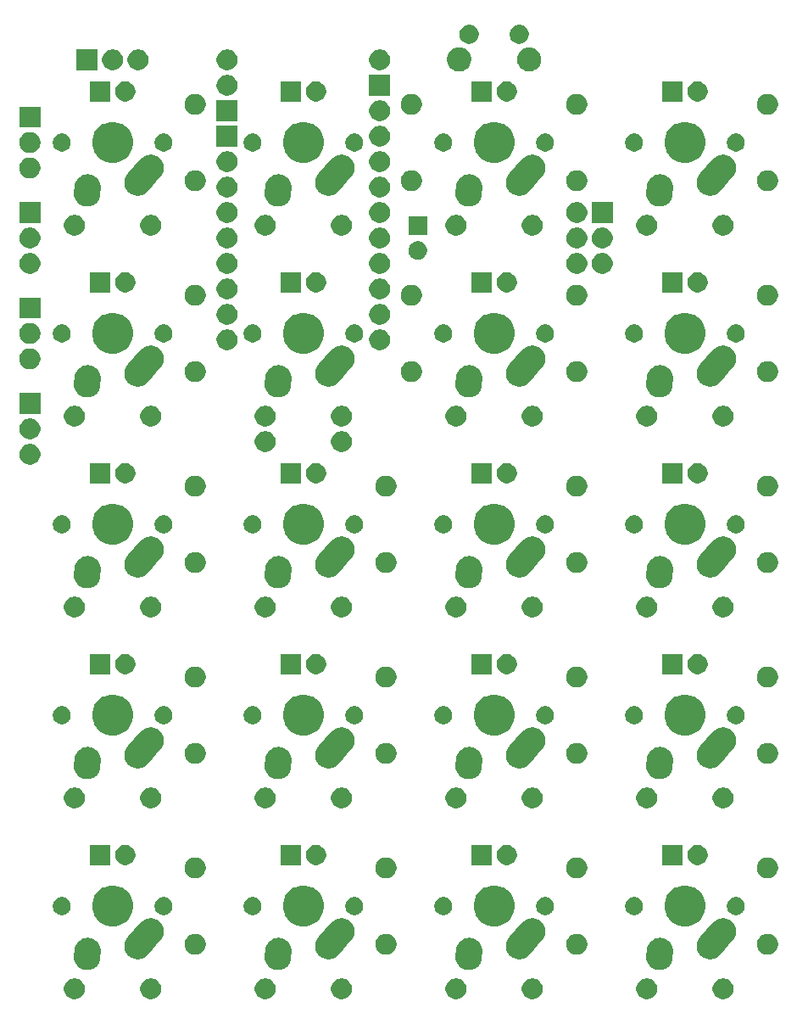
<source format=gbr>
G04 #@! TF.GenerationSoftware,KiCad,Pcbnew,5.1.6-c6e7f7d~87~ubuntu20.04.1*
G04 #@! TF.CreationDate,2020-11-22T02:32:50-05:00*
G04 #@! TF.ProjectId,numpad-1.0,6e756d70-6164-42d3-912e-302e6b696361,rev?*
G04 #@! TF.SameCoordinates,Original*
G04 #@! TF.FileFunction,Soldermask,Top*
G04 #@! TF.FilePolarity,Negative*
%FSLAX46Y46*%
G04 Gerber Fmt 4.6, Leading zero omitted, Abs format (unit mm)*
G04 Created by KiCad (PCBNEW 5.1.6-c6e7f7d~87~ubuntu20.04.1) date 2020-11-22 02:32:50*
%MOMM*%
%LPD*%
G01*
G04 APERTURE LIST*
%ADD10C,0.100000*%
G04 APERTURE END LIST*
D10*
G36*
X118413765Y-143143620D02*
G01*
X118603288Y-143222123D01*
X118773854Y-143336092D01*
X118918908Y-143481146D01*
X119032877Y-143651712D01*
X119111380Y-143841235D01*
X119151400Y-144042431D01*
X119151400Y-144247569D01*
X119111380Y-144448765D01*
X119032877Y-144638288D01*
X118918908Y-144808854D01*
X118773854Y-144953908D01*
X118603288Y-145067877D01*
X118603287Y-145067878D01*
X118603286Y-145067878D01*
X118413765Y-145146380D01*
X118212570Y-145186400D01*
X118007430Y-145186400D01*
X117806235Y-145146380D01*
X117616714Y-145067878D01*
X117616713Y-145067878D01*
X117616712Y-145067877D01*
X117446146Y-144953908D01*
X117301092Y-144808854D01*
X117187123Y-144638288D01*
X117108620Y-144448765D01*
X117068600Y-144247569D01*
X117068600Y-144042431D01*
X117108620Y-143841235D01*
X117187123Y-143651712D01*
X117301092Y-143481146D01*
X117446146Y-143336092D01*
X117616712Y-143222123D01*
X117806235Y-143143620D01*
X118007430Y-143103600D01*
X118212570Y-143103600D01*
X118413765Y-143143620D01*
G37*
G36*
X175563765Y-143143620D02*
G01*
X175753288Y-143222123D01*
X175923854Y-143336092D01*
X176068908Y-143481146D01*
X176182877Y-143651712D01*
X176261380Y-143841235D01*
X176301400Y-144042431D01*
X176301400Y-144247569D01*
X176261380Y-144448765D01*
X176182877Y-144638288D01*
X176068908Y-144808854D01*
X175923854Y-144953908D01*
X175753288Y-145067877D01*
X175753287Y-145067878D01*
X175753286Y-145067878D01*
X175563765Y-145146380D01*
X175362570Y-145186400D01*
X175157430Y-145186400D01*
X174956235Y-145146380D01*
X174766714Y-145067878D01*
X174766713Y-145067878D01*
X174766712Y-145067877D01*
X174596146Y-144953908D01*
X174451092Y-144808854D01*
X174337123Y-144638288D01*
X174258620Y-144448765D01*
X174218600Y-144247569D01*
X174218600Y-144042431D01*
X174258620Y-143841235D01*
X174337123Y-143651712D01*
X174451092Y-143481146D01*
X174596146Y-143336092D01*
X174766712Y-143222123D01*
X174956235Y-143143620D01*
X175157430Y-143103600D01*
X175362570Y-143103600D01*
X175563765Y-143143620D01*
G37*
G36*
X110793765Y-143143620D02*
G01*
X110983288Y-143222123D01*
X111153854Y-143336092D01*
X111298908Y-143481146D01*
X111412877Y-143651712D01*
X111491380Y-143841235D01*
X111531400Y-144042431D01*
X111531400Y-144247569D01*
X111491380Y-144448765D01*
X111412877Y-144638288D01*
X111298908Y-144808854D01*
X111153854Y-144953908D01*
X110983288Y-145067877D01*
X110983287Y-145067878D01*
X110983286Y-145067878D01*
X110793765Y-145146380D01*
X110592570Y-145186400D01*
X110387430Y-145186400D01*
X110186235Y-145146380D01*
X109996714Y-145067878D01*
X109996713Y-145067878D01*
X109996712Y-145067877D01*
X109826146Y-144953908D01*
X109681092Y-144808854D01*
X109567123Y-144638288D01*
X109488620Y-144448765D01*
X109448600Y-144247569D01*
X109448600Y-144042431D01*
X109488620Y-143841235D01*
X109567123Y-143651712D01*
X109681092Y-143481146D01*
X109826146Y-143336092D01*
X109996712Y-143222123D01*
X110186235Y-143143620D01*
X110387430Y-143103600D01*
X110592570Y-143103600D01*
X110793765Y-143143620D01*
G37*
G36*
X129843765Y-143143620D02*
G01*
X130033288Y-143222123D01*
X130203854Y-143336092D01*
X130348908Y-143481146D01*
X130462877Y-143651712D01*
X130541380Y-143841235D01*
X130581400Y-144042431D01*
X130581400Y-144247569D01*
X130541380Y-144448765D01*
X130462877Y-144638288D01*
X130348908Y-144808854D01*
X130203854Y-144953908D01*
X130033288Y-145067877D01*
X130033287Y-145067878D01*
X130033286Y-145067878D01*
X129843765Y-145146380D01*
X129642570Y-145186400D01*
X129437430Y-145186400D01*
X129236235Y-145146380D01*
X129046714Y-145067878D01*
X129046713Y-145067878D01*
X129046712Y-145067877D01*
X128876146Y-144953908D01*
X128731092Y-144808854D01*
X128617123Y-144638288D01*
X128538620Y-144448765D01*
X128498600Y-144247569D01*
X128498600Y-144042431D01*
X128538620Y-143841235D01*
X128617123Y-143651712D01*
X128731092Y-143481146D01*
X128876146Y-143336092D01*
X129046712Y-143222123D01*
X129236235Y-143143620D01*
X129437430Y-143103600D01*
X129642570Y-143103600D01*
X129843765Y-143143620D01*
G37*
G36*
X137463765Y-143143620D02*
G01*
X137653288Y-143222123D01*
X137823854Y-143336092D01*
X137968908Y-143481146D01*
X138082877Y-143651712D01*
X138161380Y-143841235D01*
X138201400Y-144042431D01*
X138201400Y-144247569D01*
X138161380Y-144448765D01*
X138082877Y-144638288D01*
X137968908Y-144808854D01*
X137823854Y-144953908D01*
X137653288Y-145067877D01*
X137653287Y-145067878D01*
X137653286Y-145067878D01*
X137463765Y-145146380D01*
X137262570Y-145186400D01*
X137057430Y-145186400D01*
X136856235Y-145146380D01*
X136666714Y-145067878D01*
X136666713Y-145067878D01*
X136666712Y-145067877D01*
X136496146Y-144953908D01*
X136351092Y-144808854D01*
X136237123Y-144638288D01*
X136158620Y-144448765D01*
X136118600Y-144247569D01*
X136118600Y-144042431D01*
X136158620Y-143841235D01*
X136237123Y-143651712D01*
X136351092Y-143481146D01*
X136496146Y-143336092D01*
X136666712Y-143222123D01*
X136856235Y-143143620D01*
X137057430Y-143103600D01*
X137262570Y-143103600D01*
X137463765Y-143143620D01*
G37*
G36*
X156513765Y-143143620D02*
G01*
X156703288Y-143222123D01*
X156873854Y-143336092D01*
X157018908Y-143481146D01*
X157132877Y-143651712D01*
X157211380Y-143841235D01*
X157251400Y-144042431D01*
X157251400Y-144247569D01*
X157211380Y-144448765D01*
X157132877Y-144638288D01*
X157018908Y-144808854D01*
X156873854Y-144953908D01*
X156703288Y-145067877D01*
X156703287Y-145067878D01*
X156703286Y-145067878D01*
X156513765Y-145146380D01*
X156312570Y-145186400D01*
X156107430Y-145186400D01*
X155906235Y-145146380D01*
X155716714Y-145067878D01*
X155716713Y-145067878D01*
X155716712Y-145067877D01*
X155546146Y-144953908D01*
X155401092Y-144808854D01*
X155287123Y-144638288D01*
X155208620Y-144448765D01*
X155168600Y-144247569D01*
X155168600Y-144042431D01*
X155208620Y-143841235D01*
X155287123Y-143651712D01*
X155401092Y-143481146D01*
X155546146Y-143336092D01*
X155716712Y-143222123D01*
X155906235Y-143143620D01*
X156107430Y-143103600D01*
X156312570Y-143103600D01*
X156513765Y-143143620D01*
G37*
G36*
X148893765Y-143143620D02*
G01*
X149083288Y-143222123D01*
X149253854Y-143336092D01*
X149398908Y-143481146D01*
X149512877Y-143651712D01*
X149591380Y-143841235D01*
X149631400Y-144042431D01*
X149631400Y-144247569D01*
X149591380Y-144448765D01*
X149512877Y-144638288D01*
X149398908Y-144808854D01*
X149253854Y-144953908D01*
X149083288Y-145067877D01*
X149083287Y-145067878D01*
X149083286Y-145067878D01*
X148893765Y-145146380D01*
X148692570Y-145186400D01*
X148487430Y-145186400D01*
X148286235Y-145146380D01*
X148096714Y-145067878D01*
X148096713Y-145067878D01*
X148096712Y-145067877D01*
X147926146Y-144953908D01*
X147781092Y-144808854D01*
X147667123Y-144638288D01*
X147588620Y-144448765D01*
X147548600Y-144247569D01*
X147548600Y-144042431D01*
X147588620Y-143841235D01*
X147667123Y-143651712D01*
X147781092Y-143481146D01*
X147926146Y-143336092D01*
X148096712Y-143222123D01*
X148286235Y-143143620D01*
X148487430Y-143103600D01*
X148692570Y-143103600D01*
X148893765Y-143143620D01*
G37*
G36*
X167943765Y-143143620D02*
G01*
X168133288Y-143222123D01*
X168303854Y-143336092D01*
X168448908Y-143481146D01*
X168562877Y-143651712D01*
X168641380Y-143841235D01*
X168681400Y-144042431D01*
X168681400Y-144247569D01*
X168641380Y-144448765D01*
X168562877Y-144638288D01*
X168448908Y-144808854D01*
X168303854Y-144953908D01*
X168133288Y-145067877D01*
X168133287Y-145067878D01*
X168133286Y-145067878D01*
X167943765Y-145146380D01*
X167742570Y-145186400D01*
X167537430Y-145186400D01*
X167336235Y-145146380D01*
X167146714Y-145067878D01*
X167146713Y-145067878D01*
X167146712Y-145067877D01*
X166976146Y-144953908D01*
X166831092Y-144808854D01*
X166717123Y-144638288D01*
X166638620Y-144448765D01*
X166598600Y-144247569D01*
X166598600Y-144042431D01*
X166638620Y-143841235D01*
X166717123Y-143651712D01*
X166831092Y-143481146D01*
X166976146Y-143336092D01*
X167146712Y-143222123D01*
X167336235Y-143143620D01*
X167537430Y-143103600D01*
X167742570Y-143103600D01*
X167943765Y-143143620D01*
G37*
G36*
X149959594Y-139070153D02*
G01*
X149984069Y-139073265D01*
X149999834Y-139074263D01*
X150018344Y-139074263D01*
X150040621Y-139076457D01*
X150092023Y-139086682D01*
X150100646Y-139088086D01*
X150172548Y-139097227D01*
X150192381Y-139101567D01*
X150229948Y-139113373D01*
X150243037Y-139116721D01*
X150272753Y-139122632D01*
X150294177Y-139129130D01*
X150333363Y-139145361D01*
X150343721Y-139149125D01*
X150397163Y-139165920D01*
X150415929Y-139173710D01*
X150464351Y-139199074D01*
X150474518Y-139203831D01*
X150512848Y-139219707D01*
X150532583Y-139230255D01*
X150558606Y-139247643D01*
X150570053Y-139254439D01*
X150606081Y-139273310D01*
X150623153Y-139284289D01*
X150679237Y-139327864D01*
X150686483Y-139333089D01*
X150729377Y-139361750D01*
X150746686Y-139375954D01*
X150760505Y-139389773D01*
X150772202Y-139400093D01*
X150792670Y-139415996D01*
X150807533Y-139429829D01*
X150867348Y-139496365D01*
X150871918Y-139501186D01*
X150914046Y-139543314D01*
X150928248Y-139560620D01*
X150932347Y-139566755D01*
X150943324Y-139580880D01*
X150951042Y-139589465D01*
X150963222Y-139605714D01*
X151022943Y-139702203D01*
X151025297Y-139705862D01*
X151059739Y-139757409D01*
X151073190Y-139782574D01*
X151073454Y-139782433D01*
X151073840Y-139783187D01*
X151073693Y-139783261D01*
X151085300Y-139806384D01*
X151144584Y-139956465D01*
X151145359Y-139958379D01*
X151160870Y-139995825D01*
X151161825Y-139998972D01*
X151163503Y-140003786D01*
X151169919Y-140025511D01*
X151212181Y-140235967D01*
X151214608Y-140258094D01*
X151214919Y-140263349D01*
X151215737Y-140271659D01*
X151215737Y-140321531D01*
X151215762Y-140324050D01*
X151218776Y-140473561D01*
X151218529Y-140483719D01*
X151181296Y-141023581D01*
X151181000Y-141032181D01*
X151181000Y-141100109D01*
X151161976Y-141195748D01*
X151160572Y-141204371D01*
X151160566Y-141204420D01*
X151156916Y-141222447D01*
X151155427Y-141228674D01*
X151131578Y-141348568D01*
X151130235Y-141355321D01*
X151030656Y-141595727D01*
X151030655Y-141595728D01*
X150886088Y-141812089D01*
X150702089Y-141996088D01*
X150584397Y-142074727D01*
X150485727Y-142140656D01*
X150386148Y-142181903D01*
X150245322Y-142240235D01*
X150138550Y-142261473D01*
X149990109Y-142291000D01*
X149729891Y-142291000D01*
X149646369Y-142274386D01*
X149593233Y-142263817D01*
X149589264Y-142263171D01*
X149583223Y-142261849D01*
X149580891Y-142261362D01*
X149546451Y-142254511D01*
X149474678Y-142240235D01*
X149369659Y-142196734D01*
X149366192Y-142195475D01*
X149340303Y-142184727D01*
X149337470Y-142183402D01*
X149234273Y-142140656D01*
X149199278Y-142117273D01*
X149143749Y-142080170D01*
X149141951Y-142078992D01*
X149135318Y-142074727D01*
X149131737Y-142072144D01*
X149030471Y-142004480D01*
X149017911Y-141996088D01*
X148833912Y-141812089D01*
X148689345Y-141595728D01*
X148689344Y-141595727D01*
X148622218Y-141433670D01*
X148589765Y-141355322D01*
X148561036Y-141210890D01*
X148539000Y-141100109D01*
X148539000Y-140839891D01*
X148545067Y-140809390D01*
X148547173Y-140793604D01*
X148581156Y-140300856D01*
X148581799Y-140294285D01*
X148583265Y-140282757D01*
X148583581Y-140277763D01*
X148583661Y-140277771D01*
X148586457Y-140249383D01*
X148588517Y-140239026D01*
X148589920Y-140230409D01*
X148599434Y-140155581D01*
X148602754Y-140139184D01*
X148620869Y-140074501D01*
X148623098Y-140065176D01*
X148632631Y-140017251D01*
X148639131Y-139995821D01*
X148647912Y-139974621D01*
X148652794Y-139960499D01*
X148660908Y-139931526D01*
X148668099Y-139912540D01*
X148704659Y-139837065D01*
X148707647Y-139830408D01*
X148729705Y-139777155D01*
X148740255Y-139757418D01*
X148746310Y-139748357D01*
X148754876Y-139733398D01*
X148761682Y-139719346D01*
X148772125Y-139701927D01*
X148834274Y-139616529D01*
X148837139Y-139612422D01*
X148871750Y-139560623D01*
X148889565Y-139538914D01*
X148897601Y-139529512D01*
X148898429Y-139528374D01*
X148911797Y-139513074D01*
X149014136Y-139415090D01*
X149016078Y-139413190D01*
X149053320Y-139375948D01*
X149061499Y-139369236D01*
X149065360Y-139365812D01*
X149082706Y-139351937D01*
X149261590Y-139233291D01*
X149281736Y-139222373D01*
X149286107Y-139220266D01*
X149287154Y-139219706D01*
X149319205Y-139206430D01*
X149320922Y-139205703D01*
X149476513Y-139138518D01*
X149499908Y-139130802D01*
X149499942Y-139130915D01*
X149527247Y-139122632D01*
X149587744Y-139110598D01*
X149591805Y-139109720D01*
X149704822Y-139083307D01*
X149724937Y-139080460D01*
X149735225Y-139079929D01*
X149753172Y-139077693D01*
X149759382Y-139076458D01*
X149765515Y-139075854D01*
X149765519Y-139075853D01*
X149775518Y-139074868D01*
X149775520Y-139074868D01*
X149781661Y-139074263D01*
X149841754Y-139074263D01*
X149848198Y-139074097D01*
X149939312Y-139069394D01*
X149959594Y-139070153D01*
G37*
G36*
X111859594Y-139070153D02*
G01*
X111884069Y-139073265D01*
X111899834Y-139074263D01*
X111918344Y-139074263D01*
X111940621Y-139076457D01*
X111992023Y-139086682D01*
X112000646Y-139088086D01*
X112072548Y-139097227D01*
X112092381Y-139101567D01*
X112129948Y-139113373D01*
X112143037Y-139116721D01*
X112172753Y-139122632D01*
X112194177Y-139129130D01*
X112233363Y-139145361D01*
X112243721Y-139149125D01*
X112297163Y-139165920D01*
X112315929Y-139173710D01*
X112364351Y-139199074D01*
X112374518Y-139203831D01*
X112412848Y-139219707D01*
X112432583Y-139230255D01*
X112458606Y-139247643D01*
X112470053Y-139254439D01*
X112506081Y-139273310D01*
X112523153Y-139284289D01*
X112579237Y-139327864D01*
X112586483Y-139333089D01*
X112629377Y-139361750D01*
X112646686Y-139375954D01*
X112660505Y-139389773D01*
X112672202Y-139400093D01*
X112692670Y-139415996D01*
X112707533Y-139429829D01*
X112767348Y-139496365D01*
X112771918Y-139501186D01*
X112814046Y-139543314D01*
X112828248Y-139560620D01*
X112832347Y-139566755D01*
X112843324Y-139580880D01*
X112851042Y-139589465D01*
X112863222Y-139605714D01*
X112922943Y-139702203D01*
X112925297Y-139705862D01*
X112959739Y-139757409D01*
X112973190Y-139782574D01*
X112973454Y-139782433D01*
X112973840Y-139783187D01*
X112973693Y-139783261D01*
X112985300Y-139806384D01*
X113044584Y-139956465D01*
X113045359Y-139958379D01*
X113060870Y-139995825D01*
X113061825Y-139998972D01*
X113063503Y-140003786D01*
X113069919Y-140025511D01*
X113112181Y-140235967D01*
X113114608Y-140258094D01*
X113114919Y-140263349D01*
X113115737Y-140271659D01*
X113115737Y-140321531D01*
X113115762Y-140324050D01*
X113118776Y-140473561D01*
X113118529Y-140483719D01*
X113081296Y-141023581D01*
X113081000Y-141032181D01*
X113081000Y-141100109D01*
X113061976Y-141195748D01*
X113060572Y-141204371D01*
X113060566Y-141204420D01*
X113056916Y-141222447D01*
X113055427Y-141228674D01*
X113031578Y-141348568D01*
X113030235Y-141355321D01*
X112930656Y-141595727D01*
X112930655Y-141595728D01*
X112786088Y-141812089D01*
X112602089Y-141996088D01*
X112484397Y-142074727D01*
X112385727Y-142140656D01*
X112286148Y-142181903D01*
X112145322Y-142240235D01*
X112038550Y-142261473D01*
X111890109Y-142291000D01*
X111629891Y-142291000D01*
X111546369Y-142274386D01*
X111493233Y-142263817D01*
X111489264Y-142263171D01*
X111483223Y-142261849D01*
X111480891Y-142261362D01*
X111446451Y-142254511D01*
X111374678Y-142240235D01*
X111269659Y-142196734D01*
X111266192Y-142195475D01*
X111240303Y-142184727D01*
X111237470Y-142183402D01*
X111134273Y-142140656D01*
X111099278Y-142117273D01*
X111043749Y-142080170D01*
X111041951Y-142078992D01*
X111035318Y-142074727D01*
X111031737Y-142072144D01*
X110930471Y-142004480D01*
X110917911Y-141996088D01*
X110733912Y-141812089D01*
X110589345Y-141595728D01*
X110589344Y-141595727D01*
X110522218Y-141433670D01*
X110489765Y-141355322D01*
X110461036Y-141210890D01*
X110439000Y-141100109D01*
X110439000Y-140839891D01*
X110445067Y-140809390D01*
X110447173Y-140793604D01*
X110481156Y-140300856D01*
X110481799Y-140294285D01*
X110483265Y-140282757D01*
X110483581Y-140277763D01*
X110483661Y-140277771D01*
X110486457Y-140249383D01*
X110488517Y-140239026D01*
X110489920Y-140230409D01*
X110499434Y-140155581D01*
X110502754Y-140139184D01*
X110520869Y-140074501D01*
X110523098Y-140065176D01*
X110532631Y-140017251D01*
X110539131Y-139995821D01*
X110547912Y-139974621D01*
X110552794Y-139960499D01*
X110560908Y-139931526D01*
X110568099Y-139912540D01*
X110604659Y-139837065D01*
X110607647Y-139830408D01*
X110629705Y-139777155D01*
X110640255Y-139757418D01*
X110646310Y-139748357D01*
X110654876Y-139733398D01*
X110661682Y-139719346D01*
X110672125Y-139701927D01*
X110734274Y-139616529D01*
X110737139Y-139612422D01*
X110771750Y-139560623D01*
X110789565Y-139538914D01*
X110797601Y-139529512D01*
X110798429Y-139528374D01*
X110811797Y-139513074D01*
X110914136Y-139415090D01*
X110916078Y-139413190D01*
X110953320Y-139375948D01*
X110961499Y-139369236D01*
X110965360Y-139365812D01*
X110982706Y-139351937D01*
X111161590Y-139233291D01*
X111181736Y-139222373D01*
X111186107Y-139220266D01*
X111187154Y-139219706D01*
X111219205Y-139206430D01*
X111220922Y-139205703D01*
X111376513Y-139138518D01*
X111399908Y-139130802D01*
X111399942Y-139130915D01*
X111427247Y-139122632D01*
X111487744Y-139110598D01*
X111491805Y-139109720D01*
X111604822Y-139083307D01*
X111624937Y-139080460D01*
X111635225Y-139079929D01*
X111653172Y-139077693D01*
X111659382Y-139076458D01*
X111665515Y-139075854D01*
X111665519Y-139075853D01*
X111675518Y-139074868D01*
X111675520Y-139074868D01*
X111681661Y-139074263D01*
X111741754Y-139074263D01*
X111748198Y-139074097D01*
X111839312Y-139069394D01*
X111859594Y-139070153D01*
G37*
G36*
X169009594Y-139070153D02*
G01*
X169034069Y-139073265D01*
X169049834Y-139074263D01*
X169068344Y-139074263D01*
X169090621Y-139076457D01*
X169142023Y-139086682D01*
X169150646Y-139088086D01*
X169222548Y-139097227D01*
X169242381Y-139101567D01*
X169279948Y-139113373D01*
X169293037Y-139116721D01*
X169322753Y-139122632D01*
X169344177Y-139129130D01*
X169383363Y-139145361D01*
X169393721Y-139149125D01*
X169447163Y-139165920D01*
X169465929Y-139173710D01*
X169514351Y-139199074D01*
X169524518Y-139203831D01*
X169562848Y-139219707D01*
X169582583Y-139230255D01*
X169608606Y-139247643D01*
X169620053Y-139254439D01*
X169656081Y-139273310D01*
X169673153Y-139284289D01*
X169729237Y-139327864D01*
X169736483Y-139333089D01*
X169779377Y-139361750D01*
X169796686Y-139375954D01*
X169810505Y-139389773D01*
X169822202Y-139400093D01*
X169842670Y-139415996D01*
X169857533Y-139429829D01*
X169917348Y-139496365D01*
X169921918Y-139501186D01*
X169964046Y-139543314D01*
X169978248Y-139560620D01*
X169982347Y-139566755D01*
X169993324Y-139580880D01*
X170001042Y-139589465D01*
X170013222Y-139605714D01*
X170072943Y-139702203D01*
X170075297Y-139705862D01*
X170109739Y-139757409D01*
X170123190Y-139782574D01*
X170123454Y-139782433D01*
X170123840Y-139783187D01*
X170123693Y-139783261D01*
X170135300Y-139806384D01*
X170194584Y-139956465D01*
X170195359Y-139958379D01*
X170210870Y-139995825D01*
X170211825Y-139998972D01*
X170213503Y-140003786D01*
X170219919Y-140025511D01*
X170262181Y-140235967D01*
X170264608Y-140258094D01*
X170264919Y-140263349D01*
X170265737Y-140271659D01*
X170265737Y-140321531D01*
X170265762Y-140324050D01*
X170268776Y-140473561D01*
X170268529Y-140483719D01*
X170231296Y-141023581D01*
X170231000Y-141032181D01*
X170231000Y-141100109D01*
X170211976Y-141195748D01*
X170210572Y-141204371D01*
X170210566Y-141204420D01*
X170206916Y-141222447D01*
X170205427Y-141228674D01*
X170181578Y-141348568D01*
X170180235Y-141355321D01*
X170080656Y-141595727D01*
X170080655Y-141595728D01*
X169936088Y-141812089D01*
X169752089Y-141996088D01*
X169634397Y-142074727D01*
X169535727Y-142140656D01*
X169436148Y-142181903D01*
X169295322Y-142240235D01*
X169188550Y-142261473D01*
X169040109Y-142291000D01*
X168779891Y-142291000D01*
X168696369Y-142274386D01*
X168643233Y-142263817D01*
X168639264Y-142263171D01*
X168633223Y-142261849D01*
X168630891Y-142261362D01*
X168596451Y-142254511D01*
X168524678Y-142240235D01*
X168419659Y-142196734D01*
X168416192Y-142195475D01*
X168390303Y-142184727D01*
X168387470Y-142183402D01*
X168284273Y-142140656D01*
X168249278Y-142117273D01*
X168193749Y-142080170D01*
X168191951Y-142078992D01*
X168185318Y-142074727D01*
X168181737Y-142072144D01*
X168080471Y-142004480D01*
X168067911Y-141996088D01*
X167883912Y-141812089D01*
X167739345Y-141595728D01*
X167739344Y-141595727D01*
X167672218Y-141433670D01*
X167639765Y-141355322D01*
X167611036Y-141210890D01*
X167589000Y-141100109D01*
X167589000Y-140839891D01*
X167595067Y-140809390D01*
X167597173Y-140793604D01*
X167631156Y-140300856D01*
X167631799Y-140294285D01*
X167633265Y-140282757D01*
X167633581Y-140277763D01*
X167633661Y-140277771D01*
X167636457Y-140249383D01*
X167638517Y-140239026D01*
X167639920Y-140230409D01*
X167649434Y-140155581D01*
X167652754Y-140139184D01*
X167670869Y-140074501D01*
X167673098Y-140065176D01*
X167682631Y-140017251D01*
X167689131Y-139995821D01*
X167697912Y-139974621D01*
X167702794Y-139960499D01*
X167710908Y-139931526D01*
X167718099Y-139912540D01*
X167754659Y-139837065D01*
X167757647Y-139830408D01*
X167779705Y-139777155D01*
X167790255Y-139757418D01*
X167796310Y-139748357D01*
X167804876Y-139733398D01*
X167811682Y-139719346D01*
X167822125Y-139701927D01*
X167884274Y-139616529D01*
X167887139Y-139612422D01*
X167921750Y-139560623D01*
X167939565Y-139538914D01*
X167947601Y-139529512D01*
X167948429Y-139528374D01*
X167961797Y-139513074D01*
X168064136Y-139415090D01*
X168066078Y-139413190D01*
X168103320Y-139375948D01*
X168111499Y-139369236D01*
X168115360Y-139365812D01*
X168132706Y-139351937D01*
X168311590Y-139233291D01*
X168331736Y-139222373D01*
X168336107Y-139220266D01*
X168337154Y-139219706D01*
X168369205Y-139206430D01*
X168370922Y-139205703D01*
X168526513Y-139138518D01*
X168549908Y-139130802D01*
X168549942Y-139130915D01*
X168577247Y-139122632D01*
X168637744Y-139110598D01*
X168641805Y-139109720D01*
X168754822Y-139083307D01*
X168774937Y-139080460D01*
X168785225Y-139079929D01*
X168803172Y-139077693D01*
X168809382Y-139076458D01*
X168815515Y-139075854D01*
X168815519Y-139075853D01*
X168825518Y-139074868D01*
X168825520Y-139074868D01*
X168831661Y-139074263D01*
X168891754Y-139074263D01*
X168898198Y-139074097D01*
X168989312Y-139069394D01*
X169009594Y-139070153D01*
G37*
G36*
X130909594Y-139070153D02*
G01*
X130934069Y-139073265D01*
X130949834Y-139074263D01*
X130968344Y-139074263D01*
X130990621Y-139076457D01*
X131042023Y-139086682D01*
X131050646Y-139088086D01*
X131122548Y-139097227D01*
X131142381Y-139101567D01*
X131179948Y-139113373D01*
X131193037Y-139116721D01*
X131222753Y-139122632D01*
X131244177Y-139129130D01*
X131283363Y-139145361D01*
X131293721Y-139149125D01*
X131347163Y-139165920D01*
X131365929Y-139173710D01*
X131414351Y-139199074D01*
X131424518Y-139203831D01*
X131462848Y-139219707D01*
X131482583Y-139230255D01*
X131508606Y-139247643D01*
X131520053Y-139254439D01*
X131556081Y-139273310D01*
X131573153Y-139284289D01*
X131629237Y-139327864D01*
X131636483Y-139333089D01*
X131679377Y-139361750D01*
X131696686Y-139375954D01*
X131710505Y-139389773D01*
X131722202Y-139400093D01*
X131742670Y-139415996D01*
X131757533Y-139429829D01*
X131817348Y-139496365D01*
X131821918Y-139501186D01*
X131864046Y-139543314D01*
X131878248Y-139560620D01*
X131882347Y-139566755D01*
X131893324Y-139580880D01*
X131901042Y-139589465D01*
X131913222Y-139605714D01*
X131972943Y-139702203D01*
X131975297Y-139705862D01*
X132009739Y-139757409D01*
X132023190Y-139782574D01*
X132023454Y-139782433D01*
X132023840Y-139783187D01*
X132023693Y-139783261D01*
X132035300Y-139806384D01*
X132094584Y-139956465D01*
X132095359Y-139958379D01*
X132110870Y-139995825D01*
X132111825Y-139998972D01*
X132113503Y-140003786D01*
X132119919Y-140025511D01*
X132162181Y-140235967D01*
X132164608Y-140258094D01*
X132164919Y-140263349D01*
X132165737Y-140271659D01*
X132165737Y-140321531D01*
X132165762Y-140324050D01*
X132168776Y-140473561D01*
X132168529Y-140483719D01*
X132131296Y-141023581D01*
X132131000Y-141032181D01*
X132131000Y-141100109D01*
X132111976Y-141195748D01*
X132110572Y-141204371D01*
X132110566Y-141204420D01*
X132106916Y-141222447D01*
X132105427Y-141228674D01*
X132081578Y-141348568D01*
X132080235Y-141355321D01*
X131980656Y-141595727D01*
X131980655Y-141595728D01*
X131836088Y-141812089D01*
X131652089Y-141996088D01*
X131534397Y-142074727D01*
X131435727Y-142140656D01*
X131336148Y-142181903D01*
X131195322Y-142240235D01*
X131088550Y-142261473D01*
X130940109Y-142291000D01*
X130679891Y-142291000D01*
X130596369Y-142274386D01*
X130543233Y-142263817D01*
X130539264Y-142263171D01*
X130533223Y-142261849D01*
X130530891Y-142261362D01*
X130496451Y-142254511D01*
X130424678Y-142240235D01*
X130319659Y-142196734D01*
X130316192Y-142195475D01*
X130290303Y-142184727D01*
X130287470Y-142183402D01*
X130184273Y-142140656D01*
X130149278Y-142117273D01*
X130093749Y-142080170D01*
X130091951Y-142078992D01*
X130085318Y-142074727D01*
X130081737Y-142072144D01*
X129980471Y-142004480D01*
X129967911Y-141996088D01*
X129783912Y-141812089D01*
X129639345Y-141595728D01*
X129639344Y-141595727D01*
X129572218Y-141433670D01*
X129539765Y-141355322D01*
X129511036Y-141210890D01*
X129489000Y-141100109D01*
X129489000Y-140839891D01*
X129495067Y-140809390D01*
X129497173Y-140793604D01*
X129531156Y-140300856D01*
X129531799Y-140294285D01*
X129533265Y-140282757D01*
X129533581Y-140277763D01*
X129533661Y-140277771D01*
X129536457Y-140249383D01*
X129538517Y-140239026D01*
X129539920Y-140230409D01*
X129549434Y-140155581D01*
X129552754Y-140139184D01*
X129570869Y-140074501D01*
X129573098Y-140065176D01*
X129582631Y-140017251D01*
X129589131Y-139995821D01*
X129597912Y-139974621D01*
X129602794Y-139960499D01*
X129610908Y-139931526D01*
X129618099Y-139912540D01*
X129654659Y-139837065D01*
X129657647Y-139830408D01*
X129679705Y-139777155D01*
X129690255Y-139757418D01*
X129696310Y-139748357D01*
X129704876Y-139733398D01*
X129711682Y-139719346D01*
X129722125Y-139701927D01*
X129784274Y-139616529D01*
X129787139Y-139612422D01*
X129821750Y-139560623D01*
X129839565Y-139538914D01*
X129847601Y-139529512D01*
X129848429Y-139528374D01*
X129861797Y-139513074D01*
X129964136Y-139415090D01*
X129966078Y-139413190D01*
X130003320Y-139375948D01*
X130011499Y-139369236D01*
X130015360Y-139365812D01*
X130032706Y-139351937D01*
X130211590Y-139233291D01*
X130231736Y-139222373D01*
X130236107Y-139220266D01*
X130237154Y-139219706D01*
X130269205Y-139206430D01*
X130270922Y-139205703D01*
X130426513Y-139138518D01*
X130449908Y-139130802D01*
X130449942Y-139130915D01*
X130477247Y-139122632D01*
X130537744Y-139110598D01*
X130541805Y-139109720D01*
X130654822Y-139083307D01*
X130674937Y-139080460D01*
X130685225Y-139079929D01*
X130703172Y-139077693D01*
X130709382Y-139076458D01*
X130715515Y-139075854D01*
X130715519Y-139075853D01*
X130725518Y-139074868D01*
X130725520Y-139074868D01*
X130731661Y-139074263D01*
X130791754Y-139074263D01*
X130798198Y-139074097D01*
X130889312Y-139069394D01*
X130909594Y-139070153D01*
G37*
G36*
X137219931Y-137113895D02*
G01*
X137229522Y-137114263D01*
X137278342Y-137114263D01*
X137300622Y-137116457D01*
X137323183Y-137120945D01*
X137337978Y-137122979D01*
X137368053Y-137125293D01*
X137388068Y-137128643D01*
X137469139Y-137149761D01*
X137476262Y-137151395D01*
X137532753Y-137162632D01*
X137554176Y-137169130D01*
X137564294Y-137173321D01*
X137580619Y-137178798D01*
X137595792Y-137182750D01*
X137614924Y-137189601D01*
X137710679Y-137233847D01*
X137715276Y-137235860D01*
X137772842Y-137259704D01*
X137797413Y-137272838D01*
X137808432Y-137279016D01*
X137809781Y-137279639D01*
X137827386Y-137289764D01*
X137943226Y-137370876D01*
X137945476Y-137372415D01*
X137989382Y-137401752D01*
X137997667Y-137408552D01*
X138001779Y-137411672D01*
X138018763Y-137425974D01*
X138170008Y-137578280D01*
X138184663Y-137595932D01*
X138187571Y-137599794D01*
X138188244Y-137600615D01*
X138207308Y-137629145D01*
X138208350Y-137630679D01*
X138304875Y-137770601D01*
X138315967Y-137790206D01*
X138316893Y-137792084D01*
X138330296Y-137817159D01*
X138353892Y-137874125D01*
X138355541Y-137877928D01*
X138403552Y-137983770D01*
X138410261Y-138002928D01*
X138412772Y-138012853D01*
X138418471Y-138030033D01*
X138420867Y-138035818D01*
X138427369Y-138057248D01*
X138439098Y-138116212D01*
X138440515Y-138122487D01*
X138462920Y-138211035D01*
X138466130Y-138231075D01*
X138467845Y-138255618D01*
X138469944Y-138271292D01*
X138473542Y-138289376D01*
X138475737Y-138311661D01*
X138475737Y-138364108D01*
X138476041Y-138372827D01*
X138481103Y-138445223D01*
X138480713Y-138465521D01*
X138476468Y-138504594D01*
X138475737Y-138518095D01*
X138475737Y-138548342D01*
X138473543Y-138570622D01*
X138465258Y-138612272D01*
X138463587Y-138623157D01*
X138457528Y-138678924D01*
X138453547Y-138698848D01*
X138438136Y-138751211D01*
X138435452Y-138762116D01*
X138427367Y-138802758D01*
X138420872Y-138824171D01*
X138408874Y-138853135D01*
X138404445Y-138865679D01*
X138392943Y-138904760D01*
X138385500Y-138923656D01*
X138353741Y-138987075D01*
X138350025Y-138995211D01*
X138330296Y-139042841D01*
X138319742Y-139062586D01*
X138308854Y-139078881D01*
X138301019Y-139092356D01*
X138289380Y-139115597D01*
X138278709Y-139132876D01*
X138225176Y-139204434D01*
X138221333Y-139209866D01*
X138188246Y-139259383D01*
X138174049Y-139276683D01*
X138168776Y-139281956D01*
X138157074Y-139295466D01*
X138148458Y-139306983D01*
X138142004Y-139314855D01*
X136898691Y-140700533D01*
X136887799Y-140714562D01*
X136876088Y-140732089D01*
X136692089Y-140916088D01*
X136547521Y-141012685D01*
X136475727Y-141060656D01*
X136338886Y-141117337D01*
X136337166Y-141118116D01*
X136336276Y-141118459D01*
X136333449Y-141119590D01*
X136235323Y-141160235D01*
X136117074Y-141183756D01*
X136112266Y-141184921D01*
X136084375Y-141190292D01*
X136084379Y-141190312D01*
X136083328Y-141190468D01*
X135980107Y-141211000D01*
X135871260Y-141211000D01*
X135869733Y-141211009D01*
X135854086Y-141211200D01*
X135848871Y-141211000D01*
X135719891Y-141211000D01*
X135582927Y-141183756D01*
X135464678Y-141160235D01*
X135319517Y-141100107D01*
X135224273Y-141060656D01*
X135152479Y-141012685D01*
X135007911Y-140916088D01*
X134823912Y-140732089D01*
X134698550Y-140544471D01*
X134679344Y-140515727D01*
X134638097Y-140416148D01*
X134579765Y-140275322D01*
X134543783Y-140094427D01*
X134529000Y-140020109D01*
X134529000Y-139880620D01*
X134528861Y-139876648D01*
X134528977Y-139870614D01*
X134529000Y-139868213D01*
X134529000Y-139759891D01*
X134551200Y-139648284D01*
X134551760Y-139644639D01*
X134557260Y-139617112D01*
X134557994Y-139614130D01*
X134559668Y-139605714D01*
X134579765Y-139504678D01*
X134621418Y-139404119D01*
X134622222Y-139402129D01*
X134625163Y-139394662D01*
X134627013Y-139390612D01*
X134627361Y-139389773D01*
X134635867Y-139369236D01*
X134679344Y-139264273D01*
X134745061Y-139165920D01*
X134823912Y-139047911D01*
X134877128Y-138994695D01*
X134881760Y-138989805D01*
X136174951Y-137548540D01*
X136179467Y-137543789D01*
X136278689Y-137445258D01*
X136291401Y-137434363D01*
X136297167Y-137430112D01*
X136311379Y-137417889D01*
X136313316Y-137415952D01*
X136330619Y-137401752D01*
X136381742Y-137367592D01*
X136386471Y-137364272D01*
X136464973Y-137306397D01*
X136482320Y-137295850D01*
X136500689Y-137286811D01*
X136514946Y-137278589D01*
X136527416Y-137270257D01*
X136547162Y-137259702D01*
X136597920Y-137238678D01*
X136605273Y-137235351D01*
X136674930Y-137201076D01*
X136693860Y-137193772D01*
X136727572Y-137184106D01*
X136740957Y-137179431D01*
X136765823Y-137169131D01*
X136787245Y-137162632D01*
X136831829Y-137153764D01*
X136841897Y-137151324D01*
X136900212Y-137134603D01*
X136920161Y-137130761D01*
X136970040Y-137125695D01*
X136981796Y-137123933D01*
X137019380Y-137116457D01*
X137041656Y-137114263D01*
X137076262Y-137114263D01*
X137088893Y-137113623D01*
X137133709Y-137109071D01*
X137154020Y-137108823D01*
X137219931Y-137113895D01*
G37*
G36*
X156269931Y-137113895D02*
G01*
X156279522Y-137114263D01*
X156328342Y-137114263D01*
X156350622Y-137116457D01*
X156373183Y-137120945D01*
X156387978Y-137122979D01*
X156418053Y-137125293D01*
X156438068Y-137128643D01*
X156519139Y-137149761D01*
X156526262Y-137151395D01*
X156582753Y-137162632D01*
X156604176Y-137169130D01*
X156614294Y-137173321D01*
X156630619Y-137178798D01*
X156645792Y-137182750D01*
X156664924Y-137189601D01*
X156760679Y-137233847D01*
X156765276Y-137235860D01*
X156822842Y-137259704D01*
X156847413Y-137272838D01*
X156858432Y-137279016D01*
X156859781Y-137279639D01*
X156877386Y-137289764D01*
X156993226Y-137370876D01*
X156995476Y-137372415D01*
X157039382Y-137401752D01*
X157047667Y-137408552D01*
X157051779Y-137411672D01*
X157068763Y-137425974D01*
X157220008Y-137578280D01*
X157234663Y-137595932D01*
X157237571Y-137599794D01*
X157238244Y-137600615D01*
X157257308Y-137629145D01*
X157258350Y-137630679D01*
X157354875Y-137770601D01*
X157365967Y-137790206D01*
X157366893Y-137792084D01*
X157380296Y-137817159D01*
X157403892Y-137874125D01*
X157405541Y-137877928D01*
X157453552Y-137983770D01*
X157460261Y-138002928D01*
X157462772Y-138012853D01*
X157468471Y-138030033D01*
X157470867Y-138035818D01*
X157477369Y-138057248D01*
X157489098Y-138116212D01*
X157490515Y-138122487D01*
X157512920Y-138211035D01*
X157516130Y-138231075D01*
X157517845Y-138255618D01*
X157519944Y-138271292D01*
X157523542Y-138289376D01*
X157525737Y-138311661D01*
X157525737Y-138364108D01*
X157526041Y-138372827D01*
X157531103Y-138445223D01*
X157530713Y-138465521D01*
X157526468Y-138504594D01*
X157525737Y-138518095D01*
X157525737Y-138548342D01*
X157523543Y-138570622D01*
X157515258Y-138612272D01*
X157513587Y-138623157D01*
X157507528Y-138678924D01*
X157503547Y-138698848D01*
X157488136Y-138751211D01*
X157485452Y-138762116D01*
X157477367Y-138802758D01*
X157470872Y-138824171D01*
X157458874Y-138853135D01*
X157454445Y-138865679D01*
X157442943Y-138904760D01*
X157435500Y-138923656D01*
X157403741Y-138987075D01*
X157400025Y-138995211D01*
X157380296Y-139042841D01*
X157369742Y-139062586D01*
X157358854Y-139078881D01*
X157351019Y-139092356D01*
X157339380Y-139115597D01*
X157328709Y-139132876D01*
X157275176Y-139204434D01*
X157271333Y-139209866D01*
X157238246Y-139259383D01*
X157224049Y-139276683D01*
X157218776Y-139281956D01*
X157207074Y-139295466D01*
X157198458Y-139306983D01*
X157192004Y-139314855D01*
X155948691Y-140700533D01*
X155937799Y-140714562D01*
X155926088Y-140732089D01*
X155742089Y-140916088D01*
X155597521Y-141012685D01*
X155525727Y-141060656D01*
X155388886Y-141117337D01*
X155387166Y-141118116D01*
X155386276Y-141118459D01*
X155383449Y-141119590D01*
X155285323Y-141160235D01*
X155167074Y-141183756D01*
X155162266Y-141184921D01*
X155134375Y-141190292D01*
X155134379Y-141190312D01*
X155133328Y-141190468D01*
X155030107Y-141211000D01*
X154921260Y-141211000D01*
X154919733Y-141211009D01*
X154904086Y-141211200D01*
X154898871Y-141211000D01*
X154769891Y-141211000D01*
X154632927Y-141183756D01*
X154514678Y-141160235D01*
X154369517Y-141100107D01*
X154274273Y-141060656D01*
X154202479Y-141012685D01*
X154057911Y-140916088D01*
X153873912Y-140732089D01*
X153748550Y-140544471D01*
X153729344Y-140515727D01*
X153688097Y-140416148D01*
X153629765Y-140275322D01*
X153593783Y-140094427D01*
X153579000Y-140020109D01*
X153579000Y-139880620D01*
X153578861Y-139876648D01*
X153578977Y-139870614D01*
X153579000Y-139868213D01*
X153579000Y-139759891D01*
X153601200Y-139648284D01*
X153601760Y-139644639D01*
X153607260Y-139617112D01*
X153607994Y-139614130D01*
X153609668Y-139605714D01*
X153629765Y-139504678D01*
X153671418Y-139404119D01*
X153672222Y-139402129D01*
X153675163Y-139394662D01*
X153677013Y-139390612D01*
X153677361Y-139389773D01*
X153685867Y-139369236D01*
X153729344Y-139264273D01*
X153795061Y-139165920D01*
X153873912Y-139047911D01*
X153927128Y-138994695D01*
X153931760Y-138989805D01*
X155224951Y-137548540D01*
X155229467Y-137543789D01*
X155328689Y-137445258D01*
X155341401Y-137434363D01*
X155347167Y-137430112D01*
X155361379Y-137417889D01*
X155363316Y-137415952D01*
X155380619Y-137401752D01*
X155431742Y-137367592D01*
X155436471Y-137364272D01*
X155514973Y-137306397D01*
X155532320Y-137295850D01*
X155550689Y-137286811D01*
X155564946Y-137278589D01*
X155577416Y-137270257D01*
X155597162Y-137259702D01*
X155647920Y-137238678D01*
X155655273Y-137235351D01*
X155724930Y-137201076D01*
X155743860Y-137193772D01*
X155777572Y-137184106D01*
X155790957Y-137179431D01*
X155815823Y-137169131D01*
X155837245Y-137162632D01*
X155881829Y-137153764D01*
X155891897Y-137151324D01*
X155950212Y-137134603D01*
X155970161Y-137130761D01*
X156020040Y-137125695D01*
X156031796Y-137123933D01*
X156069380Y-137116457D01*
X156091656Y-137114263D01*
X156126262Y-137114263D01*
X156138893Y-137113623D01*
X156183709Y-137109071D01*
X156204020Y-137108823D01*
X156269931Y-137113895D01*
G37*
G36*
X175319931Y-137113895D02*
G01*
X175329522Y-137114263D01*
X175378342Y-137114263D01*
X175400622Y-137116457D01*
X175423183Y-137120945D01*
X175437978Y-137122979D01*
X175468053Y-137125293D01*
X175488068Y-137128643D01*
X175569139Y-137149761D01*
X175576262Y-137151395D01*
X175632753Y-137162632D01*
X175654176Y-137169130D01*
X175664294Y-137173321D01*
X175680619Y-137178798D01*
X175695792Y-137182750D01*
X175714924Y-137189601D01*
X175810679Y-137233847D01*
X175815276Y-137235860D01*
X175872842Y-137259704D01*
X175897413Y-137272838D01*
X175908432Y-137279016D01*
X175909781Y-137279639D01*
X175927386Y-137289764D01*
X176043226Y-137370876D01*
X176045476Y-137372415D01*
X176089382Y-137401752D01*
X176097667Y-137408552D01*
X176101779Y-137411672D01*
X176118763Y-137425974D01*
X176270008Y-137578280D01*
X176284663Y-137595932D01*
X176287571Y-137599794D01*
X176288244Y-137600615D01*
X176307308Y-137629145D01*
X176308350Y-137630679D01*
X176404875Y-137770601D01*
X176415967Y-137790206D01*
X176416893Y-137792084D01*
X176430296Y-137817159D01*
X176453892Y-137874125D01*
X176455541Y-137877928D01*
X176503552Y-137983770D01*
X176510261Y-138002928D01*
X176512772Y-138012853D01*
X176518471Y-138030033D01*
X176520867Y-138035818D01*
X176527369Y-138057248D01*
X176539098Y-138116212D01*
X176540515Y-138122487D01*
X176562920Y-138211035D01*
X176566130Y-138231075D01*
X176567845Y-138255618D01*
X176569944Y-138271292D01*
X176573542Y-138289376D01*
X176575737Y-138311661D01*
X176575737Y-138364108D01*
X176576041Y-138372827D01*
X176581103Y-138445223D01*
X176580713Y-138465521D01*
X176576468Y-138504594D01*
X176575737Y-138518095D01*
X176575737Y-138548342D01*
X176573543Y-138570622D01*
X176565258Y-138612272D01*
X176563587Y-138623157D01*
X176557528Y-138678924D01*
X176553547Y-138698848D01*
X176538136Y-138751211D01*
X176535452Y-138762116D01*
X176527367Y-138802758D01*
X176520872Y-138824171D01*
X176508874Y-138853135D01*
X176504445Y-138865679D01*
X176492943Y-138904760D01*
X176485500Y-138923656D01*
X176453741Y-138987075D01*
X176450025Y-138995211D01*
X176430296Y-139042841D01*
X176419742Y-139062586D01*
X176408854Y-139078881D01*
X176401019Y-139092356D01*
X176389380Y-139115597D01*
X176378709Y-139132876D01*
X176325176Y-139204434D01*
X176321333Y-139209866D01*
X176288246Y-139259383D01*
X176274049Y-139276683D01*
X176268776Y-139281956D01*
X176257074Y-139295466D01*
X176248458Y-139306983D01*
X176242004Y-139314855D01*
X174998691Y-140700533D01*
X174987799Y-140714562D01*
X174976088Y-140732089D01*
X174792089Y-140916088D01*
X174647521Y-141012685D01*
X174575727Y-141060656D01*
X174438886Y-141117337D01*
X174437166Y-141118116D01*
X174436276Y-141118459D01*
X174433449Y-141119590D01*
X174335323Y-141160235D01*
X174217074Y-141183756D01*
X174212266Y-141184921D01*
X174184375Y-141190292D01*
X174184379Y-141190312D01*
X174183328Y-141190468D01*
X174080107Y-141211000D01*
X173971260Y-141211000D01*
X173969733Y-141211009D01*
X173954086Y-141211200D01*
X173948871Y-141211000D01*
X173819891Y-141211000D01*
X173682927Y-141183756D01*
X173564678Y-141160235D01*
X173419517Y-141100107D01*
X173324273Y-141060656D01*
X173252479Y-141012685D01*
X173107911Y-140916088D01*
X172923912Y-140732089D01*
X172798550Y-140544471D01*
X172779344Y-140515727D01*
X172738097Y-140416148D01*
X172679765Y-140275322D01*
X172643783Y-140094427D01*
X172629000Y-140020109D01*
X172629000Y-139880620D01*
X172628861Y-139876648D01*
X172628977Y-139870614D01*
X172629000Y-139868213D01*
X172629000Y-139759891D01*
X172651200Y-139648284D01*
X172651760Y-139644639D01*
X172657260Y-139617112D01*
X172657994Y-139614130D01*
X172659668Y-139605714D01*
X172679765Y-139504678D01*
X172721418Y-139404119D01*
X172722222Y-139402129D01*
X172725163Y-139394662D01*
X172727013Y-139390612D01*
X172727361Y-139389773D01*
X172735867Y-139369236D01*
X172779344Y-139264273D01*
X172845061Y-139165920D01*
X172923912Y-139047911D01*
X172977128Y-138994695D01*
X172981760Y-138989805D01*
X174274951Y-137548540D01*
X174279467Y-137543789D01*
X174378689Y-137445258D01*
X174391401Y-137434363D01*
X174397167Y-137430112D01*
X174411379Y-137417889D01*
X174413316Y-137415952D01*
X174430619Y-137401752D01*
X174481742Y-137367592D01*
X174486471Y-137364272D01*
X174564973Y-137306397D01*
X174582320Y-137295850D01*
X174600689Y-137286811D01*
X174614946Y-137278589D01*
X174627416Y-137270257D01*
X174647162Y-137259702D01*
X174697920Y-137238678D01*
X174705273Y-137235351D01*
X174774930Y-137201076D01*
X174793860Y-137193772D01*
X174827572Y-137184106D01*
X174840957Y-137179431D01*
X174865823Y-137169131D01*
X174887245Y-137162632D01*
X174931829Y-137153764D01*
X174941897Y-137151324D01*
X175000212Y-137134603D01*
X175020161Y-137130761D01*
X175070040Y-137125695D01*
X175081796Y-137123933D01*
X175119380Y-137116457D01*
X175141656Y-137114263D01*
X175176262Y-137114263D01*
X175188893Y-137113623D01*
X175233709Y-137109071D01*
X175254020Y-137108823D01*
X175319931Y-137113895D01*
G37*
G36*
X118169931Y-137113895D02*
G01*
X118179522Y-137114263D01*
X118228342Y-137114263D01*
X118250622Y-137116457D01*
X118273183Y-137120945D01*
X118287978Y-137122979D01*
X118318053Y-137125293D01*
X118338068Y-137128643D01*
X118419139Y-137149761D01*
X118426262Y-137151395D01*
X118482753Y-137162632D01*
X118504176Y-137169130D01*
X118514294Y-137173321D01*
X118530619Y-137178798D01*
X118545792Y-137182750D01*
X118564924Y-137189601D01*
X118660679Y-137233847D01*
X118665276Y-137235860D01*
X118722842Y-137259704D01*
X118747413Y-137272838D01*
X118758432Y-137279016D01*
X118759781Y-137279639D01*
X118777386Y-137289764D01*
X118893226Y-137370876D01*
X118895476Y-137372415D01*
X118939382Y-137401752D01*
X118947667Y-137408552D01*
X118951779Y-137411672D01*
X118968763Y-137425974D01*
X119120008Y-137578280D01*
X119134663Y-137595932D01*
X119137571Y-137599794D01*
X119138244Y-137600615D01*
X119157308Y-137629145D01*
X119158350Y-137630679D01*
X119254875Y-137770601D01*
X119265967Y-137790206D01*
X119266893Y-137792084D01*
X119280296Y-137817159D01*
X119303892Y-137874125D01*
X119305541Y-137877928D01*
X119353552Y-137983770D01*
X119360261Y-138002928D01*
X119362772Y-138012853D01*
X119368471Y-138030033D01*
X119370867Y-138035818D01*
X119377369Y-138057248D01*
X119389098Y-138116212D01*
X119390515Y-138122487D01*
X119412920Y-138211035D01*
X119416130Y-138231075D01*
X119417845Y-138255618D01*
X119419944Y-138271292D01*
X119423542Y-138289376D01*
X119425737Y-138311661D01*
X119425737Y-138364108D01*
X119426041Y-138372827D01*
X119431103Y-138445223D01*
X119430713Y-138465521D01*
X119426468Y-138504594D01*
X119425737Y-138518095D01*
X119425737Y-138548342D01*
X119423543Y-138570622D01*
X119415258Y-138612272D01*
X119413587Y-138623157D01*
X119407528Y-138678924D01*
X119403547Y-138698848D01*
X119388136Y-138751211D01*
X119385452Y-138762116D01*
X119377367Y-138802758D01*
X119370872Y-138824171D01*
X119358874Y-138853135D01*
X119354445Y-138865679D01*
X119342943Y-138904760D01*
X119335500Y-138923656D01*
X119303741Y-138987075D01*
X119300025Y-138995211D01*
X119280296Y-139042841D01*
X119269742Y-139062586D01*
X119258854Y-139078881D01*
X119251019Y-139092356D01*
X119239380Y-139115597D01*
X119228709Y-139132876D01*
X119175176Y-139204434D01*
X119171333Y-139209866D01*
X119138246Y-139259383D01*
X119124049Y-139276683D01*
X119118776Y-139281956D01*
X119107074Y-139295466D01*
X119098458Y-139306983D01*
X119092004Y-139314855D01*
X117848691Y-140700533D01*
X117837799Y-140714562D01*
X117826088Y-140732089D01*
X117642089Y-140916088D01*
X117497521Y-141012685D01*
X117425727Y-141060656D01*
X117288886Y-141117337D01*
X117287166Y-141118116D01*
X117286276Y-141118459D01*
X117283449Y-141119590D01*
X117185323Y-141160235D01*
X117067074Y-141183756D01*
X117062266Y-141184921D01*
X117034375Y-141190292D01*
X117034379Y-141190312D01*
X117033328Y-141190468D01*
X116930107Y-141211000D01*
X116821260Y-141211000D01*
X116819733Y-141211009D01*
X116804086Y-141211200D01*
X116798871Y-141211000D01*
X116669891Y-141211000D01*
X116532927Y-141183756D01*
X116414678Y-141160235D01*
X116269517Y-141100107D01*
X116174273Y-141060656D01*
X116102479Y-141012685D01*
X115957911Y-140916088D01*
X115773912Y-140732089D01*
X115648550Y-140544471D01*
X115629344Y-140515727D01*
X115588097Y-140416148D01*
X115529765Y-140275322D01*
X115493783Y-140094427D01*
X115479000Y-140020109D01*
X115479000Y-139880620D01*
X115478861Y-139876648D01*
X115478977Y-139870614D01*
X115479000Y-139868213D01*
X115479000Y-139759891D01*
X115501200Y-139648284D01*
X115501760Y-139644639D01*
X115507260Y-139617112D01*
X115507994Y-139614130D01*
X115509668Y-139605714D01*
X115529765Y-139504678D01*
X115571418Y-139404119D01*
X115572222Y-139402129D01*
X115575163Y-139394662D01*
X115577013Y-139390612D01*
X115577361Y-139389773D01*
X115585867Y-139369236D01*
X115629344Y-139264273D01*
X115695061Y-139165920D01*
X115773912Y-139047911D01*
X115827128Y-138994695D01*
X115831760Y-138989805D01*
X117124951Y-137548540D01*
X117129467Y-137543789D01*
X117228689Y-137445258D01*
X117241401Y-137434363D01*
X117247167Y-137430112D01*
X117261379Y-137417889D01*
X117263316Y-137415952D01*
X117280619Y-137401752D01*
X117331742Y-137367592D01*
X117336471Y-137364272D01*
X117414973Y-137306397D01*
X117432320Y-137295850D01*
X117450689Y-137286811D01*
X117464946Y-137278589D01*
X117477416Y-137270257D01*
X117497162Y-137259702D01*
X117547920Y-137238678D01*
X117555273Y-137235351D01*
X117624930Y-137201076D01*
X117643860Y-137193772D01*
X117677572Y-137184106D01*
X117690957Y-137179431D01*
X117715823Y-137169131D01*
X117737245Y-137162632D01*
X117781829Y-137153764D01*
X117791897Y-137151324D01*
X117850212Y-137134603D01*
X117870161Y-137130761D01*
X117920040Y-137125695D01*
X117931796Y-137123933D01*
X117969380Y-137116457D01*
X117991656Y-137114263D01*
X118026262Y-137114263D01*
X118038893Y-137113623D01*
X118083709Y-137109071D01*
X118104020Y-137108823D01*
X118169931Y-137113895D01*
G37*
G36*
X141882160Y-138693328D02*
G01*
X141908765Y-138698620D01*
X142098288Y-138777123D01*
X142268854Y-138891092D01*
X142413908Y-139036146D01*
X142527877Y-139206712D01*
X142527878Y-139206714D01*
X142606380Y-139396235D01*
X142646400Y-139597430D01*
X142646400Y-139802570D01*
X142606380Y-140003765D01*
X142578936Y-140070022D01*
X142527877Y-140193288D01*
X142413908Y-140363854D01*
X142268854Y-140508908D01*
X142098288Y-140622877D01*
X142098287Y-140622878D01*
X142098286Y-140622878D01*
X141908765Y-140701380D01*
X141707570Y-140741400D01*
X141502430Y-140741400D01*
X141301235Y-140701380D01*
X141111714Y-140622878D01*
X141111713Y-140622878D01*
X141111712Y-140622877D01*
X140941146Y-140508908D01*
X140796092Y-140363854D01*
X140682123Y-140193288D01*
X140631065Y-140070022D01*
X140603620Y-140003765D01*
X140563600Y-139802570D01*
X140563600Y-139597430D01*
X140603620Y-139396235D01*
X140682122Y-139206714D01*
X140682123Y-139206712D01*
X140796092Y-139036146D01*
X140941146Y-138891092D01*
X141111712Y-138777123D01*
X141301235Y-138698620D01*
X141327840Y-138693328D01*
X141502430Y-138658600D01*
X141707570Y-138658600D01*
X141882160Y-138693328D01*
G37*
G36*
X122832160Y-138693328D02*
G01*
X122858765Y-138698620D01*
X123048288Y-138777123D01*
X123218854Y-138891092D01*
X123363908Y-139036146D01*
X123477877Y-139206712D01*
X123477878Y-139206714D01*
X123556380Y-139396235D01*
X123596400Y-139597430D01*
X123596400Y-139802570D01*
X123556380Y-140003765D01*
X123528936Y-140070022D01*
X123477877Y-140193288D01*
X123363908Y-140363854D01*
X123218854Y-140508908D01*
X123048288Y-140622877D01*
X123048287Y-140622878D01*
X123048286Y-140622878D01*
X122858765Y-140701380D01*
X122657570Y-140741400D01*
X122452430Y-140741400D01*
X122251235Y-140701380D01*
X122061714Y-140622878D01*
X122061713Y-140622878D01*
X122061712Y-140622877D01*
X121891146Y-140508908D01*
X121746092Y-140363854D01*
X121632123Y-140193288D01*
X121581065Y-140070022D01*
X121553620Y-140003765D01*
X121513600Y-139802570D01*
X121513600Y-139597430D01*
X121553620Y-139396235D01*
X121632122Y-139206714D01*
X121632123Y-139206712D01*
X121746092Y-139036146D01*
X121891146Y-138891092D01*
X122061712Y-138777123D01*
X122251235Y-138698620D01*
X122277840Y-138693328D01*
X122452430Y-138658600D01*
X122657570Y-138658600D01*
X122832160Y-138693328D01*
G37*
G36*
X160932160Y-138693328D02*
G01*
X160958765Y-138698620D01*
X161148288Y-138777123D01*
X161318854Y-138891092D01*
X161463908Y-139036146D01*
X161577877Y-139206712D01*
X161577878Y-139206714D01*
X161656380Y-139396235D01*
X161696400Y-139597430D01*
X161696400Y-139802570D01*
X161656380Y-140003765D01*
X161628936Y-140070022D01*
X161577877Y-140193288D01*
X161463908Y-140363854D01*
X161318854Y-140508908D01*
X161148288Y-140622877D01*
X161148287Y-140622878D01*
X161148286Y-140622878D01*
X160958765Y-140701380D01*
X160757570Y-140741400D01*
X160552430Y-140741400D01*
X160351235Y-140701380D01*
X160161714Y-140622878D01*
X160161713Y-140622878D01*
X160161712Y-140622877D01*
X159991146Y-140508908D01*
X159846092Y-140363854D01*
X159732123Y-140193288D01*
X159681065Y-140070022D01*
X159653620Y-140003765D01*
X159613600Y-139802570D01*
X159613600Y-139597430D01*
X159653620Y-139396235D01*
X159732122Y-139206714D01*
X159732123Y-139206712D01*
X159846092Y-139036146D01*
X159991146Y-138891092D01*
X160161712Y-138777123D01*
X160351235Y-138698620D01*
X160377840Y-138693328D01*
X160552430Y-138658600D01*
X160757570Y-138658600D01*
X160932160Y-138693328D01*
G37*
G36*
X179982160Y-138693328D02*
G01*
X180008765Y-138698620D01*
X180198288Y-138777123D01*
X180368854Y-138891092D01*
X180513908Y-139036146D01*
X180627877Y-139206712D01*
X180627878Y-139206714D01*
X180706380Y-139396235D01*
X180746400Y-139597430D01*
X180746400Y-139802570D01*
X180706380Y-140003765D01*
X180678936Y-140070022D01*
X180627877Y-140193288D01*
X180513908Y-140363854D01*
X180368854Y-140508908D01*
X180198288Y-140622877D01*
X180198287Y-140622878D01*
X180198286Y-140622878D01*
X180008765Y-140701380D01*
X179807570Y-140741400D01*
X179602430Y-140741400D01*
X179401235Y-140701380D01*
X179211714Y-140622878D01*
X179211713Y-140622878D01*
X179211712Y-140622877D01*
X179041146Y-140508908D01*
X178896092Y-140363854D01*
X178782123Y-140193288D01*
X178731065Y-140070022D01*
X178703620Y-140003765D01*
X178663600Y-139802570D01*
X178663600Y-139597430D01*
X178703620Y-139396235D01*
X178782122Y-139206714D01*
X178782123Y-139206712D01*
X178896092Y-139036146D01*
X179041146Y-138891092D01*
X179211712Y-138777123D01*
X179401235Y-138698620D01*
X179427840Y-138693328D01*
X179602430Y-138658600D01*
X179807570Y-138658600D01*
X179982160Y-138693328D01*
G37*
G36*
X133946474Y-133923684D02*
G01*
X134164474Y-134013983D01*
X134318623Y-134077833D01*
X134653548Y-134301623D01*
X134938377Y-134586452D01*
X135162167Y-134921377D01*
X135226017Y-135075526D01*
X135316316Y-135293526D01*
X135394900Y-135688594D01*
X135394900Y-136091406D01*
X135316316Y-136486474D01*
X135232322Y-136689253D01*
X135162167Y-136858623D01*
X134938377Y-137193548D01*
X134653548Y-137478377D01*
X134318623Y-137702167D01*
X134164474Y-137766017D01*
X133946474Y-137856316D01*
X133551406Y-137934900D01*
X133148594Y-137934900D01*
X132753526Y-137856316D01*
X132535526Y-137766017D01*
X132381377Y-137702167D01*
X132046452Y-137478377D01*
X131761623Y-137193548D01*
X131537833Y-136858623D01*
X131467678Y-136689253D01*
X131383684Y-136486474D01*
X131305100Y-136091406D01*
X131305100Y-135688594D01*
X131383684Y-135293526D01*
X131473983Y-135075526D01*
X131537833Y-134921377D01*
X131761623Y-134586452D01*
X132046452Y-134301623D01*
X132381377Y-134077833D01*
X132535526Y-134013983D01*
X132753526Y-133923684D01*
X133148594Y-133845100D01*
X133551406Y-133845100D01*
X133946474Y-133923684D01*
G37*
G36*
X114896474Y-133923684D02*
G01*
X115114474Y-134013983D01*
X115268623Y-134077833D01*
X115603548Y-134301623D01*
X115888377Y-134586452D01*
X116112167Y-134921377D01*
X116176017Y-135075526D01*
X116266316Y-135293526D01*
X116344900Y-135688594D01*
X116344900Y-136091406D01*
X116266316Y-136486474D01*
X116182322Y-136689253D01*
X116112167Y-136858623D01*
X115888377Y-137193548D01*
X115603548Y-137478377D01*
X115268623Y-137702167D01*
X115114474Y-137766017D01*
X114896474Y-137856316D01*
X114501406Y-137934900D01*
X114098594Y-137934900D01*
X113703526Y-137856316D01*
X113485526Y-137766017D01*
X113331377Y-137702167D01*
X112996452Y-137478377D01*
X112711623Y-137193548D01*
X112487833Y-136858623D01*
X112417678Y-136689253D01*
X112333684Y-136486474D01*
X112255100Y-136091406D01*
X112255100Y-135688594D01*
X112333684Y-135293526D01*
X112423983Y-135075526D01*
X112487833Y-134921377D01*
X112711623Y-134586452D01*
X112996452Y-134301623D01*
X113331377Y-134077833D01*
X113485526Y-134013983D01*
X113703526Y-133923684D01*
X114098594Y-133845100D01*
X114501406Y-133845100D01*
X114896474Y-133923684D01*
G37*
G36*
X152996474Y-133923684D02*
G01*
X153214474Y-134013983D01*
X153368623Y-134077833D01*
X153703548Y-134301623D01*
X153988377Y-134586452D01*
X154212167Y-134921377D01*
X154276017Y-135075526D01*
X154366316Y-135293526D01*
X154444900Y-135688594D01*
X154444900Y-136091406D01*
X154366316Y-136486474D01*
X154282322Y-136689253D01*
X154212167Y-136858623D01*
X153988377Y-137193548D01*
X153703548Y-137478377D01*
X153368623Y-137702167D01*
X153214474Y-137766017D01*
X152996474Y-137856316D01*
X152601406Y-137934900D01*
X152198594Y-137934900D01*
X151803526Y-137856316D01*
X151585526Y-137766017D01*
X151431377Y-137702167D01*
X151096452Y-137478377D01*
X150811623Y-137193548D01*
X150587833Y-136858623D01*
X150517678Y-136689253D01*
X150433684Y-136486474D01*
X150355100Y-136091406D01*
X150355100Y-135688594D01*
X150433684Y-135293526D01*
X150523983Y-135075526D01*
X150587833Y-134921377D01*
X150811623Y-134586452D01*
X151096452Y-134301623D01*
X151431377Y-134077833D01*
X151585526Y-134013983D01*
X151803526Y-133923684D01*
X152198594Y-133845100D01*
X152601406Y-133845100D01*
X152996474Y-133923684D01*
G37*
G36*
X172046474Y-133923684D02*
G01*
X172264474Y-134013983D01*
X172418623Y-134077833D01*
X172753548Y-134301623D01*
X173038377Y-134586452D01*
X173262167Y-134921377D01*
X173326017Y-135075526D01*
X173416316Y-135293526D01*
X173494900Y-135688594D01*
X173494900Y-136091406D01*
X173416316Y-136486474D01*
X173332322Y-136689253D01*
X173262167Y-136858623D01*
X173038377Y-137193548D01*
X172753548Y-137478377D01*
X172418623Y-137702167D01*
X172264474Y-137766017D01*
X172046474Y-137856316D01*
X171651406Y-137934900D01*
X171248594Y-137934900D01*
X170853526Y-137856316D01*
X170635526Y-137766017D01*
X170481377Y-137702167D01*
X170146452Y-137478377D01*
X169861623Y-137193548D01*
X169637833Y-136858623D01*
X169567678Y-136689253D01*
X169483684Y-136486474D01*
X169405100Y-136091406D01*
X169405100Y-135688594D01*
X169483684Y-135293526D01*
X169573983Y-135075526D01*
X169637833Y-134921377D01*
X169861623Y-134586452D01*
X170146452Y-134301623D01*
X170481377Y-134077833D01*
X170635526Y-134013983D01*
X170853526Y-133923684D01*
X171248594Y-133845100D01*
X171651406Y-133845100D01*
X172046474Y-133923684D01*
G37*
G36*
X128445952Y-135005430D02*
G01*
X128533075Y-135022759D01*
X128642498Y-135068084D01*
X128697211Y-135090747D01*
X128843933Y-135188783D01*
X128844928Y-135189448D01*
X128970552Y-135315072D01*
X128970554Y-135315075D01*
X129069253Y-135462789D01*
X129069253Y-135462790D01*
X129137241Y-135626925D01*
X129171900Y-135801171D01*
X129171900Y-135978829D01*
X129137241Y-136153075D01*
X129091916Y-136262498D01*
X129069253Y-136317211D01*
X128971217Y-136463933D01*
X128970552Y-136464928D01*
X128844928Y-136590552D01*
X128844925Y-136590554D01*
X128697211Y-136689253D01*
X128642498Y-136711916D01*
X128533075Y-136757241D01*
X128445952Y-136774571D01*
X128358831Y-136791900D01*
X128181169Y-136791900D01*
X128094048Y-136774571D01*
X128006925Y-136757241D01*
X127897502Y-136711916D01*
X127842789Y-136689253D01*
X127695075Y-136590554D01*
X127695072Y-136590552D01*
X127569448Y-136464928D01*
X127568783Y-136463933D01*
X127470747Y-136317211D01*
X127448084Y-136262498D01*
X127402759Y-136153075D01*
X127368100Y-135978829D01*
X127368100Y-135801171D01*
X127402759Y-135626925D01*
X127470747Y-135462790D01*
X127470747Y-135462789D01*
X127569446Y-135315075D01*
X127569448Y-135315072D01*
X127695072Y-135189448D01*
X127696067Y-135188783D01*
X127842789Y-135090747D01*
X127897502Y-135068084D01*
X128006925Y-135022759D01*
X128094048Y-135005430D01*
X128181169Y-134988100D01*
X128358831Y-134988100D01*
X128445952Y-135005430D01*
G37*
G36*
X119555952Y-135005430D02*
G01*
X119643075Y-135022759D01*
X119752498Y-135068084D01*
X119807211Y-135090747D01*
X119953933Y-135188783D01*
X119954928Y-135189448D01*
X120080552Y-135315072D01*
X120080554Y-135315075D01*
X120179253Y-135462789D01*
X120179253Y-135462790D01*
X120247241Y-135626925D01*
X120281900Y-135801171D01*
X120281900Y-135978829D01*
X120247241Y-136153075D01*
X120201916Y-136262498D01*
X120179253Y-136317211D01*
X120081217Y-136463933D01*
X120080552Y-136464928D01*
X119954928Y-136590552D01*
X119954925Y-136590554D01*
X119807211Y-136689253D01*
X119752498Y-136711916D01*
X119643075Y-136757241D01*
X119555952Y-136774571D01*
X119468831Y-136791900D01*
X119291169Y-136791900D01*
X119204048Y-136774571D01*
X119116925Y-136757241D01*
X119007502Y-136711916D01*
X118952789Y-136689253D01*
X118805075Y-136590554D01*
X118805072Y-136590552D01*
X118679448Y-136464928D01*
X118678783Y-136463933D01*
X118580747Y-136317211D01*
X118558084Y-136262498D01*
X118512759Y-136153075D01*
X118478100Y-135978829D01*
X118478100Y-135801171D01*
X118512759Y-135626925D01*
X118580747Y-135462790D01*
X118580747Y-135462789D01*
X118679446Y-135315075D01*
X118679448Y-135315072D01*
X118805072Y-135189448D01*
X118806067Y-135188783D01*
X118952789Y-135090747D01*
X119007502Y-135068084D01*
X119116925Y-135022759D01*
X119204048Y-135005430D01*
X119291169Y-134988100D01*
X119468831Y-134988100D01*
X119555952Y-135005430D01*
G37*
G36*
X109395952Y-135005430D02*
G01*
X109483075Y-135022759D01*
X109592498Y-135068084D01*
X109647211Y-135090747D01*
X109793933Y-135188783D01*
X109794928Y-135189448D01*
X109920552Y-135315072D01*
X109920554Y-135315075D01*
X110019253Y-135462789D01*
X110019253Y-135462790D01*
X110087241Y-135626925D01*
X110121900Y-135801171D01*
X110121900Y-135978829D01*
X110087241Y-136153075D01*
X110041916Y-136262498D01*
X110019253Y-136317211D01*
X109921217Y-136463933D01*
X109920552Y-136464928D01*
X109794928Y-136590552D01*
X109794925Y-136590554D01*
X109647211Y-136689253D01*
X109592498Y-136711916D01*
X109483075Y-136757241D01*
X109395952Y-136774571D01*
X109308831Y-136791900D01*
X109131169Y-136791900D01*
X109044048Y-136774571D01*
X108956925Y-136757241D01*
X108847502Y-136711916D01*
X108792789Y-136689253D01*
X108645075Y-136590554D01*
X108645072Y-136590552D01*
X108519448Y-136464928D01*
X108518783Y-136463933D01*
X108420747Y-136317211D01*
X108398084Y-136262498D01*
X108352759Y-136153075D01*
X108318100Y-135978829D01*
X108318100Y-135801171D01*
X108352759Y-135626925D01*
X108420747Y-135462790D01*
X108420747Y-135462789D01*
X108519446Y-135315075D01*
X108519448Y-135315072D01*
X108645072Y-135189448D01*
X108646067Y-135188783D01*
X108792789Y-135090747D01*
X108847502Y-135068084D01*
X108956925Y-135022759D01*
X109044048Y-135005430D01*
X109131169Y-134988100D01*
X109308831Y-134988100D01*
X109395952Y-135005430D01*
G37*
G36*
X138605952Y-135005430D02*
G01*
X138693075Y-135022759D01*
X138802498Y-135068084D01*
X138857211Y-135090747D01*
X139003933Y-135188783D01*
X139004928Y-135189448D01*
X139130552Y-135315072D01*
X139130554Y-135315075D01*
X139229253Y-135462789D01*
X139229253Y-135462790D01*
X139297241Y-135626925D01*
X139331900Y-135801171D01*
X139331900Y-135978829D01*
X139297241Y-136153075D01*
X139251916Y-136262498D01*
X139229253Y-136317211D01*
X139131217Y-136463933D01*
X139130552Y-136464928D01*
X139004928Y-136590552D01*
X139004925Y-136590554D01*
X138857211Y-136689253D01*
X138802498Y-136711916D01*
X138693075Y-136757241D01*
X138605952Y-136774571D01*
X138518831Y-136791900D01*
X138341169Y-136791900D01*
X138254048Y-136774571D01*
X138166925Y-136757241D01*
X138057502Y-136711916D01*
X138002789Y-136689253D01*
X137855075Y-136590554D01*
X137855072Y-136590552D01*
X137729448Y-136464928D01*
X137728783Y-136463933D01*
X137630747Y-136317211D01*
X137608084Y-136262498D01*
X137562759Y-136153075D01*
X137528100Y-135978829D01*
X137528100Y-135801171D01*
X137562759Y-135626925D01*
X137630747Y-135462790D01*
X137630747Y-135462789D01*
X137729446Y-135315075D01*
X137729448Y-135315072D01*
X137855072Y-135189448D01*
X137856067Y-135188783D01*
X138002789Y-135090747D01*
X138057502Y-135068084D01*
X138166925Y-135022759D01*
X138254048Y-135005430D01*
X138341169Y-134988100D01*
X138518831Y-134988100D01*
X138605952Y-135005430D01*
G37*
G36*
X157655952Y-135005430D02*
G01*
X157743075Y-135022759D01*
X157852498Y-135068084D01*
X157907211Y-135090747D01*
X158053933Y-135188783D01*
X158054928Y-135189448D01*
X158180552Y-135315072D01*
X158180554Y-135315075D01*
X158279253Y-135462789D01*
X158279253Y-135462790D01*
X158347241Y-135626925D01*
X158381900Y-135801171D01*
X158381900Y-135978829D01*
X158347241Y-136153075D01*
X158301916Y-136262498D01*
X158279253Y-136317211D01*
X158181217Y-136463933D01*
X158180552Y-136464928D01*
X158054928Y-136590552D01*
X158054925Y-136590554D01*
X157907211Y-136689253D01*
X157852498Y-136711916D01*
X157743075Y-136757241D01*
X157655952Y-136774571D01*
X157568831Y-136791900D01*
X157391169Y-136791900D01*
X157304048Y-136774571D01*
X157216925Y-136757241D01*
X157107502Y-136711916D01*
X157052789Y-136689253D01*
X156905075Y-136590554D01*
X156905072Y-136590552D01*
X156779448Y-136464928D01*
X156778783Y-136463933D01*
X156680747Y-136317211D01*
X156658084Y-136262498D01*
X156612759Y-136153075D01*
X156578100Y-135978829D01*
X156578100Y-135801171D01*
X156612759Y-135626925D01*
X156680747Y-135462790D01*
X156680747Y-135462789D01*
X156779446Y-135315075D01*
X156779448Y-135315072D01*
X156905072Y-135189448D01*
X156906067Y-135188783D01*
X157052789Y-135090747D01*
X157107502Y-135068084D01*
X157216925Y-135022759D01*
X157304048Y-135005430D01*
X157391169Y-134988100D01*
X157568831Y-134988100D01*
X157655952Y-135005430D01*
G37*
G36*
X176705952Y-135005430D02*
G01*
X176793075Y-135022759D01*
X176902498Y-135068084D01*
X176957211Y-135090747D01*
X177103933Y-135188783D01*
X177104928Y-135189448D01*
X177230552Y-135315072D01*
X177230554Y-135315075D01*
X177329253Y-135462789D01*
X177329253Y-135462790D01*
X177397241Y-135626925D01*
X177431900Y-135801171D01*
X177431900Y-135978829D01*
X177397241Y-136153075D01*
X177351916Y-136262498D01*
X177329253Y-136317211D01*
X177231217Y-136463933D01*
X177230552Y-136464928D01*
X177104928Y-136590552D01*
X177104925Y-136590554D01*
X176957211Y-136689253D01*
X176902498Y-136711916D01*
X176793075Y-136757241D01*
X176705952Y-136774571D01*
X176618831Y-136791900D01*
X176441169Y-136791900D01*
X176354048Y-136774571D01*
X176266925Y-136757241D01*
X176157502Y-136711916D01*
X176102789Y-136689253D01*
X175955075Y-136590554D01*
X175955072Y-136590552D01*
X175829448Y-136464928D01*
X175828783Y-136463933D01*
X175730747Y-136317211D01*
X175708084Y-136262498D01*
X175662759Y-136153075D01*
X175628100Y-135978829D01*
X175628100Y-135801171D01*
X175662759Y-135626925D01*
X175730747Y-135462790D01*
X175730747Y-135462789D01*
X175829446Y-135315075D01*
X175829448Y-135315072D01*
X175955072Y-135189448D01*
X175956067Y-135188783D01*
X176102789Y-135090747D01*
X176157502Y-135068084D01*
X176266925Y-135022759D01*
X176354048Y-135005430D01*
X176441169Y-134988100D01*
X176618831Y-134988100D01*
X176705952Y-135005430D01*
G37*
G36*
X166545952Y-135005430D02*
G01*
X166633075Y-135022759D01*
X166742498Y-135068084D01*
X166797211Y-135090747D01*
X166943933Y-135188783D01*
X166944928Y-135189448D01*
X167070552Y-135315072D01*
X167070554Y-135315075D01*
X167169253Y-135462789D01*
X167169253Y-135462790D01*
X167237241Y-135626925D01*
X167271900Y-135801171D01*
X167271900Y-135978829D01*
X167237241Y-136153075D01*
X167191916Y-136262498D01*
X167169253Y-136317211D01*
X167071217Y-136463933D01*
X167070552Y-136464928D01*
X166944928Y-136590552D01*
X166944925Y-136590554D01*
X166797211Y-136689253D01*
X166742498Y-136711916D01*
X166633075Y-136757241D01*
X166545952Y-136774571D01*
X166458831Y-136791900D01*
X166281169Y-136791900D01*
X166194048Y-136774571D01*
X166106925Y-136757241D01*
X165997502Y-136711916D01*
X165942789Y-136689253D01*
X165795075Y-136590554D01*
X165795072Y-136590552D01*
X165669448Y-136464928D01*
X165668783Y-136463933D01*
X165570747Y-136317211D01*
X165548084Y-136262498D01*
X165502759Y-136153075D01*
X165468100Y-135978829D01*
X165468100Y-135801171D01*
X165502759Y-135626925D01*
X165570747Y-135462790D01*
X165570747Y-135462789D01*
X165669446Y-135315075D01*
X165669448Y-135315072D01*
X165795072Y-135189448D01*
X165796067Y-135188783D01*
X165942789Y-135090747D01*
X165997502Y-135068084D01*
X166106925Y-135022759D01*
X166194048Y-135005430D01*
X166281169Y-134988100D01*
X166458831Y-134988100D01*
X166545952Y-135005430D01*
G37*
G36*
X147495952Y-135005430D02*
G01*
X147583075Y-135022759D01*
X147692498Y-135068084D01*
X147747211Y-135090747D01*
X147893933Y-135188783D01*
X147894928Y-135189448D01*
X148020552Y-135315072D01*
X148020554Y-135315075D01*
X148119253Y-135462789D01*
X148119253Y-135462790D01*
X148187241Y-135626925D01*
X148221900Y-135801171D01*
X148221900Y-135978829D01*
X148187241Y-136153075D01*
X148141916Y-136262498D01*
X148119253Y-136317211D01*
X148021217Y-136463933D01*
X148020552Y-136464928D01*
X147894928Y-136590552D01*
X147894925Y-136590554D01*
X147747211Y-136689253D01*
X147692498Y-136711916D01*
X147583075Y-136757241D01*
X147495952Y-136774571D01*
X147408831Y-136791900D01*
X147231169Y-136791900D01*
X147144048Y-136774571D01*
X147056925Y-136757241D01*
X146947502Y-136711916D01*
X146892789Y-136689253D01*
X146745075Y-136590554D01*
X146745072Y-136590552D01*
X146619448Y-136464928D01*
X146618783Y-136463933D01*
X146520747Y-136317211D01*
X146498084Y-136262498D01*
X146452759Y-136153075D01*
X146418100Y-135978829D01*
X146418100Y-135801171D01*
X146452759Y-135626925D01*
X146520747Y-135462790D01*
X146520747Y-135462789D01*
X146619446Y-135315075D01*
X146619448Y-135315072D01*
X146745072Y-135189448D01*
X146746067Y-135188783D01*
X146892789Y-135090747D01*
X146947502Y-135068084D01*
X147056925Y-135022759D01*
X147144048Y-135005430D01*
X147231169Y-134988100D01*
X147408831Y-134988100D01*
X147495952Y-135005430D01*
G37*
G36*
X141908765Y-131078620D02*
G01*
X141966924Y-131102710D01*
X142098288Y-131157123D01*
X142268854Y-131271092D01*
X142413908Y-131416146D01*
X142436324Y-131449694D01*
X142527878Y-131586714D01*
X142574509Y-131699291D01*
X142606380Y-131776235D01*
X142646400Y-131977431D01*
X142646400Y-132182569D01*
X142606380Y-132383765D01*
X142527877Y-132573288D01*
X142413908Y-132743854D01*
X142268854Y-132888908D01*
X142098288Y-133002877D01*
X142098287Y-133002878D01*
X142098286Y-133002878D01*
X141908765Y-133081380D01*
X141707570Y-133121400D01*
X141502430Y-133121400D01*
X141301235Y-133081380D01*
X141111714Y-133002878D01*
X141111713Y-133002878D01*
X141111712Y-133002877D01*
X140941146Y-132888908D01*
X140796092Y-132743854D01*
X140682123Y-132573288D01*
X140603620Y-132383765D01*
X140563600Y-132182569D01*
X140563600Y-131977431D01*
X140603620Y-131776235D01*
X140635491Y-131699291D01*
X140682122Y-131586714D01*
X140773676Y-131449694D01*
X140796092Y-131416146D01*
X140941146Y-131271092D01*
X141111712Y-131157123D01*
X141243077Y-131102710D01*
X141301235Y-131078620D01*
X141502430Y-131038600D01*
X141707570Y-131038600D01*
X141908765Y-131078620D01*
G37*
G36*
X160958765Y-131078620D02*
G01*
X161016924Y-131102710D01*
X161148288Y-131157123D01*
X161318854Y-131271092D01*
X161463908Y-131416146D01*
X161486324Y-131449694D01*
X161577878Y-131586714D01*
X161624509Y-131699291D01*
X161656380Y-131776235D01*
X161696400Y-131977431D01*
X161696400Y-132182569D01*
X161656380Y-132383765D01*
X161577877Y-132573288D01*
X161463908Y-132743854D01*
X161318854Y-132888908D01*
X161148288Y-133002877D01*
X161148287Y-133002878D01*
X161148286Y-133002878D01*
X160958765Y-133081380D01*
X160757570Y-133121400D01*
X160552430Y-133121400D01*
X160351235Y-133081380D01*
X160161714Y-133002878D01*
X160161713Y-133002878D01*
X160161712Y-133002877D01*
X159991146Y-132888908D01*
X159846092Y-132743854D01*
X159732123Y-132573288D01*
X159653620Y-132383765D01*
X159613600Y-132182569D01*
X159613600Y-131977431D01*
X159653620Y-131776235D01*
X159685491Y-131699291D01*
X159732122Y-131586714D01*
X159823676Y-131449694D01*
X159846092Y-131416146D01*
X159991146Y-131271092D01*
X160161712Y-131157123D01*
X160293077Y-131102710D01*
X160351235Y-131078620D01*
X160552430Y-131038600D01*
X160757570Y-131038600D01*
X160958765Y-131078620D01*
G37*
G36*
X180008765Y-131078620D02*
G01*
X180066924Y-131102710D01*
X180198288Y-131157123D01*
X180368854Y-131271092D01*
X180513908Y-131416146D01*
X180536324Y-131449694D01*
X180627878Y-131586714D01*
X180674509Y-131699291D01*
X180706380Y-131776235D01*
X180746400Y-131977431D01*
X180746400Y-132182569D01*
X180706380Y-132383765D01*
X180627877Y-132573288D01*
X180513908Y-132743854D01*
X180368854Y-132888908D01*
X180198288Y-133002877D01*
X180198287Y-133002878D01*
X180198286Y-133002878D01*
X180008765Y-133081380D01*
X179807570Y-133121400D01*
X179602430Y-133121400D01*
X179401235Y-133081380D01*
X179211714Y-133002878D01*
X179211713Y-133002878D01*
X179211712Y-133002877D01*
X179041146Y-132888908D01*
X178896092Y-132743854D01*
X178782123Y-132573288D01*
X178703620Y-132383765D01*
X178663600Y-132182569D01*
X178663600Y-131977431D01*
X178703620Y-131776235D01*
X178735491Y-131699291D01*
X178782122Y-131586714D01*
X178873676Y-131449694D01*
X178896092Y-131416146D01*
X179041146Y-131271092D01*
X179211712Y-131157123D01*
X179343077Y-131102710D01*
X179401235Y-131078620D01*
X179602430Y-131038600D01*
X179807570Y-131038600D01*
X180008765Y-131078620D01*
G37*
G36*
X122858765Y-131078620D02*
G01*
X122916924Y-131102710D01*
X123048288Y-131157123D01*
X123218854Y-131271092D01*
X123363908Y-131416146D01*
X123386324Y-131449694D01*
X123477878Y-131586714D01*
X123524509Y-131699291D01*
X123556380Y-131776235D01*
X123596400Y-131977431D01*
X123596400Y-132182569D01*
X123556380Y-132383765D01*
X123477877Y-132573288D01*
X123363908Y-132743854D01*
X123218854Y-132888908D01*
X123048288Y-133002877D01*
X123048287Y-133002878D01*
X123048286Y-133002878D01*
X122858765Y-133081380D01*
X122657570Y-133121400D01*
X122452430Y-133121400D01*
X122251235Y-133081380D01*
X122061714Y-133002878D01*
X122061713Y-133002878D01*
X122061712Y-133002877D01*
X121891146Y-132888908D01*
X121746092Y-132743854D01*
X121632123Y-132573288D01*
X121553620Y-132383765D01*
X121513600Y-132182569D01*
X121513600Y-131977431D01*
X121553620Y-131776235D01*
X121585491Y-131699291D01*
X121632122Y-131586714D01*
X121723676Y-131449694D01*
X121746092Y-131416146D01*
X121891146Y-131271092D01*
X122061712Y-131157123D01*
X122193077Y-131102710D01*
X122251235Y-131078620D01*
X122452430Y-131038600D01*
X122657570Y-131038600D01*
X122858765Y-131078620D01*
G37*
G36*
X134746425Y-129811988D02*
G01*
X134912710Y-129845063D01*
X135095336Y-129920709D01*
X135259694Y-130030530D01*
X135399470Y-130170306D01*
X135509291Y-130334664D01*
X135584937Y-130517290D01*
X135623500Y-130711164D01*
X135623500Y-130908836D01*
X135584937Y-131102710D01*
X135509291Y-131285336D01*
X135399470Y-131449694D01*
X135259694Y-131589470D01*
X135095336Y-131699291D01*
X134912710Y-131774937D01*
X134746425Y-131808012D01*
X134718837Y-131813500D01*
X134521163Y-131813500D01*
X134493575Y-131808012D01*
X134327290Y-131774937D01*
X134144664Y-131699291D01*
X133980306Y-131589470D01*
X133840530Y-131449694D01*
X133730709Y-131285336D01*
X133655063Y-131102710D01*
X133616500Y-130908836D01*
X133616500Y-130711164D01*
X133655063Y-130517290D01*
X133730709Y-130334664D01*
X133840530Y-130170306D01*
X133980306Y-130030530D01*
X134144664Y-129920709D01*
X134327290Y-129845063D01*
X134493575Y-129811988D01*
X134521163Y-129806500D01*
X134718837Y-129806500D01*
X134746425Y-129811988D01*
G37*
G36*
X114033500Y-131813500D02*
G01*
X112026500Y-131813500D01*
X112026500Y-129806500D01*
X114033500Y-129806500D01*
X114033500Y-131813500D01*
G37*
G36*
X153796425Y-129811988D02*
G01*
X153962710Y-129845063D01*
X154145336Y-129920709D01*
X154309694Y-130030530D01*
X154449470Y-130170306D01*
X154559291Y-130334664D01*
X154634937Y-130517290D01*
X154673500Y-130711164D01*
X154673500Y-130908836D01*
X154634937Y-131102710D01*
X154559291Y-131285336D01*
X154449470Y-131449694D01*
X154309694Y-131589470D01*
X154145336Y-131699291D01*
X153962710Y-131774937D01*
X153796425Y-131808012D01*
X153768837Y-131813500D01*
X153571163Y-131813500D01*
X153543575Y-131808012D01*
X153377290Y-131774937D01*
X153194664Y-131699291D01*
X153030306Y-131589470D01*
X152890530Y-131449694D01*
X152780709Y-131285336D01*
X152705063Y-131102710D01*
X152666500Y-130908836D01*
X152666500Y-130711164D01*
X152705063Y-130517290D01*
X152780709Y-130334664D01*
X152890530Y-130170306D01*
X153030306Y-130030530D01*
X153194664Y-129920709D01*
X153377290Y-129845063D01*
X153543575Y-129811988D01*
X153571163Y-129806500D01*
X153768837Y-129806500D01*
X153796425Y-129811988D01*
G37*
G36*
X152133500Y-131813500D02*
G01*
X150126500Y-131813500D01*
X150126500Y-129806500D01*
X152133500Y-129806500D01*
X152133500Y-131813500D01*
G37*
G36*
X171183500Y-131813500D02*
G01*
X169176500Y-131813500D01*
X169176500Y-129806500D01*
X171183500Y-129806500D01*
X171183500Y-131813500D01*
G37*
G36*
X172846425Y-129811988D02*
G01*
X173012710Y-129845063D01*
X173195336Y-129920709D01*
X173359694Y-130030530D01*
X173499470Y-130170306D01*
X173609291Y-130334664D01*
X173684937Y-130517290D01*
X173723500Y-130711164D01*
X173723500Y-130908836D01*
X173684937Y-131102710D01*
X173609291Y-131285336D01*
X173499470Y-131449694D01*
X173359694Y-131589470D01*
X173195336Y-131699291D01*
X173012710Y-131774937D01*
X172846425Y-131808012D01*
X172818837Y-131813500D01*
X172621163Y-131813500D01*
X172593575Y-131808012D01*
X172427290Y-131774937D01*
X172244664Y-131699291D01*
X172080306Y-131589470D01*
X171940530Y-131449694D01*
X171830709Y-131285336D01*
X171755063Y-131102710D01*
X171716500Y-130908836D01*
X171716500Y-130711164D01*
X171755063Y-130517290D01*
X171830709Y-130334664D01*
X171940530Y-130170306D01*
X172080306Y-130030530D01*
X172244664Y-129920709D01*
X172427290Y-129845063D01*
X172593575Y-129811988D01*
X172621163Y-129806500D01*
X172818837Y-129806500D01*
X172846425Y-129811988D01*
G37*
G36*
X133083500Y-131813500D02*
G01*
X131076500Y-131813500D01*
X131076500Y-129806500D01*
X133083500Y-129806500D01*
X133083500Y-131813500D01*
G37*
G36*
X115696425Y-129811988D02*
G01*
X115862710Y-129845063D01*
X116045336Y-129920709D01*
X116209694Y-130030530D01*
X116349470Y-130170306D01*
X116459291Y-130334664D01*
X116534937Y-130517290D01*
X116573500Y-130711164D01*
X116573500Y-130908836D01*
X116534937Y-131102710D01*
X116459291Y-131285336D01*
X116349470Y-131449694D01*
X116209694Y-131589470D01*
X116045336Y-131699291D01*
X115862710Y-131774937D01*
X115696425Y-131808012D01*
X115668837Y-131813500D01*
X115471163Y-131813500D01*
X115443575Y-131808012D01*
X115277290Y-131774937D01*
X115094664Y-131699291D01*
X114930306Y-131589470D01*
X114790530Y-131449694D01*
X114680709Y-131285336D01*
X114605063Y-131102710D01*
X114566500Y-130908836D01*
X114566500Y-130711164D01*
X114605063Y-130517290D01*
X114680709Y-130334664D01*
X114790530Y-130170306D01*
X114930306Y-130030530D01*
X115094664Y-129920709D01*
X115277290Y-129845063D01*
X115443575Y-129811988D01*
X115471163Y-129806500D01*
X115668837Y-129806500D01*
X115696425Y-129811988D01*
G37*
G36*
X110793765Y-124093620D02*
G01*
X110983288Y-124172123D01*
X111153854Y-124286092D01*
X111298908Y-124431146D01*
X111412877Y-124601712D01*
X111491380Y-124791235D01*
X111531400Y-124992431D01*
X111531400Y-125197569D01*
X111491380Y-125398765D01*
X111412877Y-125588288D01*
X111298908Y-125758854D01*
X111153854Y-125903908D01*
X110983288Y-126017877D01*
X110983287Y-126017878D01*
X110983286Y-126017878D01*
X110793765Y-126096380D01*
X110592570Y-126136400D01*
X110387430Y-126136400D01*
X110186235Y-126096380D01*
X109996714Y-126017878D01*
X109996713Y-126017878D01*
X109996712Y-126017877D01*
X109826146Y-125903908D01*
X109681092Y-125758854D01*
X109567123Y-125588288D01*
X109488620Y-125398765D01*
X109448600Y-125197569D01*
X109448600Y-124992431D01*
X109488620Y-124791235D01*
X109567123Y-124601712D01*
X109681092Y-124431146D01*
X109826146Y-124286092D01*
X109996712Y-124172123D01*
X110186235Y-124093620D01*
X110387430Y-124053600D01*
X110592570Y-124053600D01*
X110793765Y-124093620D01*
G37*
G36*
X118413765Y-124093620D02*
G01*
X118603288Y-124172123D01*
X118773854Y-124286092D01*
X118918908Y-124431146D01*
X119032877Y-124601712D01*
X119111380Y-124791235D01*
X119151400Y-124992431D01*
X119151400Y-125197569D01*
X119111380Y-125398765D01*
X119032877Y-125588288D01*
X118918908Y-125758854D01*
X118773854Y-125903908D01*
X118603288Y-126017877D01*
X118603287Y-126017878D01*
X118603286Y-126017878D01*
X118413765Y-126096380D01*
X118212570Y-126136400D01*
X118007430Y-126136400D01*
X117806235Y-126096380D01*
X117616714Y-126017878D01*
X117616713Y-126017878D01*
X117616712Y-126017877D01*
X117446146Y-125903908D01*
X117301092Y-125758854D01*
X117187123Y-125588288D01*
X117108620Y-125398765D01*
X117068600Y-125197569D01*
X117068600Y-124992431D01*
X117108620Y-124791235D01*
X117187123Y-124601712D01*
X117301092Y-124431146D01*
X117446146Y-124286092D01*
X117616712Y-124172123D01*
X117806235Y-124093620D01*
X118007430Y-124053600D01*
X118212570Y-124053600D01*
X118413765Y-124093620D01*
G37*
G36*
X129843765Y-124093620D02*
G01*
X130033288Y-124172123D01*
X130203854Y-124286092D01*
X130348908Y-124431146D01*
X130462877Y-124601712D01*
X130541380Y-124791235D01*
X130581400Y-124992431D01*
X130581400Y-125197569D01*
X130541380Y-125398765D01*
X130462877Y-125588288D01*
X130348908Y-125758854D01*
X130203854Y-125903908D01*
X130033288Y-126017877D01*
X130033287Y-126017878D01*
X130033286Y-126017878D01*
X129843765Y-126096380D01*
X129642570Y-126136400D01*
X129437430Y-126136400D01*
X129236235Y-126096380D01*
X129046714Y-126017878D01*
X129046713Y-126017878D01*
X129046712Y-126017877D01*
X128876146Y-125903908D01*
X128731092Y-125758854D01*
X128617123Y-125588288D01*
X128538620Y-125398765D01*
X128498600Y-125197569D01*
X128498600Y-124992431D01*
X128538620Y-124791235D01*
X128617123Y-124601712D01*
X128731092Y-124431146D01*
X128876146Y-124286092D01*
X129046712Y-124172123D01*
X129236235Y-124093620D01*
X129437430Y-124053600D01*
X129642570Y-124053600D01*
X129843765Y-124093620D01*
G37*
G36*
X156513765Y-124093620D02*
G01*
X156703288Y-124172123D01*
X156873854Y-124286092D01*
X157018908Y-124431146D01*
X157132877Y-124601712D01*
X157211380Y-124791235D01*
X157251400Y-124992431D01*
X157251400Y-125197569D01*
X157211380Y-125398765D01*
X157132877Y-125588288D01*
X157018908Y-125758854D01*
X156873854Y-125903908D01*
X156703288Y-126017877D01*
X156703287Y-126017878D01*
X156703286Y-126017878D01*
X156513765Y-126096380D01*
X156312570Y-126136400D01*
X156107430Y-126136400D01*
X155906235Y-126096380D01*
X155716714Y-126017878D01*
X155716713Y-126017878D01*
X155716712Y-126017877D01*
X155546146Y-125903908D01*
X155401092Y-125758854D01*
X155287123Y-125588288D01*
X155208620Y-125398765D01*
X155168600Y-125197569D01*
X155168600Y-124992431D01*
X155208620Y-124791235D01*
X155287123Y-124601712D01*
X155401092Y-124431146D01*
X155546146Y-124286092D01*
X155716712Y-124172123D01*
X155906235Y-124093620D01*
X156107430Y-124053600D01*
X156312570Y-124053600D01*
X156513765Y-124093620D01*
G37*
G36*
X148893765Y-124093620D02*
G01*
X149083288Y-124172123D01*
X149253854Y-124286092D01*
X149398908Y-124431146D01*
X149512877Y-124601712D01*
X149591380Y-124791235D01*
X149631400Y-124992431D01*
X149631400Y-125197569D01*
X149591380Y-125398765D01*
X149512877Y-125588288D01*
X149398908Y-125758854D01*
X149253854Y-125903908D01*
X149083288Y-126017877D01*
X149083287Y-126017878D01*
X149083286Y-126017878D01*
X148893765Y-126096380D01*
X148692570Y-126136400D01*
X148487430Y-126136400D01*
X148286235Y-126096380D01*
X148096714Y-126017878D01*
X148096713Y-126017878D01*
X148096712Y-126017877D01*
X147926146Y-125903908D01*
X147781092Y-125758854D01*
X147667123Y-125588288D01*
X147588620Y-125398765D01*
X147548600Y-125197569D01*
X147548600Y-124992431D01*
X147588620Y-124791235D01*
X147667123Y-124601712D01*
X147781092Y-124431146D01*
X147926146Y-124286092D01*
X148096712Y-124172123D01*
X148286235Y-124093620D01*
X148487430Y-124053600D01*
X148692570Y-124053600D01*
X148893765Y-124093620D01*
G37*
G36*
X167943765Y-124093620D02*
G01*
X168133288Y-124172123D01*
X168303854Y-124286092D01*
X168448908Y-124431146D01*
X168562877Y-124601712D01*
X168641380Y-124791235D01*
X168681400Y-124992431D01*
X168681400Y-125197569D01*
X168641380Y-125398765D01*
X168562877Y-125588288D01*
X168448908Y-125758854D01*
X168303854Y-125903908D01*
X168133288Y-126017877D01*
X168133287Y-126017878D01*
X168133286Y-126017878D01*
X167943765Y-126096380D01*
X167742570Y-126136400D01*
X167537430Y-126136400D01*
X167336235Y-126096380D01*
X167146714Y-126017878D01*
X167146713Y-126017878D01*
X167146712Y-126017877D01*
X166976146Y-125903908D01*
X166831092Y-125758854D01*
X166717123Y-125588288D01*
X166638620Y-125398765D01*
X166598600Y-125197569D01*
X166598600Y-124992431D01*
X166638620Y-124791235D01*
X166717123Y-124601712D01*
X166831092Y-124431146D01*
X166976146Y-124286092D01*
X167146712Y-124172123D01*
X167336235Y-124093620D01*
X167537430Y-124053600D01*
X167742570Y-124053600D01*
X167943765Y-124093620D01*
G37*
G36*
X175563765Y-124093620D02*
G01*
X175753288Y-124172123D01*
X175923854Y-124286092D01*
X176068908Y-124431146D01*
X176182877Y-124601712D01*
X176261380Y-124791235D01*
X176301400Y-124992431D01*
X176301400Y-125197569D01*
X176261380Y-125398765D01*
X176182877Y-125588288D01*
X176068908Y-125758854D01*
X175923854Y-125903908D01*
X175753288Y-126017877D01*
X175753287Y-126017878D01*
X175753286Y-126017878D01*
X175563765Y-126096380D01*
X175362570Y-126136400D01*
X175157430Y-126136400D01*
X174956235Y-126096380D01*
X174766714Y-126017878D01*
X174766713Y-126017878D01*
X174766712Y-126017877D01*
X174596146Y-125903908D01*
X174451092Y-125758854D01*
X174337123Y-125588288D01*
X174258620Y-125398765D01*
X174218600Y-125197569D01*
X174218600Y-124992431D01*
X174258620Y-124791235D01*
X174337123Y-124601712D01*
X174451092Y-124431146D01*
X174596146Y-124286092D01*
X174766712Y-124172123D01*
X174956235Y-124093620D01*
X175157430Y-124053600D01*
X175362570Y-124053600D01*
X175563765Y-124093620D01*
G37*
G36*
X137463765Y-124093620D02*
G01*
X137653288Y-124172123D01*
X137823854Y-124286092D01*
X137968908Y-124431146D01*
X138082877Y-124601712D01*
X138161380Y-124791235D01*
X138201400Y-124992431D01*
X138201400Y-125197569D01*
X138161380Y-125398765D01*
X138082877Y-125588288D01*
X137968908Y-125758854D01*
X137823854Y-125903908D01*
X137653288Y-126017877D01*
X137653287Y-126017878D01*
X137653286Y-126017878D01*
X137463765Y-126096380D01*
X137262570Y-126136400D01*
X137057430Y-126136400D01*
X136856235Y-126096380D01*
X136666714Y-126017878D01*
X136666713Y-126017878D01*
X136666712Y-126017877D01*
X136496146Y-125903908D01*
X136351092Y-125758854D01*
X136237123Y-125588288D01*
X136158620Y-125398765D01*
X136118600Y-125197569D01*
X136118600Y-124992431D01*
X136158620Y-124791235D01*
X136237123Y-124601712D01*
X136351092Y-124431146D01*
X136496146Y-124286092D01*
X136666712Y-124172123D01*
X136856235Y-124093620D01*
X137057430Y-124053600D01*
X137262570Y-124053600D01*
X137463765Y-124093620D01*
G37*
G36*
X169009594Y-120020153D02*
G01*
X169034069Y-120023265D01*
X169049834Y-120024263D01*
X169068344Y-120024263D01*
X169090621Y-120026457D01*
X169142023Y-120036682D01*
X169150646Y-120038086D01*
X169222548Y-120047227D01*
X169242381Y-120051567D01*
X169279948Y-120063373D01*
X169293037Y-120066721D01*
X169322753Y-120072632D01*
X169344177Y-120079130D01*
X169383363Y-120095361D01*
X169393721Y-120099125D01*
X169447163Y-120115920D01*
X169465929Y-120123710D01*
X169514351Y-120149074D01*
X169524518Y-120153831D01*
X169562848Y-120169707D01*
X169582583Y-120180255D01*
X169608606Y-120197643D01*
X169620053Y-120204439D01*
X169656081Y-120223310D01*
X169673153Y-120234289D01*
X169729237Y-120277864D01*
X169736483Y-120283089D01*
X169779377Y-120311750D01*
X169796686Y-120325954D01*
X169810505Y-120339773D01*
X169822202Y-120350093D01*
X169842670Y-120365996D01*
X169857533Y-120379829D01*
X169917348Y-120446365D01*
X169921918Y-120451186D01*
X169964046Y-120493314D01*
X169978248Y-120510620D01*
X169982347Y-120516755D01*
X169993324Y-120530880D01*
X170001042Y-120539465D01*
X170013222Y-120555714D01*
X170072943Y-120652203D01*
X170075297Y-120655862D01*
X170109739Y-120707409D01*
X170123190Y-120732574D01*
X170123454Y-120732433D01*
X170123840Y-120733187D01*
X170123693Y-120733261D01*
X170135300Y-120756384D01*
X170194584Y-120906465D01*
X170195359Y-120908379D01*
X170210870Y-120945825D01*
X170211825Y-120948972D01*
X170213503Y-120953786D01*
X170219919Y-120975511D01*
X170262181Y-121185967D01*
X170264608Y-121208094D01*
X170264919Y-121213349D01*
X170265737Y-121221659D01*
X170265737Y-121271531D01*
X170265762Y-121274050D01*
X170268776Y-121423561D01*
X170268529Y-121433719D01*
X170231296Y-121973581D01*
X170231000Y-121982181D01*
X170231000Y-122050109D01*
X170211976Y-122145748D01*
X170210572Y-122154371D01*
X170210566Y-122154420D01*
X170206916Y-122172447D01*
X170205427Y-122178674D01*
X170181578Y-122298568D01*
X170180235Y-122305321D01*
X170080656Y-122545727D01*
X170080655Y-122545728D01*
X169936088Y-122762089D01*
X169752089Y-122946088D01*
X169634397Y-123024727D01*
X169535727Y-123090656D01*
X169436148Y-123131903D01*
X169295322Y-123190235D01*
X169188550Y-123211473D01*
X169040109Y-123241000D01*
X168779891Y-123241000D01*
X168696369Y-123224386D01*
X168643233Y-123213817D01*
X168639264Y-123213171D01*
X168633223Y-123211849D01*
X168630891Y-123211362D01*
X168596451Y-123204511D01*
X168524678Y-123190235D01*
X168419659Y-123146734D01*
X168416192Y-123145475D01*
X168390303Y-123134727D01*
X168387470Y-123133402D01*
X168284273Y-123090656D01*
X168249278Y-123067273D01*
X168193749Y-123030170D01*
X168191951Y-123028992D01*
X168185318Y-123024727D01*
X168181737Y-123022144D01*
X168080471Y-122954480D01*
X168067911Y-122946088D01*
X167883912Y-122762089D01*
X167739345Y-122545728D01*
X167739344Y-122545727D01*
X167672218Y-122383670D01*
X167639765Y-122305322D01*
X167611036Y-122160890D01*
X167589000Y-122050109D01*
X167589000Y-121789891D01*
X167595067Y-121759390D01*
X167597173Y-121743604D01*
X167631156Y-121250856D01*
X167631799Y-121244285D01*
X167633265Y-121232757D01*
X167633581Y-121227763D01*
X167633661Y-121227771D01*
X167636457Y-121199383D01*
X167638517Y-121189026D01*
X167639920Y-121180409D01*
X167649434Y-121105581D01*
X167652754Y-121089184D01*
X167670869Y-121024501D01*
X167673098Y-121015176D01*
X167682631Y-120967251D01*
X167689131Y-120945821D01*
X167697912Y-120924621D01*
X167702794Y-120910499D01*
X167710908Y-120881526D01*
X167718099Y-120862540D01*
X167754659Y-120787065D01*
X167757647Y-120780408D01*
X167779705Y-120727155D01*
X167790255Y-120707418D01*
X167796310Y-120698357D01*
X167804876Y-120683398D01*
X167811682Y-120669346D01*
X167822125Y-120651927D01*
X167884274Y-120566529D01*
X167887139Y-120562422D01*
X167921750Y-120510623D01*
X167939565Y-120488914D01*
X167947601Y-120479512D01*
X167948429Y-120478374D01*
X167961797Y-120463074D01*
X168064136Y-120365090D01*
X168066078Y-120363190D01*
X168103320Y-120325948D01*
X168111499Y-120319236D01*
X168115360Y-120315812D01*
X168132706Y-120301937D01*
X168311590Y-120183291D01*
X168331736Y-120172373D01*
X168336107Y-120170266D01*
X168337154Y-120169706D01*
X168369205Y-120156430D01*
X168370922Y-120155703D01*
X168526513Y-120088518D01*
X168549908Y-120080802D01*
X168549942Y-120080915D01*
X168577247Y-120072632D01*
X168637744Y-120060598D01*
X168641805Y-120059720D01*
X168754822Y-120033307D01*
X168774937Y-120030460D01*
X168785225Y-120029929D01*
X168803172Y-120027693D01*
X168809382Y-120026458D01*
X168815515Y-120025854D01*
X168815519Y-120025853D01*
X168825518Y-120024868D01*
X168825520Y-120024868D01*
X168831661Y-120024263D01*
X168891754Y-120024263D01*
X168898198Y-120024097D01*
X168989312Y-120019394D01*
X169009594Y-120020153D01*
G37*
G36*
X130909594Y-120020153D02*
G01*
X130934069Y-120023265D01*
X130949834Y-120024263D01*
X130968344Y-120024263D01*
X130990621Y-120026457D01*
X131042023Y-120036682D01*
X131050646Y-120038086D01*
X131122548Y-120047227D01*
X131142381Y-120051567D01*
X131179948Y-120063373D01*
X131193037Y-120066721D01*
X131222753Y-120072632D01*
X131244177Y-120079130D01*
X131283363Y-120095361D01*
X131293721Y-120099125D01*
X131347163Y-120115920D01*
X131365929Y-120123710D01*
X131414351Y-120149074D01*
X131424518Y-120153831D01*
X131462848Y-120169707D01*
X131482583Y-120180255D01*
X131508606Y-120197643D01*
X131520053Y-120204439D01*
X131556081Y-120223310D01*
X131573153Y-120234289D01*
X131629237Y-120277864D01*
X131636483Y-120283089D01*
X131679377Y-120311750D01*
X131696686Y-120325954D01*
X131710505Y-120339773D01*
X131722202Y-120350093D01*
X131742670Y-120365996D01*
X131757533Y-120379829D01*
X131817348Y-120446365D01*
X131821918Y-120451186D01*
X131864046Y-120493314D01*
X131878248Y-120510620D01*
X131882347Y-120516755D01*
X131893324Y-120530880D01*
X131901042Y-120539465D01*
X131913222Y-120555714D01*
X131972943Y-120652203D01*
X131975297Y-120655862D01*
X132009739Y-120707409D01*
X132023190Y-120732574D01*
X132023454Y-120732433D01*
X132023840Y-120733187D01*
X132023693Y-120733261D01*
X132035300Y-120756384D01*
X132094584Y-120906465D01*
X132095359Y-120908379D01*
X132110870Y-120945825D01*
X132111825Y-120948972D01*
X132113503Y-120953786D01*
X132119919Y-120975511D01*
X132162181Y-121185967D01*
X132164608Y-121208094D01*
X132164919Y-121213349D01*
X132165737Y-121221659D01*
X132165737Y-121271531D01*
X132165762Y-121274050D01*
X132168776Y-121423561D01*
X132168529Y-121433719D01*
X132131296Y-121973581D01*
X132131000Y-121982181D01*
X132131000Y-122050109D01*
X132111976Y-122145748D01*
X132110572Y-122154371D01*
X132110566Y-122154420D01*
X132106916Y-122172447D01*
X132105427Y-122178674D01*
X132081578Y-122298568D01*
X132080235Y-122305321D01*
X131980656Y-122545727D01*
X131980655Y-122545728D01*
X131836088Y-122762089D01*
X131652089Y-122946088D01*
X131534397Y-123024727D01*
X131435727Y-123090656D01*
X131336148Y-123131903D01*
X131195322Y-123190235D01*
X131088550Y-123211473D01*
X130940109Y-123241000D01*
X130679891Y-123241000D01*
X130596369Y-123224386D01*
X130543233Y-123213817D01*
X130539264Y-123213171D01*
X130533223Y-123211849D01*
X130530891Y-123211362D01*
X130496451Y-123204511D01*
X130424678Y-123190235D01*
X130319659Y-123146734D01*
X130316192Y-123145475D01*
X130290303Y-123134727D01*
X130287470Y-123133402D01*
X130184273Y-123090656D01*
X130149278Y-123067273D01*
X130093749Y-123030170D01*
X130091951Y-123028992D01*
X130085318Y-123024727D01*
X130081737Y-123022144D01*
X129980471Y-122954480D01*
X129967911Y-122946088D01*
X129783912Y-122762089D01*
X129639345Y-122545728D01*
X129639344Y-122545727D01*
X129572218Y-122383670D01*
X129539765Y-122305322D01*
X129511036Y-122160890D01*
X129489000Y-122050109D01*
X129489000Y-121789891D01*
X129495067Y-121759390D01*
X129497173Y-121743604D01*
X129531156Y-121250856D01*
X129531799Y-121244285D01*
X129533265Y-121232757D01*
X129533581Y-121227763D01*
X129533661Y-121227771D01*
X129536457Y-121199383D01*
X129538517Y-121189026D01*
X129539920Y-121180409D01*
X129549434Y-121105581D01*
X129552754Y-121089184D01*
X129570869Y-121024501D01*
X129573098Y-121015176D01*
X129582631Y-120967251D01*
X129589131Y-120945821D01*
X129597912Y-120924621D01*
X129602794Y-120910499D01*
X129610908Y-120881526D01*
X129618099Y-120862540D01*
X129654659Y-120787065D01*
X129657647Y-120780408D01*
X129679705Y-120727155D01*
X129690255Y-120707418D01*
X129696310Y-120698357D01*
X129704876Y-120683398D01*
X129711682Y-120669346D01*
X129722125Y-120651927D01*
X129784274Y-120566529D01*
X129787139Y-120562422D01*
X129821750Y-120510623D01*
X129839565Y-120488914D01*
X129847601Y-120479512D01*
X129848429Y-120478374D01*
X129861797Y-120463074D01*
X129964136Y-120365090D01*
X129966078Y-120363190D01*
X130003320Y-120325948D01*
X130011499Y-120319236D01*
X130015360Y-120315812D01*
X130032706Y-120301937D01*
X130211590Y-120183291D01*
X130231736Y-120172373D01*
X130236107Y-120170266D01*
X130237154Y-120169706D01*
X130269205Y-120156430D01*
X130270922Y-120155703D01*
X130426513Y-120088518D01*
X130449908Y-120080802D01*
X130449942Y-120080915D01*
X130477247Y-120072632D01*
X130537744Y-120060598D01*
X130541805Y-120059720D01*
X130654822Y-120033307D01*
X130674937Y-120030460D01*
X130685225Y-120029929D01*
X130703172Y-120027693D01*
X130709382Y-120026458D01*
X130715515Y-120025854D01*
X130715519Y-120025853D01*
X130725518Y-120024868D01*
X130725520Y-120024868D01*
X130731661Y-120024263D01*
X130791754Y-120024263D01*
X130798198Y-120024097D01*
X130889312Y-120019394D01*
X130909594Y-120020153D01*
G37*
G36*
X111859594Y-120020153D02*
G01*
X111884069Y-120023265D01*
X111899834Y-120024263D01*
X111918344Y-120024263D01*
X111940621Y-120026457D01*
X111992023Y-120036682D01*
X112000646Y-120038086D01*
X112072548Y-120047227D01*
X112092381Y-120051567D01*
X112129948Y-120063373D01*
X112143037Y-120066721D01*
X112172753Y-120072632D01*
X112194177Y-120079130D01*
X112233363Y-120095361D01*
X112243721Y-120099125D01*
X112297163Y-120115920D01*
X112315929Y-120123710D01*
X112364351Y-120149074D01*
X112374518Y-120153831D01*
X112412848Y-120169707D01*
X112432583Y-120180255D01*
X112458606Y-120197643D01*
X112470053Y-120204439D01*
X112506081Y-120223310D01*
X112523153Y-120234289D01*
X112579237Y-120277864D01*
X112586483Y-120283089D01*
X112629377Y-120311750D01*
X112646686Y-120325954D01*
X112660505Y-120339773D01*
X112672202Y-120350093D01*
X112692670Y-120365996D01*
X112707533Y-120379829D01*
X112767348Y-120446365D01*
X112771918Y-120451186D01*
X112814046Y-120493314D01*
X112828248Y-120510620D01*
X112832347Y-120516755D01*
X112843324Y-120530880D01*
X112851042Y-120539465D01*
X112863222Y-120555714D01*
X112922943Y-120652203D01*
X112925297Y-120655862D01*
X112959739Y-120707409D01*
X112973190Y-120732574D01*
X112973454Y-120732433D01*
X112973840Y-120733187D01*
X112973693Y-120733261D01*
X112985300Y-120756384D01*
X113044584Y-120906465D01*
X113045359Y-120908379D01*
X113060870Y-120945825D01*
X113061825Y-120948972D01*
X113063503Y-120953786D01*
X113069919Y-120975511D01*
X113112181Y-121185967D01*
X113114608Y-121208094D01*
X113114919Y-121213349D01*
X113115737Y-121221659D01*
X113115737Y-121271531D01*
X113115762Y-121274050D01*
X113118776Y-121423561D01*
X113118529Y-121433719D01*
X113081296Y-121973581D01*
X113081000Y-121982181D01*
X113081000Y-122050109D01*
X113061976Y-122145748D01*
X113060572Y-122154371D01*
X113060566Y-122154420D01*
X113056916Y-122172447D01*
X113055427Y-122178674D01*
X113031578Y-122298568D01*
X113030235Y-122305321D01*
X112930656Y-122545727D01*
X112930655Y-122545728D01*
X112786088Y-122762089D01*
X112602089Y-122946088D01*
X112484397Y-123024727D01*
X112385727Y-123090656D01*
X112286148Y-123131903D01*
X112145322Y-123190235D01*
X112038550Y-123211473D01*
X111890109Y-123241000D01*
X111629891Y-123241000D01*
X111546369Y-123224386D01*
X111493233Y-123213817D01*
X111489264Y-123213171D01*
X111483223Y-123211849D01*
X111480891Y-123211362D01*
X111446451Y-123204511D01*
X111374678Y-123190235D01*
X111269659Y-123146734D01*
X111266192Y-123145475D01*
X111240303Y-123134727D01*
X111237470Y-123133402D01*
X111134273Y-123090656D01*
X111099278Y-123067273D01*
X111043749Y-123030170D01*
X111041951Y-123028992D01*
X111035318Y-123024727D01*
X111031737Y-123022144D01*
X110930471Y-122954480D01*
X110917911Y-122946088D01*
X110733912Y-122762089D01*
X110589345Y-122545728D01*
X110589344Y-122545727D01*
X110522218Y-122383670D01*
X110489765Y-122305322D01*
X110461036Y-122160890D01*
X110439000Y-122050109D01*
X110439000Y-121789891D01*
X110445067Y-121759390D01*
X110447173Y-121743604D01*
X110481156Y-121250856D01*
X110481799Y-121244285D01*
X110483265Y-121232757D01*
X110483581Y-121227763D01*
X110483661Y-121227771D01*
X110486457Y-121199383D01*
X110488517Y-121189026D01*
X110489920Y-121180409D01*
X110499434Y-121105581D01*
X110502754Y-121089184D01*
X110520869Y-121024501D01*
X110523098Y-121015176D01*
X110532631Y-120967251D01*
X110539131Y-120945821D01*
X110547912Y-120924621D01*
X110552794Y-120910499D01*
X110560908Y-120881526D01*
X110568099Y-120862540D01*
X110604659Y-120787065D01*
X110607647Y-120780408D01*
X110629705Y-120727155D01*
X110640255Y-120707418D01*
X110646310Y-120698357D01*
X110654876Y-120683398D01*
X110661682Y-120669346D01*
X110672125Y-120651927D01*
X110734274Y-120566529D01*
X110737139Y-120562422D01*
X110771750Y-120510623D01*
X110789565Y-120488914D01*
X110797601Y-120479512D01*
X110798429Y-120478374D01*
X110811797Y-120463074D01*
X110914136Y-120365090D01*
X110916078Y-120363190D01*
X110953320Y-120325948D01*
X110961499Y-120319236D01*
X110965360Y-120315812D01*
X110982706Y-120301937D01*
X111161590Y-120183291D01*
X111181736Y-120172373D01*
X111186107Y-120170266D01*
X111187154Y-120169706D01*
X111219205Y-120156430D01*
X111220922Y-120155703D01*
X111376513Y-120088518D01*
X111399908Y-120080802D01*
X111399942Y-120080915D01*
X111427247Y-120072632D01*
X111487744Y-120060598D01*
X111491805Y-120059720D01*
X111604822Y-120033307D01*
X111624937Y-120030460D01*
X111635225Y-120029929D01*
X111653172Y-120027693D01*
X111659382Y-120026458D01*
X111665515Y-120025854D01*
X111665519Y-120025853D01*
X111675518Y-120024868D01*
X111675520Y-120024868D01*
X111681661Y-120024263D01*
X111741754Y-120024263D01*
X111748198Y-120024097D01*
X111839312Y-120019394D01*
X111859594Y-120020153D01*
G37*
G36*
X149959594Y-120020153D02*
G01*
X149984069Y-120023265D01*
X149999834Y-120024263D01*
X150018344Y-120024263D01*
X150040621Y-120026457D01*
X150092023Y-120036682D01*
X150100646Y-120038086D01*
X150172548Y-120047227D01*
X150192381Y-120051567D01*
X150229948Y-120063373D01*
X150243037Y-120066721D01*
X150272753Y-120072632D01*
X150294177Y-120079130D01*
X150333363Y-120095361D01*
X150343721Y-120099125D01*
X150397163Y-120115920D01*
X150415929Y-120123710D01*
X150464351Y-120149074D01*
X150474518Y-120153831D01*
X150512848Y-120169707D01*
X150532583Y-120180255D01*
X150558606Y-120197643D01*
X150570053Y-120204439D01*
X150606081Y-120223310D01*
X150623153Y-120234289D01*
X150679237Y-120277864D01*
X150686483Y-120283089D01*
X150729377Y-120311750D01*
X150746686Y-120325954D01*
X150760505Y-120339773D01*
X150772202Y-120350093D01*
X150792670Y-120365996D01*
X150807533Y-120379829D01*
X150867348Y-120446365D01*
X150871918Y-120451186D01*
X150914046Y-120493314D01*
X150928248Y-120510620D01*
X150932347Y-120516755D01*
X150943324Y-120530880D01*
X150951042Y-120539465D01*
X150963222Y-120555714D01*
X151022943Y-120652203D01*
X151025297Y-120655862D01*
X151059739Y-120707409D01*
X151073190Y-120732574D01*
X151073454Y-120732433D01*
X151073840Y-120733187D01*
X151073693Y-120733261D01*
X151085300Y-120756384D01*
X151144584Y-120906465D01*
X151145359Y-120908379D01*
X151160870Y-120945825D01*
X151161825Y-120948972D01*
X151163503Y-120953786D01*
X151169919Y-120975511D01*
X151212181Y-121185967D01*
X151214608Y-121208094D01*
X151214919Y-121213349D01*
X151215737Y-121221659D01*
X151215737Y-121271531D01*
X151215762Y-121274050D01*
X151218776Y-121423561D01*
X151218529Y-121433719D01*
X151181296Y-121973581D01*
X151181000Y-121982181D01*
X151181000Y-122050109D01*
X151161976Y-122145748D01*
X151160572Y-122154371D01*
X151160566Y-122154420D01*
X151156916Y-122172447D01*
X151155427Y-122178674D01*
X151131578Y-122298568D01*
X151130235Y-122305321D01*
X151030656Y-122545727D01*
X151030655Y-122545728D01*
X150886088Y-122762089D01*
X150702089Y-122946088D01*
X150584397Y-123024727D01*
X150485727Y-123090656D01*
X150386148Y-123131903D01*
X150245322Y-123190235D01*
X150138550Y-123211473D01*
X149990109Y-123241000D01*
X149729891Y-123241000D01*
X149646369Y-123224386D01*
X149593233Y-123213817D01*
X149589264Y-123213171D01*
X149583223Y-123211849D01*
X149580891Y-123211362D01*
X149546451Y-123204511D01*
X149474678Y-123190235D01*
X149369659Y-123146734D01*
X149366192Y-123145475D01*
X149340303Y-123134727D01*
X149337470Y-123133402D01*
X149234273Y-123090656D01*
X149199278Y-123067273D01*
X149143749Y-123030170D01*
X149141951Y-123028992D01*
X149135318Y-123024727D01*
X149131737Y-123022144D01*
X149030471Y-122954480D01*
X149017911Y-122946088D01*
X148833912Y-122762089D01*
X148689345Y-122545728D01*
X148689344Y-122545727D01*
X148622218Y-122383670D01*
X148589765Y-122305322D01*
X148561036Y-122160890D01*
X148539000Y-122050109D01*
X148539000Y-121789891D01*
X148545067Y-121759390D01*
X148547173Y-121743604D01*
X148581156Y-121250856D01*
X148581799Y-121244285D01*
X148583265Y-121232757D01*
X148583581Y-121227763D01*
X148583661Y-121227771D01*
X148586457Y-121199383D01*
X148588517Y-121189026D01*
X148589920Y-121180409D01*
X148599434Y-121105581D01*
X148602754Y-121089184D01*
X148620869Y-121024501D01*
X148623098Y-121015176D01*
X148632631Y-120967251D01*
X148639131Y-120945821D01*
X148647912Y-120924621D01*
X148652794Y-120910499D01*
X148660908Y-120881526D01*
X148668099Y-120862540D01*
X148704659Y-120787065D01*
X148707647Y-120780408D01*
X148729705Y-120727155D01*
X148740255Y-120707418D01*
X148746310Y-120698357D01*
X148754876Y-120683398D01*
X148761682Y-120669346D01*
X148772125Y-120651927D01*
X148834274Y-120566529D01*
X148837139Y-120562422D01*
X148871750Y-120510623D01*
X148889565Y-120488914D01*
X148897601Y-120479512D01*
X148898429Y-120478374D01*
X148911797Y-120463074D01*
X149014136Y-120365090D01*
X149016078Y-120363190D01*
X149053320Y-120325948D01*
X149061499Y-120319236D01*
X149065360Y-120315812D01*
X149082706Y-120301937D01*
X149261590Y-120183291D01*
X149281736Y-120172373D01*
X149286107Y-120170266D01*
X149287154Y-120169706D01*
X149319205Y-120156430D01*
X149320922Y-120155703D01*
X149476513Y-120088518D01*
X149499908Y-120080802D01*
X149499942Y-120080915D01*
X149527247Y-120072632D01*
X149587744Y-120060598D01*
X149591805Y-120059720D01*
X149704822Y-120033307D01*
X149724937Y-120030460D01*
X149735225Y-120029929D01*
X149753172Y-120027693D01*
X149759382Y-120026458D01*
X149765515Y-120025854D01*
X149765519Y-120025853D01*
X149775518Y-120024868D01*
X149775520Y-120024868D01*
X149781661Y-120024263D01*
X149841754Y-120024263D01*
X149848198Y-120024097D01*
X149939312Y-120019394D01*
X149959594Y-120020153D01*
G37*
G36*
X175319931Y-118063895D02*
G01*
X175329522Y-118064263D01*
X175378342Y-118064263D01*
X175400622Y-118066457D01*
X175423183Y-118070945D01*
X175437978Y-118072979D01*
X175468053Y-118075293D01*
X175488068Y-118078643D01*
X175569139Y-118099761D01*
X175576262Y-118101395D01*
X175632753Y-118112632D01*
X175654176Y-118119130D01*
X175664294Y-118123321D01*
X175680619Y-118128798D01*
X175695792Y-118132750D01*
X175714924Y-118139601D01*
X175810679Y-118183847D01*
X175815276Y-118185860D01*
X175872842Y-118209704D01*
X175897413Y-118222838D01*
X175908432Y-118229016D01*
X175909781Y-118229639D01*
X175927386Y-118239764D01*
X176043226Y-118320876D01*
X176045476Y-118322415D01*
X176089382Y-118351752D01*
X176097667Y-118358552D01*
X176101779Y-118361672D01*
X176118763Y-118375974D01*
X176270008Y-118528280D01*
X176284663Y-118545932D01*
X176287571Y-118549794D01*
X176288244Y-118550615D01*
X176307308Y-118579145D01*
X176308350Y-118580679D01*
X176404875Y-118720601D01*
X176415967Y-118740206D01*
X176416893Y-118742084D01*
X176430296Y-118767159D01*
X176453892Y-118824125D01*
X176455541Y-118827928D01*
X176503552Y-118933770D01*
X176510261Y-118952928D01*
X176512772Y-118962853D01*
X176518471Y-118980033D01*
X176520867Y-118985818D01*
X176527369Y-119007248D01*
X176539098Y-119066212D01*
X176540515Y-119072487D01*
X176562920Y-119161035D01*
X176566130Y-119181075D01*
X176567845Y-119205618D01*
X176569944Y-119221292D01*
X176573542Y-119239376D01*
X176575737Y-119261661D01*
X176575737Y-119314108D01*
X176576041Y-119322827D01*
X176581103Y-119395223D01*
X176580713Y-119415521D01*
X176576468Y-119454594D01*
X176575737Y-119468095D01*
X176575737Y-119498342D01*
X176573543Y-119520622D01*
X176565258Y-119562272D01*
X176563587Y-119573157D01*
X176557528Y-119628924D01*
X176553547Y-119648848D01*
X176538136Y-119701211D01*
X176535452Y-119712116D01*
X176527367Y-119752758D01*
X176520872Y-119774171D01*
X176508874Y-119803135D01*
X176504445Y-119815679D01*
X176492943Y-119854760D01*
X176485500Y-119873656D01*
X176453741Y-119937075D01*
X176450025Y-119945211D01*
X176430296Y-119992841D01*
X176419742Y-120012586D01*
X176408854Y-120028881D01*
X176401019Y-120042356D01*
X176389380Y-120065597D01*
X176378709Y-120082876D01*
X176325176Y-120154434D01*
X176321333Y-120159866D01*
X176288246Y-120209383D01*
X176274049Y-120226683D01*
X176268776Y-120231956D01*
X176257074Y-120245466D01*
X176248458Y-120256983D01*
X176242004Y-120264855D01*
X174998691Y-121650533D01*
X174987799Y-121664562D01*
X174976088Y-121682089D01*
X174792089Y-121866088D01*
X174647521Y-121962685D01*
X174575727Y-122010656D01*
X174438886Y-122067337D01*
X174437166Y-122068116D01*
X174436276Y-122068459D01*
X174433449Y-122069590D01*
X174335323Y-122110235D01*
X174217074Y-122133756D01*
X174212266Y-122134921D01*
X174184375Y-122140292D01*
X174184379Y-122140312D01*
X174183328Y-122140468D01*
X174080107Y-122161000D01*
X173971260Y-122161000D01*
X173969733Y-122161009D01*
X173954086Y-122161200D01*
X173948871Y-122161000D01*
X173819891Y-122161000D01*
X173682927Y-122133756D01*
X173564678Y-122110235D01*
X173419517Y-122050107D01*
X173324273Y-122010656D01*
X173252479Y-121962685D01*
X173107911Y-121866088D01*
X172923912Y-121682089D01*
X172798550Y-121494471D01*
X172779344Y-121465727D01*
X172738097Y-121366148D01*
X172679765Y-121225322D01*
X172643783Y-121044427D01*
X172629000Y-120970109D01*
X172629000Y-120830620D01*
X172628861Y-120826648D01*
X172628977Y-120820614D01*
X172629000Y-120818213D01*
X172629000Y-120709891D01*
X172651200Y-120598284D01*
X172651760Y-120594639D01*
X172657260Y-120567112D01*
X172657994Y-120564130D01*
X172659668Y-120555714D01*
X172679765Y-120454678D01*
X172721418Y-120354119D01*
X172722222Y-120352129D01*
X172725163Y-120344662D01*
X172727013Y-120340612D01*
X172727361Y-120339773D01*
X172735867Y-120319236D01*
X172779344Y-120214273D01*
X172845061Y-120115920D01*
X172923912Y-119997911D01*
X172977128Y-119944695D01*
X172981760Y-119939805D01*
X174274951Y-118498540D01*
X174279467Y-118493789D01*
X174378689Y-118395258D01*
X174391401Y-118384363D01*
X174397167Y-118380112D01*
X174411379Y-118367889D01*
X174413316Y-118365952D01*
X174430619Y-118351752D01*
X174481742Y-118317592D01*
X174486471Y-118314272D01*
X174564973Y-118256397D01*
X174582320Y-118245850D01*
X174600689Y-118236811D01*
X174614946Y-118228589D01*
X174627416Y-118220257D01*
X174647162Y-118209702D01*
X174697920Y-118188678D01*
X174705273Y-118185351D01*
X174774930Y-118151076D01*
X174793860Y-118143772D01*
X174827572Y-118134106D01*
X174840957Y-118129431D01*
X174865823Y-118119131D01*
X174887245Y-118112632D01*
X174931829Y-118103764D01*
X174941897Y-118101324D01*
X175000212Y-118084603D01*
X175020161Y-118080761D01*
X175070040Y-118075695D01*
X175081796Y-118073933D01*
X175119380Y-118066457D01*
X175141656Y-118064263D01*
X175176262Y-118064263D01*
X175188893Y-118063623D01*
X175233709Y-118059071D01*
X175254020Y-118058823D01*
X175319931Y-118063895D01*
G37*
G36*
X156269931Y-118063895D02*
G01*
X156279522Y-118064263D01*
X156328342Y-118064263D01*
X156350622Y-118066457D01*
X156373183Y-118070945D01*
X156387978Y-118072979D01*
X156418053Y-118075293D01*
X156438068Y-118078643D01*
X156519139Y-118099761D01*
X156526262Y-118101395D01*
X156582753Y-118112632D01*
X156604176Y-118119130D01*
X156614294Y-118123321D01*
X156630619Y-118128798D01*
X156645792Y-118132750D01*
X156664924Y-118139601D01*
X156760679Y-118183847D01*
X156765276Y-118185860D01*
X156822842Y-118209704D01*
X156847413Y-118222838D01*
X156858432Y-118229016D01*
X156859781Y-118229639D01*
X156877386Y-118239764D01*
X156993226Y-118320876D01*
X156995476Y-118322415D01*
X157039382Y-118351752D01*
X157047667Y-118358552D01*
X157051779Y-118361672D01*
X157068763Y-118375974D01*
X157220008Y-118528280D01*
X157234663Y-118545932D01*
X157237571Y-118549794D01*
X157238244Y-118550615D01*
X157257308Y-118579145D01*
X157258350Y-118580679D01*
X157354875Y-118720601D01*
X157365967Y-118740206D01*
X157366893Y-118742084D01*
X157380296Y-118767159D01*
X157403892Y-118824125D01*
X157405541Y-118827928D01*
X157453552Y-118933770D01*
X157460261Y-118952928D01*
X157462772Y-118962853D01*
X157468471Y-118980033D01*
X157470867Y-118985818D01*
X157477369Y-119007248D01*
X157489098Y-119066212D01*
X157490515Y-119072487D01*
X157512920Y-119161035D01*
X157516130Y-119181075D01*
X157517845Y-119205618D01*
X157519944Y-119221292D01*
X157523542Y-119239376D01*
X157525737Y-119261661D01*
X157525737Y-119314108D01*
X157526041Y-119322827D01*
X157531103Y-119395223D01*
X157530713Y-119415521D01*
X157526468Y-119454594D01*
X157525737Y-119468095D01*
X157525737Y-119498342D01*
X157523543Y-119520622D01*
X157515258Y-119562272D01*
X157513587Y-119573157D01*
X157507528Y-119628924D01*
X157503547Y-119648848D01*
X157488136Y-119701211D01*
X157485452Y-119712116D01*
X157477367Y-119752758D01*
X157470872Y-119774171D01*
X157458874Y-119803135D01*
X157454445Y-119815679D01*
X157442943Y-119854760D01*
X157435500Y-119873656D01*
X157403741Y-119937075D01*
X157400025Y-119945211D01*
X157380296Y-119992841D01*
X157369742Y-120012586D01*
X157358854Y-120028881D01*
X157351019Y-120042356D01*
X157339380Y-120065597D01*
X157328709Y-120082876D01*
X157275176Y-120154434D01*
X157271333Y-120159866D01*
X157238246Y-120209383D01*
X157224049Y-120226683D01*
X157218776Y-120231956D01*
X157207074Y-120245466D01*
X157198458Y-120256983D01*
X157192004Y-120264855D01*
X155948691Y-121650533D01*
X155937799Y-121664562D01*
X155926088Y-121682089D01*
X155742089Y-121866088D01*
X155597521Y-121962685D01*
X155525727Y-122010656D01*
X155388886Y-122067337D01*
X155387166Y-122068116D01*
X155386276Y-122068459D01*
X155383449Y-122069590D01*
X155285323Y-122110235D01*
X155167074Y-122133756D01*
X155162266Y-122134921D01*
X155134375Y-122140292D01*
X155134379Y-122140312D01*
X155133328Y-122140468D01*
X155030107Y-122161000D01*
X154921260Y-122161000D01*
X154919733Y-122161009D01*
X154904086Y-122161200D01*
X154898871Y-122161000D01*
X154769891Y-122161000D01*
X154632927Y-122133756D01*
X154514678Y-122110235D01*
X154369517Y-122050107D01*
X154274273Y-122010656D01*
X154202479Y-121962685D01*
X154057911Y-121866088D01*
X153873912Y-121682089D01*
X153748550Y-121494471D01*
X153729344Y-121465727D01*
X153688097Y-121366148D01*
X153629765Y-121225322D01*
X153593783Y-121044427D01*
X153579000Y-120970109D01*
X153579000Y-120830620D01*
X153578861Y-120826648D01*
X153578977Y-120820614D01*
X153579000Y-120818213D01*
X153579000Y-120709891D01*
X153601200Y-120598284D01*
X153601760Y-120594639D01*
X153607260Y-120567112D01*
X153607994Y-120564130D01*
X153609668Y-120555714D01*
X153629765Y-120454678D01*
X153671418Y-120354119D01*
X153672222Y-120352129D01*
X153675163Y-120344662D01*
X153677013Y-120340612D01*
X153677361Y-120339773D01*
X153685867Y-120319236D01*
X153729344Y-120214273D01*
X153795061Y-120115920D01*
X153873912Y-119997911D01*
X153927128Y-119944695D01*
X153931760Y-119939805D01*
X155224951Y-118498540D01*
X155229467Y-118493789D01*
X155328689Y-118395258D01*
X155341401Y-118384363D01*
X155347167Y-118380112D01*
X155361379Y-118367889D01*
X155363316Y-118365952D01*
X155380619Y-118351752D01*
X155431742Y-118317592D01*
X155436471Y-118314272D01*
X155514973Y-118256397D01*
X155532320Y-118245850D01*
X155550689Y-118236811D01*
X155564946Y-118228589D01*
X155577416Y-118220257D01*
X155597162Y-118209702D01*
X155647920Y-118188678D01*
X155655273Y-118185351D01*
X155724930Y-118151076D01*
X155743860Y-118143772D01*
X155777572Y-118134106D01*
X155790957Y-118129431D01*
X155815823Y-118119131D01*
X155837245Y-118112632D01*
X155881829Y-118103764D01*
X155891897Y-118101324D01*
X155950212Y-118084603D01*
X155970161Y-118080761D01*
X156020040Y-118075695D01*
X156031796Y-118073933D01*
X156069380Y-118066457D01*
X156091656Y-118064263D01*
X156126262Y-118064263D01*
X156138893Y-118063623D01*
X156183709Y-118059071D01*
X156204020Y-118058823D01*
X156269931Y-118063895D01*
G37*
G36*
X137219931Y-118063895D02*
G01*
X137229522Y-118064263D01*
X137278342Y-118064263D01*
X137300622Y-118066457D01*
X137323183Y-118070945D01*
X137337978Y-118072979D01*
X137368053Y-118075293D01*
X137388068Y-118078643D01*
X137469139Y-118099761D01*
X137476262Y-118101395D01*
X137532753Y-118112632D01*
X137554176Y-118119130D01*
X137564294Y-118123321D01*
X137580619Y-118128798D01*
X137595792Y-118132750D01*
X137614924Y-118139601D01*
X137710679Y-118183847D01*
X137715276Y-118185860D01*
X137772842Y-118209704D01*
X137797413Y-118222838D01*
X137808432Y-118229016D01*
X137809781Y-118229639D01*
X137827386Y-118239764D01*
X137943226Y-118320876D01*
X137945476Y-118322415D01*
X137989382Y-118351752D01*
X137997667Y-118358552D01*
X138001779Y-118361672D01*
X138018763Y-118375974D01*
X138170008Y-118528280D01*
X138184663Y-118545932D01*
X138187571Y-118549794D01*
X138188244Y-118550615D01*
X138207308Y-118579145D01*
X138208350Y-118580679D01*
X138304875Y-118720601D01*
X138315967Y-118740206D01*
X138316893Y-118742084D01*
X138330296Y-118767159D01*
X138353892Y-118824125D01*
X138355541Y-118827928D01*
X138403552Y-118933770D01*
X138410261Y-118952928D01*
X138412772Y-118962853D01*
X138418471Y-118980033D01*
X138420867Y-118985818D01*
X138427369Y-119007248D01*
X138439098Y-119066212D01*
X138440515Y-119072487D01*
X138462920Y-119161035D01*
X138466130Y-119181075D01*
X138467845Y-119205618D01*
X138469944Y-119221292D01*
X138473542Y-119239376D01*
X138475737Y-119261661D01*
X138475737Y-119314108D01*
X138476041Y-119322827D01*
X138481103Y-119395223D01*
X138480713Y-119415521D01*
X138476468Y-119454594D01*
X138475737Y-119468095D01*
X138475737Y-119498342D01*
X138473543Y-119520622D01*
X138465258Y-119562272D01*
X138463587Y-119573157D01*
X138457528Y-119628924D01*
X138453547Y-119648848D01*
X138438136Y-119701211D01*
X138435452Y-119712116D01*
X138427367Y-119752758D01*
X138420872Y-119774171D01*
X138408874Y-119803135D01*
X138404445Y-119815679D01*
X138392943Y-119854760D01*
X138385500Y-119873656D01*
X138353741Y-119937075D01*
X138350025Y-119945211D01*
X138330296Y-119992841D01*
X138319742Y-120012586D01*
X138308854Y-120028881D01*
X138301019Y-120042356D01*
X138289380Y-120065597D01*
X138278709Y-120082876D01*
X138225176Y-120154434D01*
X138221333Y-120159866D01*
X138188246Y-120209383D01*
X138174049Y-120226683D01*
X138168776Y-120231956D01*
X138157074Y-120245466D01*
X138148458Y-120256983D01*
X138142004Y-120264855D01*
X136898691Y-121650533D01*
X136887799Y-121664562D01*
X136876088Y-121682089D01*
X136692089Y-121866088D01*
X136547521Y-121962685D01*
X136475727Y-122010656D01*
X136338886Y-122067337D01*
X136337166Y-122068116D01*
X136336276Y-122068459D01*
X136333449Y-122069590D01*
X136235323Y-122110235D01*
X136117074Y-122133756D01*
X136112266Y-122134921D01*
X136084375Y-122140292D01*
X136084379Y-122140312D01*
X136083328Y-122140468D01*
X135980107Y-122161000D01*
X135871260Y-122161000D01*
X135869733Y-122161009D01*
X135854086Y-122161200D01*
X135848871Y-122161000D01*
X135719891Y-122161000D01*
X135582927Y-122133756D01*
X135464678Y-122110235D01*
X135319517Y-122050107D01*
X135224273Y-122010656D01*
X135152479Y-121962685D01*
X135007911Y-121866088D01*
X134823912Y-121682089D01*
X134698550Y-121494471D01*
X134679344Y-121465727D01*
X134638097Y-121366148D01*
X134579765Y-121225322D01*
X134543783Y-121044427D01*
X134529000Y-120970109D01*
X134529000Y-120830620D01*
X134528861Y-120826648D01*
X134528977Y-120820614D01*
X134529000Y-120818213D01*
X134529000Y-120709891D01*
X134551200Y-120598284D01*
X134551760Y-120594639D01*
X134557260Y-120567112D01*
X134557994Y-120564130D01*
X134559668Y-120555714D01*
X134579765Y-120454678D01*
X134621418Y-120354119D01*
X134622222Y-120352129D01*
X134625163Y-120344662D01*
X134627013Y-120340612D01*
X134627361Y-120339773D01*
X134635867Y-120319236D01*
X134679344Y-120214273D01*
X134745061Y-120115920D01*
X134823912Y-119997911D01*
X134877128Y-119944695D01*
X134881760Y-119939805D01*
X136174951Y-118498540D01*
X136179467Y-118493789D01*
X136278689Y-118395258D01*
X136291401Y-118384363D01*
X136297167Y-118380112D01*
X136311379Y-118367889D01*
X136313316Y-118365952D01*
X136330619Y-118351752D01*
X136381742Y-118317592D01*
X136386471Y-118314272D01*
X136464973Y-118256397D01*
X136482320Y-118245850D01*
X136500689Y-118236811D01*
X136514946Y-118228589D01*
X136527416Y-118220257D01*
X136547162Y-118209702D01*
X136597920Y-118188678D01*
X136605273Y-118185351D01*
X136674930Y-118151076D01*
X136693860Y-118143772D01*
X136727572Y-118134106D01*
X136740957Y-118129431D01*
X136765823Y-118119131D01*
X136787245Y-118112632D01*
X136831829Y-118103764D01*
X136841897Y-118101324D01*
X136900212Y-118084603D01*
X136920161Y-118080761D01*
X136970040Y-118075695D01*
X136981796Y-118073933D01*
X137019380Y-118066457D01*
X137041656Y-118064263D01*
X137076262Y-118064263D01*
X137088893Y-118063623D01*
X137133709Y-118059071D01*
X137154020Y-118058823D01*
X137219931Y-118063895D01*
G37*
G36*
X118169931Y-118063895D02*
G01*
X118179522Y-118064263D01*
X118228342Y-118064263D01*
X118250622Y-118066457D01*
X118273183Y-118070945D01*
X118287978Y-118072979D01*
X118318053Y-118075293D01*
X118338068Y-118078643D01*
X118419139Y-118099761D01*
X118426262Y-118101395D01*
X118482753Y-118112632D01*
X118504176Y-118119130D01*
X118514294Y-118123321D01*
X118530619Y-118128798D01*
X118545792Y-118132750D01*
X118564924Y-118139601D01*
X118660679Y-118183847D01*
X118665276Y-118185860D01*
X118722842Y-118209704D01*
X118747413Y-118222838D01*
X118758432Y-118229016D01*
X118759781Y-118229639D01*
X118777386Y-118239764D01*
X118893226Y-118320876D01*
X118895476Y-118322415D01*
X118939382Y-118351752D01*
X118947667Y-118358552D01*
X118951779Y-118361672D01*
X118968763Y-118375974D01*
X119120008Y-118528280D01*
X119134663Y-118545932D01*
X119137571Y-118549794D01*
X119138244Y-118550615D01*
X119157308Y-118579145D01*
X119158350Y-118580679D01*
X119254875Y-118720601D01*
X119265967Y-118740206D01*
X119266893Y-118742084D01*
X119280296Y-118767159D01*
X119303892Y-118824125D01*
X119305541Y-118827928D01*
X119353552Y-118933770D01*
X119360261Y-118952928D01*
X119362772Y-118962853D01*
X119368471Y-118980033D01*
X119370867Y-118985818D01*
X119377369Y-119007248D01*
X119389098Y-119066212D01*
X119390515Y-119072487D01*
X119412920Y-119161035D01*
X119416130Y-119181075D01*
X119417845Y-119205618D01*
X119419944Y-119221292D01*
X119423542Y-119239376D01*
X119425737Y-119261661D01*
X119425737Y-119314108D01*
X119426041Y-119322827D01*
X119431103Y-119395223D01*
X119430713Y-119415521D01*
X119426468Y-119454594D01*
X119425737Y-119468095D01*
X119425737Y-119498342D01*
X119423543Y-119520622D01*
X119415258Y-119562272D01*
X119413587Y-119573157D01*
X119407528Y-119628924D01*
X119403547Y-119648848D01*
X119388136Y-119701211D01*
X119385452Y-119712116D01*
X119377367Y-119752758D01*
X119370872Y-119774171D01*
X119358874Y-119803135D01*
X119354445Y-119815679D01*
X119342943Y-119854760D01*
X119335500Y-119873656D01*
X119303741Y-119937075D01*
X119300025Y-119945211D01*
X119280296Y-119992841D01*
X119269742Y-120012586D01*
X119258854Y-120028881D01*
X119251019Y-120042356D01*
X119239380Y-120065597D01*
X119228709Y-120082876D01*
X119175176Y-120154434D01*
X119171333Y-120159866D01*
X119138246Y-120209383D01*
X119124049Y-120226683D01*
X119118776Y-120231956D01*
X119107074Y-120245466D01*
X119098458Y-120256983D01*
X119092004Y-120264855D01*
X117848691Y-121650533D01*
X117837799Y-121664562D01*
X117826088Y-121682089D01*
X117642089Y-121866088D01*
X117497521Y-121962685D01*
X117425727Y-122010656D01*
X117288886Y-122067337D01*
X117287166Y-122068116D01*
X117286276Y-122068459D01*
X117283449Y-122069590D01*
X117185323Y-122110235D01*
X117067074Y-122133756D01*
X117062266Y-122134921D01*
X117034375Y-122140292D01*
X117034379Y-122140312D01*
X117033328Y-122140468D01*
X116930107Y-122161000D01*
X116821260Y-122161000D01*
X116819733Y-122161009D01*
X116804086Y-122161200D01*
X116798871Y-122161000D01*
X116669891Y-122161000D01*
X116532927Y-122133756D01*
X116414678Y-122110235D01*
X116269517Y-122050107D01*
X116174273Y-122010656D01*
X116102479Y-121962685D01*
X115957911Y-121866088D01*
X115773912Y-121682089D01*
X115648550Y-121494471D01*
X115629344Y-121465727D01*
X115588097Y-121366148D01*
X115529765Y-121225322D01*
X115493783Y-121044427D01*
X115479000Y-120970109D01*
X115479000Y-120830620D01*
X115478861Y-120826648D01*
X115478977Y-120820614D01*
X115479000Y-120818213D01*
X115479000Y-120709891D01*
X115501200Y-120598284D01*
X115501760Y-120594639D01*
X115507260Y-120567112D01*
X115507994Y-120564130D01*
X115509668Y-120555714D01*
X115529765Y-120454678D01*
X115571418Y-120354119D01*
X115572222Y-120352129D01*
X115575163Y-120344662D01*
X115577013Y-120340612D01*
X115577361Y-120339773D01*
X115585867Y-120319236D01*
X115629344Y-120214273D01*
X115695061Y-120115920D01*
X115773912Y-119997911D01*
X115827128Y-119944695D01*
X115831760Y-119939805D01*
X117124951Y-118498540D01*
X117129467Y-118493789D01*
X117228689Y-118395258D01*
X117241401Y-118384363D01*
X117247167Y-118380112D01*
X117261379Y-118367889D01*
X117263316Y-118365952D01*
X117280619Y-118351752D01*
X117331742Y-118317592D01*
X117336471Y-118314272D01*
X117414973Y-118256397D01*
X117432320Y-118245850D01*
X117450689Y-118236811D01*
X117464946Y-118228589D01*
X117477416Y-118220257D01*
X117497162Y-118209702D01*
X117547920Y-118188678D01*
X117555273Y-118185351D01*
X117624930Y-118151076D01*
X117643860Y-118143772D01*
X117677572Y-118134106D01*
X117690957Y-118129431D01*
X117715823Y-118119131D01*
X117737245Y-118112632D01*
X117781829Y-118103764D01*
X117791897Y-118101324D01*
X117850212Y-118084603D01*
X117870161Y-118080761D01*
X117920040Y-118075695D01*
X117931796Y-118073933D01*
X117969380Y-118066457D01*
X117991656Y-118064263D01*
X118026262Y-118064263D01*
X118038893Y-118063623D01*
X118083709Y-118059071D01*
X118104020Y-118058823D01*
X118169931Y-118063895D01*
G37*
G36*
X122832160Y-119643328D02*
G01*
X122858765Y-119648620D01*
X123048288Y-119727123D01*
X123218854Y-119841092D01*
X123363908Y-119986146D01*
X123477877Y-120156712D01*
X123477878Y-120156714D01*
X123556380Y-120346235D01*
X123596400Y-120547430D01*
X123596400Y-120752570D01*
X123556380Y-120953765D01*
X123528936Y-121020022D01*
X123477877Y-121143288D01*
X123363908Y-121313854D01*
X123218854Y-121458908D01*
X123048288Y-121572877D01*
X123048287Y-121572878D01*
X123048286Y-121572878D01*
X122858765Y-121651380D01*
X122657570Y-121691400D01*
X122452430Y-121691400D01*
X122251235Y-121651380D01*
X122061714Y-121572878D01*
X122061713Y-121572878D01*
X122061712Y-121572877D01*
X121891146Y-121458908D01*
X121746092Y-121313854D01*
X121632123Y-121143288D01*
X121581065Y-121020022D01*
X121553620Y-120953765D01*
X121513600Y-120752570D01*
X121513600Y-120547430D01*
X121553620Y-120346235D01*
X121632122Y-120156714D01*
X121632123Y-120156712D01*
X121746092Y-119986146D01*
X121891146Y-119841092D01*
X122061712Y-119727123D01*
X122251235Y-119648620D01*
X122277840Y-119643328D01*
X122452430Y-119608600D01*
X122657570Y-119608600D01*
X122832160Y-119643328D01*
G37*
G36*
X141882160Y-119643328D02*
G01*
X141908765Y-119648620D01*
X142098288Y-119727123D01*
X142268854Y-119841092D01*
X142413908Y-119986146D01*
X142527877Y-120156712D01*
X142527878Y-120156714D01*
X142606380Y-120346235D01*
X142646400Y-120547430D01*
X142646400Y-120752570D01*
X142606380Y-120953765D01*
X142578936Y-121020022D01*
X142527877Y-121143288D01*
X142413908Y-121313854D01*
X142268854Y-121458908D01*
X142098288Y-121572877D01*
X142098287Y-121572878D01*
X142098286Y-121572878D01*
X141908765Y-121651380D01*
X141707570Y-121691400D01*
X141502430Y-121691400D01*
X141301235Y-121651380D01*
X141111714Y-121572878D01*
X141111713Y-121572878D01*
X141111712Y-121572877D01*
X140941146Y-121458908D01*
X140796092Y-121313854D01*
X140682123Y-121143288D01*
X140631065Y-121020022D01*
X140603620Y-120953765D01*
X140563600Y-120752570D01*
X140563600Y-120547430D01*
X140603620Y-120346235D01*
X140682122Y-120156714D01*
X140682123Y-120156712D01*
X140796092Y-119986146D01*
X140941146Y-119841092D01*
X141111712Y-119727123D01*
X141301235Y-119648620D01*
X141327840Y-119643328D01*
X141502430Y-119608600D01*
X141707570Y-119608600D01*
X141882160Y-119643328D01*
G37*
G36*
X160932160Y-119643328D02*
G01*
X160958765Y-119648620D01*
X161148288Y-119727123D01*
X161318854Y-119841092D01*
X161463908Y-119986146D01*
X161577877Y-120156712D01*
X161577878Y-120156714D01*
X161656380Y-120346235D01*
X161696400Y-120547430D01*
X161696400Y-120752570D01*
X161656380Y-120953765D01*
X161628936Y-121020022D01*
X161577877Y-121143288D01*
X161463908Y-121313854D01*
X161318854Y-121458908D01*
X161148288Y-121572877D01*
X161148287Y-121572878D01*
X161148286Y-121572878D01*
X160958765Y-121651380D01*
X160757570Y-121691400D01*
X160552430Y-121691400D01*
X160351235Y-121651380D01*
X160161714Y-121572878D01*
X160161713Y-121572878D01*
X160161712Y-121572877D01*
X159991146Y-121458908D01*
X159846092Y-121313854D01*
X159732123Y-121143288D01*
X159681065Y-121020022D01*
X159653620Y-120953765D01*
X159613600Y-120752570D01*
X159613600Y-120547430D01*
X159653620Y-120346235D01*
X159732122Y-120156714D01*
X159732123Y-120156712D01*
X159846092Y-119986146D01*
X159991146Y-119841092D01*
X160161712Y-119727123D01*
X160351235Y-119648620D01*
X160377840Y-119643328D01*
X160552430Y-119608600D01*
X160757570Y-119608600D01*
X160932160Y-119643328D01*
G37*
G36*
X179982160Y-119643328D02*
G01*
X180008765Y-119648620D01*
X180198288Y-119727123D01*
X180368854Y-119841092D01*
X180513908Y-119986146D01*
X180627877Y-120156712D01*
X180627878Y-120156714D01*
X180706380Y-120346235D01*
X180746400Y-120547430D01*
X180746400Y-120752570D01*
X180706380Y-120953765D01*
X180678936Y-121020022D01*
X180627877Y-121143288D01*
X180513908Y-121313854D01*
X180368854Y-121458908D01*
X180198288Y-121572877D01*
X180198287Y-121572878D01*
X180198286Y-121572878D01*
X180008765Y-121651380D01*
X179807570Y-121691400D01*
X179602430Y-121691400D01*
X179401235Y-121651380D01*
X179211714Y-121572878D01*
X179211713Y-121572878D01*
X179211712Y-121572877D01*
X179041146Y-121458908D01*
X178896092Y-121313854D01*
X178782123Y-121143288D01*
X178731065Y-121020022D01*
X178703620Y-120953765D01*
X178663600Y-120752570D01*
X178663600Y-120547430D01*
X178703620Y-120346235D01*
X178782122Y-120156714D01*
X178782123Y-120156712D01*
X178896092Y-119986146D01*
X179041146Y-119841092D01*
X179211712Y-119727123D01*
X179401235Y-119648620D01*
X179427840Y-119643328D01*
X179602430Y-119608600D01*
X179807570Y-119608600D01*
X179982160Y-119643328D01*
G37*
G36*
X133946474Y-114873684D02*
G01*
X134164474Y-114963983D01*
X134318623Y-115027833D01*
X134653548Y-115251623D01*
X134938377Y-115536452D01*
X135162167Y-115871377D01*
X135226017Y-116025526D01*
X135316316Y-116243526D01*
X135394900Y-116638594D01*
X135394900Y-117041406D01*
X135316316Y-117436474D01*
X135232322Y-117639253D01*
X135162167Y-117808623D01*
X134938377Y-118143548D01*
X134653548Y-118428377D01*
X134318623Y-118652167D01*
X134164474Y-118716017D01*
X133946474Y-118806316D01*
X133551406Y-118884900D01*
X133148594Y-118884900D01*
X132753526Y-118806316D01*
X132535526Y-118716017D01*
X132381377Y-118652167D01*
X132046452Y-118428377D01*
X131761623Y-118143548D01*
X131537833Y-117808623D01*
X131467678Y-117639253D01*
X131383684Y-117436474D01*
X131305100Y-117041406D01*
X131305100Y-116638594D01*
X131383684Y-116243526D01*
X131473983Y-116025526D01*
X131537833Y-115871377D01*
X131761623Y-115536452D01*
X132046452Y-115251623D01*
X132381377Y-115027833D01*
X132535526Y-114963983D01*
X132753526Y-114873684D01*
X133148594Y-114795100D01*
X133551406Y-114795100D01*
X133946474Y-114873684D01*
G37*
G36*
X172046474Y-114873684D02*
G01*
X172264474Y-114963983D01*
X172418623Y-115027833D01*
X172753548Y-115251623D01*
X173038377Y-115536452D01*
X173262167Y-115871377D01*
X173326017Y-116025526D01*
X173416316Y-116243526D01*
X173494900Y-116638594D01*
X173494900Y-117041406D01*
X173416316Y-117436474D01*
X173332322Y-117639253D01*
X173262167Y-117808623D01*
X173038377Y-118143548D01*
X172753548Y-118428377D01*
X172418623Y-118652167D01*
X172264474Y-118716017D01*
X172046474Y-118806316D01*
X171651406Y-118884900D01*
X171248594Y-118884900D01*
X170853526Y-118806316D01*
X170635526Y-118716017D01*
X170481377Y-118652167D01*
X170146452Y-118428377D01*
X169861623Y-118143548D01*
X169637833Y-117808623D01*
X169567678Y-117639253D01*
X169483684Y-117436474D01*
X169405100Y-117041406D01*
X169405100Y-116638594D01*
X169483684Y-116243526D01*
X169573983Y-116025526D01*
X169637833Y-115871377D01*
X169861623Y-115536452D01*
X170146452Y-115251623D01*
X170481377Y-115027833D01*
X170635526Y-114963983D01*
X170853526Y-114873684D01*
X171248594Y-114795100D01*
X171651406Y-114795100D01*
X172046474Y-114873684D01*
G37*
G36*
X152996474Y-114873684D02*
G01*
X153214474Y-114963983D01*
X153368623Y-115027833D01*
X153703548Y-115251623D01*
X153988377Y-115536452D01*
X154212167Y-115871377D01*
X154276017Y-116025526D01*
X154366316Y-116243526D01*
X154444900Y-116638594D01*
X154444900Y-117041406D01*
X154366316Y-117436474D01*
X154282322Y-117639253D01*
X154212167Y-117808623D01*
X153988377Y-118143548D01*
X153703548Y-118428377D01*
X153368623Y-118652167D01*
X153214474Y-118716017D01*
X152996474Y-118806316D01*
X152601406Y-118884900D01*
X152198594Y-118884900D01*
X151803526Y-118806316D01*
X151585526Y-118716017D01*
X151431377Y-118652167D01*
X151096452Y-118428377D01*
X150811623Y-118143548D01*
X150587833Y-117808623D01*
X150517678Y-117639253D01*
X150433684Y-117436474D01*
X150355100Y-117041406D01*
X150355100Y-116638594D01*
X150433684Y-116243526D01*
X150523983Y-116025526D01*
X150587833Y-115871377D01*
X150811623Y-115536452D01*
X151096452Y-115251623D01*
X151431377Y-115027833D01*
X151585526Y-114963983D01*
X151803526Y-114873684D01*
X152198594Y-114795100D01*
X152601406Y-114795100D01*
X152996474Y-114873684D01*
G37*
G36*
X114896474Y-114873684D02*
G01*
X115114474Y-114963983D01*
X115268623Y-115027833D01*
X115603548Y-115251623D01*
X115888377Y-115536452D01*
X116112167Y-115871377D01*
X116176017Y-116025526D01*
X116266316Y-116243526D01*
X116344900Y-116638594D01*
X116344900Y-117041406D01*
X116266316Y-117436474D01*
X116182322Y-117639253D01*
X116112167Y-117808623D01*
X115888377Y-118143548D01*
X115603548Y-118428377D01*
X115268623Y-118652167D01*
X115114474Y-118716017D01*
X114896474Y-118806316D01*
X114501406Y-118884900D01*
X114098594Y-118884900D01*
X113703526Y-118806316D01*
X113485526Y-118716017D01*
X113331377Y-118652167D01*
X112996452Y-118428377D01*
X112711623Y-118143548D01*
X112487833Y-117808623D01*
X112417678Y-117639253D01*
X112333684Y-117436474D01*
X112255100Y-117041406D01*
X112255100Y-116638594D01*
X112333684Y-116243526D01*
X112423983Y-116025526D01*
X112487833Y-115871377D01*
X112711623Y-115536452D01*
X112996452Y-115251623D01*
X113331377Y-115027833D01*
X113485526Y-114963983D01*
X113703526Y-114873684D01*
X114098594Y-114795100D01*
X114501406Y-114795100D01*
X114896474Y-114873684D01*
G37*
G36*
X138605952Y-115955430D02*
G01*
X138693075Y-115972759D01*
X138802498Y-116018084D01*
X138857211Y-116040747D01*
X139003933Y-116138783D01*
X139004928Y-116139448D01*
X139130552Y-116265072D01*
X139130554Y-116265075D01*
X139229253Y-116412789D01*
X139229253Y-116412790D01*
X139297241Y-116576925D01*
X139331900Y-116751171D01*
X139331900Y-116928829D01*
X139297241Y-117103075D01*
X139251916Y-117212498D01*
X139229253Y-117267211D01*
X139131217Y-117413933D01*
X139130552Y-117414928D01*
X139004928Y-117540552D01*
X139004925Y-117540554D01*
X138857211Y-117639253D01*
X138802498Y-117661916D01*
X138693075Y-117707241D01*
X138605952Y-117724571D01*
X138518831Y-117741900D01*
X138341169Y-117741900D01*
X138254048Y-117724571D01*
X138166925Y-117707241D01*
X138057502Y-117661916D01*
X138002789Y-117639253D01*
X137855075Y-117540554D01*
X137855072Y-117540552D01*
X137729448Y-117414928D01*
X137728783Y-117413933D01*
X137630747Y-117267211D01*
X137608084Y-117212498D01*
X137562759Y-117103075D01*
X137528100Y-116928829D01*
X137528100Y-116751171D01*
X137562759Y-116576925D01*
X137630747Y-116412790D01*
X137630747Y-116412789D01*
X137729446Y-116265075D01*
X137729448Y-116265072D01*
X137855072Y-116139448D01*
X137856067Y-116138783D01*
X138002789Y-116040747D01*
X138057502Y-116018084D01*
X138166925Y-115972759D01*
X138254048Y-115955430D01*
X138341169Y-115938100D01*
X138518831Y-115938100D01*
X138605952Y-115955430D01*
G37*
G36*
X109395952Y-115955430D02*
G01*
X109483075Y-115972759D01*
X109592498Y-116018084D01*
X109647211Y-116040747D01*
X109793933Y-116138783D01*
X109794928Y-116139448D01*
X109920552Y-116265072D01*
X109920554Y-116265075D01*
X110019253Y-116412789D01*
X110019253Y-116412790D01*
X110087241Y-116576925D01*
X110121900Y-116751171D01*
X110121900Y-116928829D01*
X110087241Y-117103075D01*
X110041916Y-117212498D01*
X110019253Y-117267211D01*
X109921217Y-117413933D01*
X109920552Y-117414928D01*
X109794928Y-117540552D01*
X109794925Y-117540554D01*
X109647211Y-117639253D01*
X109592498Y-117661916D01*
X109483075Y-117707241D01*
X109395952Y-117724571D01*
X109308831Y-117741900D01*
X109131169Y-117741900D01*
X109044048Y-117724571D01*
X108956925Y-117707241D01*
X108847502Y-117661916D01*
X108792789Y-117639253D01*
X108645075Y-117540554D01*
X108645072Y-117540552D01*
X108519448Y-117414928D01*
X108518783Y-117413933D01*
X108420747Y-117267211D01*
X108398084Y-117212498D01*
X108352759Y-117103075D01*
X108318100Y-116928829D01*
X108318100Y-116751171D01*
X108352759Y-116576925D01*
X108420747Y-116412790D01*
X108420747Y-116412789D01*
X108519446Y-116265075D01*
X108519448Y-116265072D01*
X108645072Y-116139448D01*
X108646067Y-116138783D01*
X108792789Y-116040747D01*
X108847502Y-116018084D01*
X108956925Y-115972759D01*
X109044048Y-115955430D01*
X109131169Y-115938100D01*
X109308831Y-115938100D01*
X109395952Y-115955430D01*
G37*
G36*
X176705952Y-115955430D02*
G01*
X176793075Y-115972759D01*
X176902498Y-116018084D01*
X176957211Y-116040747D01*
X177103933Y-116138783D01*
X177104928Y-116139448D01*
X177230552Y-116265072D01*
X177230554Y-116265075D01*
X177329253Y-116412789D01*
X177329253Y-116412790D01*
X177397241Y-116576925D01*
X177431900Y-116751171D01*
X177431900Y-116928829D01*
X177397241Y-117103075D01*
X177351916Y-117212498D01*
X177329253Y-117267211D01*
X177231217Y-117413933D01*
X177230552Y-117414928D01*
X177104928Y-117540552D01*
X177104925Y-117540554D01*
X176957211Y-117639253D01*
X176902498Y-117661916D01*
X176793075Y-117707241D01*
X176705952Y-117724571D01*
X176618831Y-117741900D01*
X176441169Y-117741900D01*
X176354048Y-117724571D01*
X176266925Y-117707241D01*
X176157502Y-117661916D01*
X176102789Y-117639253D01*
X175955075Y-117540554D01*
X175955072Y-117540552D01*
X175829448Y-117414928D01*
X175828783Y-117413933D01*
X175730747Y-117267211D01*
X175708084Y-117212498D01*
X175662759Y-117103075D01*
X175628100Y-116928829D01*
X175628100Y-116751171D01*
X175662759Y-116576925D01*
X175730747Y-116412790D01*
X175730747Y-116412789D01*
X175829446Y-116265075D01*
X175829448Y-116265072D01*
X175955072Y-116139448D01*
X175956067Y-116138783D01*
X176102789Y-116040747D01*
X176157502Y-116018084D01*
X176266925Y-115972759D01*
X176354048Y-115955430D01*
X176441169Y-115938100D01*
X176618831Y-115938100D01*
X176705952Y-115955430D01*
G37*
G36*
X166545952Y-115955430D02*
G01*
X166633075Y-115972759D01*
X166742498Y-116018084D01*
X166797211Y-116040747D01*
X166943933Y-116138783D01*
X166944928Y-116139448D01*
X167070552Y-116265072D01*
X167070554Y-116265075D01*
X167169253Y-116412789D01*
X167169253Y-116412790D01*
X167237241Y-116576925D01*
X167271900Y-116751171D01*
X167271900Y-116928829D01*
X167237241Y-117103075D01*
X167191916Y-117212498D01*
X167169253Y-117267211D01*
X167071217Y-117413933D01*
X167070552Y-117414928D01*
X166944928Y-117540552D01*
X166944925Y-117540554D01*
X166797211Y-117639253D01*
X166742498Y-117661916D01*
X166633075Y-117707241D01*
X166545952Y-117724571D01*
X166458831Y-117741900D01*
X166281169Y-117741900D01*
X166194048Y-117724571D01*
X166106925Y-117707241D01*
X165997502Y-117661916D01*
X165942789Y-117639253D01*
X165795075Y-117540554D01*
X165795072Y-117540552D01*
X165669448Y-117414928D01*
X165668783Y-117413933D01*
X165570747Y-117267211D01*
X165548084Y-117212498D01*
X165502759Y-117103075D01*
X165468100Y-116928829D01*
X165468100Y-116751171D01*
X165502759Y-116576925D01*
X165570747Y-116412790D01*
X165570747Y-116412789D01*
X165669446Y-116265075D01*
X165669448Y-116265072D01*
X165795072Y-116139448D01*
X165796067Y-116138783D01*
X165942789Y-116040747D01*
X165997502Y-116018084D01*
X166106925Y-115972759D01*
X166194048Y-115955430D01*
X166281169Y-115938100D01*
X166458831Y-115938100D01*
X166545952Y-115955430D01*
G37*
G36*
X147495952Y-115955430D02*
G01*
X147583075Y-115972759D01*
X147692498Y-116018084D01*
X147747211Y-116040747D01*
X147893933Y-116138783D01*
X147894928Y-116139448D01*
X148020552Y-116265072D01*
X148020554Y-116265075D01*
X148119253Y-116412789D01*
X148119253Y-116412790D01*
X148187241Y-116576925D01*
X148221900Y-116751171D01*
X148221900Y-116928829D01*
X148187241Y-117103075D01*
X148141916Y-117212498D01*
X148119253Y-117267211D01*
X148021217Y-117413933D01*
X148020552Y-117414928D01*
X147894928Y-117540552D01*
X147894925Y-117540554D01*
X147747211Y-117639253D01*
X147692498Y-117661916D01*
X147583075Y-117707241D01*
X147495952Y-117724571D01*
X147408831Y-117741900D01*
X147231169Y-117741900D01*
X147144048Y-117724571D01*
X147056925Y-117707241D01*
X146947502Y-117661916D01*
X146892789Y-117639253D01*
X146745075Y-117540554D01*
X146745072Y-117540552D01*
X146619448Y-117414928D01*
X146618783Y-117413933D01*
X146520747Y-117267211D01*
X146498084Y-117212498D01*
X146452759Y-117103075D01*
X146418100Y-116928829D01*
X146418100Y-116751171D01*
X146452759Y-116576925D01*
X146520747Y-116412790D01*
X146520747Y-116412789D01*
X146619446Y-116265075D01*
X146619448Y-116265072D01*
X146745072Y-116139448D01*
X146746067Y-116138783D01*
X146892789Y-116040747D01*
X146947502Y-116018084D01*
X147056925Y-115972759D01*
X147144048Y-115955430D01*
X147231169Y-115938100D01*
X147408831Y-115938100D01*
X147495952Y-115955430D01*
G37*
G36*
X119555952Y-115955430D02*
G01*
X119643075Y-115972759D01*
X119752498Y-116018084D01*
X119807211Y-116040747D01*
X119953933Y-116138783D01*
X119954928Y-116139448D01*
X120080552Y-116265072D01*
X120080554Y-116265075D01*
X120179253Y-116412789D01*
X120179253Y-116412790D01*
X120247241Y-116576925D01*
X120281900Y-116751171D01*
X120281900Y-116928829D01*
X120247241Y-117103075D01*
X120201916Y-117212498D01*
X120179253Y-117267211D01*
X120081217Y-117413933D01*
X120080552Y-117414928D01*
X119954928Y-117540552D01*
X119954925Y-117540554D01*
X119807211Y-117639253D01*
X119752498Y-117661916D01*
X119643075Y-117707241D01*
X119555952Y-117724571D01*
X119468831Y-117741900D01*
X119291169Y-117741900D01*
X119204048Y-117724571D01*
X119116925Y-117707241D01*
X119007502Y-117661916D01*
X118952789Y-117639253D01*
X118805075Y-117540554D01*
X118805072Y-117540552D01*
X118679448Y-117414928D01*
X118678783Y-117413933D01*
X118580747Y-117267211D01*
X118558084Y-117212498D01*
X118512759Y-117103075D01*
X118478100Y-116928829D01*
X118478100Y-116751171D01*
X118512759Y-116576925D01*
X118580747Y-116412790D01*
X118580747Y-116412789D01*
X118679446Y-116265075D01*
X118679448Y-116265072D01*
X118805072Y-116139448D01*
X118806067Y-116138783D01*
X118952789Y-116040747D01*
X119007502Y-116018084D01*
X119116925Y-115972759D01*
X119204048Y-115955430D01*
X119291169Y-115938100D01*
X119468831Y-115938100D01*
X119555952Y-115955430D01*
G37*
G36*
X128445952Y-115955430D02*
G01*
X128533075Y-115972759D01*
X128642498Y-116018084D01*
X128697211Y-116040747D01*
X128843933Y-116138783D01*
X128844928Y-116139448D01*
X128970552Y-116265072D01*
X128970554Y-116265075D01*
X129069253Y-116412789D01*
X129069253Y-116412790D01*
X129137241Y-116576925D01*
X129171900Y-116751171D01*
X129171900Y-116928829D01*
X129137241Y-117103075D01*
X129091916Y-117212498D01*
X129069253Y-117267211D01*
X128971217Y-117413933D01*
X128970552Y-117414928D01*
X128844928Y-117540552D01*
X128844925Y-117540554D01*
X128697211Y-117639253D01*
X128642498Y-117661916D01*
X128533075Y-117707241D01*
X128445952Y-117724571D01*
X128358831Y-117741900D01*
X128181169Y-117741900D01*
X128094048Y-117724571D01*
X128006925Y-117707241D01*
X127897502Y-117661916D01*
X127842789Y-117639253D01*
X127695075Y-117540554D01*
X127695072Y-117540552D01*
X127569448Y-117414928D01*
X127568783Y-117413933D01*
X127470747Y-117267211D01*
X127448084Y-117212498D01*
X127402759Y-117103075D01*
X127368100Y-116928829D01*
X127368100Y-116751171D01*
X127402759Y-116576925D01*
X127470747Y-116412790D01*
X127470747Y-116412789D01*
X127569446Y-116265075D01*
X127569448Y-116265072D01*
X127695072Y-116139448D01*
X127696067Y-116138783D01*
X127842789Y-116040747D01*
X127897502Y-116018084D01*
X128006925Y-115972759D01*
X128094048Y-115955430D01*
X128181169Y-115938100D01*
X128358831Y-115938100D01*
X128445952Y-115955430D01*
G37*
G36*
X157655952Y-115955430D02*
G01*
X157743075Y-115972759D01*
X157852498Y-116018084D01*
X157907211Y-116040747D01*
X158053933Y-116138783D01*
X158054928Y-116139448D01*
X158180552Y-116265072D01*
X158180554Y-116265075D01*
X158279253Y-116412789D01*
X158279253Y-116412790D01*
X158347241Y-116576925D01*
X158381900Y-116751171D01*
X158381900Y-116928829D01*
X158347241Y-117103075D01*
X158301916Y-117212498D01*
X158279253Y-117267211D01*
X158181217Y-117413933D01*
X158180552Y-117414928D01*
X158054928Y-117540552D01*
X158054925Y-117540554D01*
X157907211Y-117639253D01*
X157852498Y-117661916D01*
X157743075Y-117707241D01*
X157655952Y-117724571D01*
X157568831Y-117741900D01*
X157391169Y-117741900D01*
X157304048Y-117724571D01*
X157216925Y-117707241D01*
X157107502Y-117661916D01*
X157052789Y-117639253D01*
X156905075Y-117540554D01*
X156905072Y-117540552D01*
X156779448Y-117414928D01*
X156778783Y-117413933D01*
X156680747Y-117267211D01*
X156658084Y-117212498D01*
X156612759Y-117103075D01*
X156578100Y-116928829D01*
X156578100Y-116751171D01*
X156612759Y-116576925D01*
X156680747Y-116412790D01*
X156680747Y-116412789D01*
X156779446Y-116265075D01*
X156779448Y-116265072D01*
X156905072Y-116139448D01*
X156906067Y-116138783D01*
X157052789Y-116040747D01*
X157107502Y-116018084D01*
X157216925Y-115972759D01*
X157304048Y-115955430D01*
X157391169Y-115938100D01*
X157568831Y-115938100D01*
X157655952Y-115955430D01*
G37*
G36*
X160958765Y-112028620D02*
G01*
X161016924Y-112052710D01*
X161148288Y-112107123D01*
X161318854Y-112221092D01*
X161463908Y-112366146D01*
X161486324Y-112399694D01*
X161577878Y-112536714D01*
X161624509Y-112649291D01*
X161656380Y-112726235D01*
X161696400Y-112927431D01*
X161696400Y-113132569D01*
X161656380Y-113333765D01*
X161577877Y-113523288D01*
X161463908Y-113693854D01*
X161318854Y-113838908D01*
X161148288Y-113952877D01*
X161148287Y-113952878D01*
X161148286Y-113952878D01*
X160958765Y-114031380D01*
X160757570Y-114071400D01*
X160552430Y-114071400D01*
X160351235Y-114031380D01*
X160161714Y-113952878D01*
X160161713Y-113952878D01*
X160161712Y-113952877D01*
X159991146Y-113838908D01*
X159846092Y-113693854D01*
X159732123Y-113523288D01*
X159653620Y-113333765D01*
X159613600Y-113132569D01*
X159613600Y-112927431D01*
X159653620Y-112726235D01*
X159685491Y-112649291D01*
X159732122Y-112536714D01*
X159823676Y-112399694D01*
X159846092Y-112366146D01*
X159991146Y-112221092D01*
X160161712Y-112107123D01*
X160293077Y-112052710D01*
X160351235Y-112028620D01*
X160552430Y-111988600D01*
X160757570Y-111988600D01*
X160958765Y-112028620D01*
G37*
G36*
X141908765Y-112028620D02*
G01*
X141966924Y-112052710D01*
X142098288Y-112107123D01*
X142268854Y-112221092D01*
X142413908Y-112366146D01*
X142436324Y-112399694D01*
X142527878Y-112536714D01*
X142574509Y-112649291D01*
X142606380Y-112726235D01*
X142646400Y-112927431D01*
X142646400Y-113132569D01*
X142606380Y-113333765D01*
X142527877Y-113523288D01*
X142413908Y-113693854D01*
X142268854Y-113838908D01*
X142098288Y-113952877D01*
X142098287Y-113952878D01*
X142098286Y-113952878D01*
X141908765Y-114031380D01*
X141707570Y-114071400D01*
X141502430Y-114071400D01*
X141301235Y-114031380D01*
X141111714Y-113952878D01*
X141111713Y-113952878D01*
X141111712Y-113952877D01*
X140941146Y-113838908D01*
X140796092Y-113693854D01*
X140682123Y-113523288D01*
X140603620Y-113333765D01*
X140563600Y-113132569D01*
X140563600Y-112927431D01*
X140603620Y-112726235D01*
X140635491Y-112649291D01*
X140682122Y-112536714D01*
X140773676Y-112399694D01*
X140796092Y-112366146D01*
X140941146Y-112221092D01*
X141111712Y-112107123D01*
X141243077Y-112052710D01*
X141301235Y-112028620D01*
X141502430Y-111988600D01*
X141707570Y-111988600D01*
X141908765Y-112028620D01*
G37*
G36*
X122858765Y-112028620D02*
G01*
X122916924Y-112052710D01*
X123048288Y-112107123D01*
X123218854Y-112221092D01*
X123363908Y-112366146D01*
X123386324Y-112399694D01*
X123477878Y-112536714D01*
X123524509Y-112649291D01*
X123556380Y-112726235D01*
X123596400Y-112927431D01*
X123596400Y-113132569D01*
X123556380Y-113333765D01*
X123477877Y-113523288D01*
X123363908Y-113693854D01*
X123218854Y-113838908D01*
X123048288Y-113952877D01*
X123048287Y-113952878D01*
X123048286Y-113952878D01*
X122858765Y-114031380D01*
X122657570Y-114071400D01*
X122452430Y-114071400D01*
X122251235Y-114031380D01*
X122061714Y-113952878D01*
X122061713Y-113952878D01*
X122061712Y-113952877D01*
X121891146Y-113838908D01*
X121746092Y-113693854D01*
X121632123Y-113523288D01*
X121553620Y-113333765D01*
X121513600Y-113132569D01*
X121513600Y-112927431D01*
X121553620Y-112726235D01*
X121585491Y-112649291D01*
X121632122Y-112536714D01*
X121723676Y-112399694D01*
X121746092Y-112366146D01*
X121891146Y-112221092D01*
X122061712Y-112107123D01*
X122193077Y-112052710D01*
X122251235Y-112028620D01*
X122452430Y-111988600D01*
X122657570Y-111988600D01*
X122858765Y-112028620D01*
G37*
G36*
X180008765Y-112028620D02*
G01*
X180066924Y-112052710D01*
X180198288Y-112107123D01*
X180368854Y-112221092D01*
X180513908Y-112366146D01*
X180536324Y-112399694D01*
X180627878Y-112536714D01*
X180674509Y-112649291D01*
X180706380Y-112726235D01*
X180746400Y-112927431D01*
X180746400Y-113132569D01*
X180706380Y-113333765D01*
X180627877Y-113523288D01*
X180513908Y-113693854D01*
X180368854Y-113838908D01*
X180198288Y-113952877D01*
X180198287Y-113952878D01*
X180198286Y-113952878D01*
X180008765Y-114031380D01*
X179807570Y-114071400D01*
X179602430Y-114071400D01*
X179401235Y-114031380D01*
X179211714Y-113952878D01*
X179211713Y-113952878D01*
X179211712Y-113952877D01*
X179041146Y-113838908D01*
X178896092Y-113693854D01*
X178782123Y-113523288D01*
X178703620Y-113333765D01*
X178663600Y-113132569D01*
X178663600Y-112927431D01*
X178703620Y-112726235D01*
X178735491Y-112649291D01*
X178782122Y-112536714D01*
X178873676Y-112399694D01*
X178896092Y-112366146D01*
X179041146Y-112221092D01*
X179211712Y-112107123D01*
X179343077Y-112052710D01*
X179401235Y-112028620D01*
X179602430Y-111988600D01*
X179807570Y-111988600D01*
X180008765Y-112028620D01*
G37*
G36*
X133083500Y-112763500D02*
G01*
X131076500Y-112763500D01*
X131076500Y-110756500D01*
X133083500Y-110756500D01*
X133083500Y-112763500D01*
G37*
G36*
X171183500Y-112763500D02*
G01*
X169176500Y-112763500D01*
X169176500Y-110756500D01*
X171183500Y-110756500D01*
X171183500Y-112763500D01*
G37*
G36*
X172846425Y-110761988D02*
G01*
X173012710Y-110795063D01*
X173195336Y-110870709D01*
X173359694Y-110980530D01*
X173499470Y-111120306D01*
X173609291Y-111284664D01*
X173684937Y-111467290D01*
X173723500Y-111661164D01*
X173723500Y-111858836D01*
X173684937Y-112052710D01*
X173609291Y-112235336D01*
X173499470Y-112399694D01*
X173359694Y-112539470D01*
X173195336Y-112649291D01*
X173012710Y-112724937D01*
X172846425Y-112758012D01*
X172818837Y-112763500D01*
X172621163Y-112763500D01*
X172593575Y-112758012D01*
X172427290Y-112724937D01*
X172244664Y-112649291D01*
X172080306Y-112539470D01*
X171940530Y-112399694D01*
X171830709Y-112235336D01*
X171755063Y-112052710D01*
X171716500Y-111858836D01*
X171716500Y-111661164D01*
X171755063Y-111467290D01*
X171830709Y-111284664D01*
X171940530Y-111120306D01*
X172080306Y-110980530D01*
X172244664Y-110870709D01*
X172427290Y-110795063D01*
X172593575Y-110761988D01*
X172621163Y-110756500D01*
X172818837Y-110756500D01*
X172846425Y-110761988D01*
G37*
G36*
X152133500Y-112763500D02*
G01*
X150126500Y-112763500D01*
X150126500Y-110756500D01*
X152133500Y-110756500D01*
X152133500Y-112763500D01*
G37*
G36*
X153796425Y-110761988D02*
G01*
X153962710Y-110795063D01*
X154145336Y-110870709D01*
X154309694Y-110980530D01*
X154449470Y-111120306D01*
X154559291Y-111284664D01*
X154634937Y-111467290D01*
X154673500Y-111661164D01*
X154673500Y-111858836D01*
X154634937Y-112052710D01*
X154559291Y-112235336D01*
X154449470Y-112399694D01*
X154309694Y-112539470D01*
X154145336Y-112649291D01*
X153962710Y-112724937D01*
X153796425Y-112758012D01*
X153768837Y-112763500D01*
X153571163Y-112763500D01*
X153543575Y-112758012D01*
X153377290Y-112724937D01*
X153194664Y-112649291D01*
X153030306Y-112539470D01*
X152890530Y-112399694D01*
X152780709Y-112235336D01*
X152705063Y-112052710D01*
X152666500Y-111858836D01*
X152666500Y-111661164D01*
X152705063Y-111467290D01*
X152780709Y-111284664D01*
X152890530Y-111120306D01*
X153030306Y-110980530D01*
X153194664Y-110870709D01*
X153377290Y-110795063D01*
X153543575Y-110761988D01*
X153571163Y-110756500D01*
X153768837Y-110756500D01*
X153796425Y-110761988D01*
G37*
G36*
X134746425Y-110761988D02*
G01*
X134912710Y-110795063D01*
X135095336Y-110870709D01*
X135259694Y-110980530D01*
X135399470Y-111120306D01*
X135509291Y-111284664D01*
X135584937Y-111467290D01*
X135623500Y-111661164D01*
X135623500Y-111858836D01*
X135584937Y-112052710D01*
X135509291Y-112235336D01*
X135399470Y-112399694D01*
X135259694Y-112539470D01*
X135095336Y-112649291D01*
X134912710Y-112724937D01*
X134746425Y-112758012D01*
X134718837Y-112763500D01*
X134521163Y-112763500D01*
X134493575Y-112758012D01*
X134327290Y-112724937D01*
X134144664Y-112649291D01*
X133980306Y-112539470D01*
X133840530Y-112399694D01*
X133730709Y-112235336D01*
X133655063Y-112052710D01*
X133616500Y-111858836D01*
X133616500Y-111661164D01*
X133655063Y-111467290D01*
X133730709Y-111284664D01*
X133840530Y-111120306D01*
X133980306Y-110980530D01*
X134144664Y-110870709D01*
X134327290Y-110795063D01*
X134493575Y-110761988D01*
X134521163Y-110756500D01*
X134718837Y-110756500D01*
X134746425Y-110761988D01*
G37*
G36*
X115696425Y-110761988D02*
G01*
X115862710Y-110795063D01*
X116045336Y-110870709D01*
X116209694Y-110980530D01*
X116349470Y-111120306D01*
X116459291Y-111284664D01*
X116534937Y-111467290D01*
X116573500Y-111661164D01*
X116573500Y-111858836D01*
X116534937Y-112052710D01*
X116459291Y-112235336D01*
X116349470Y-112399694D01*
X116209694Y-112539470D01*
X116045336Y-112649291D01*
X115862710Y-112724937D01*
X115696425Y-112758012D01*
X115668837Y-112763500D01*
X115471163Y-112763500D01*
X115443575Y-112758012D01*
X115277290Y-112724937D01*
X115094664Y-112649291D01*
X114930306Y-112539470D01*
X114790530Y-112399694D01*
X114680709Y-112235336D01*
X114605063Y-112052710D01*
X114566500Y-111858836D01*
X114566500Y-111661164D01*
X114605063Y-111467290D01*
X114680709Y-111284664D01*
X114790530Y-111120306D01*
X114930306Y-110980530D01*
X115094664Y-110870709D01*
X115277290Y-110795063D01*
X115443575Y-110761988D01*
X115471163Y-110756500D01*
X115668837Y-110756500D01*
X115696425Y-110761988D01*
G37*
G36*
X114033500Y-112763500D02*
G01*
X112026500Y-112763500D01*
X112026500Y-110756500D01*
X114033500Y-110756500D01*
X114033500Y-112763500D01*
G37*
G36*
X137463765Y-105043620D02*
G01*
X137653288Y-105122123D01*
X137823854Y-105236092D01*
X137968908Y-105381146D01*
X138082877Y-105551712D01*
X138161380Y-105741235D01*
X138201400Y-105942431D01*
X138201400Y-106147569D01*
X138161380Y-106348765D01*
X138082877Y-106538288D01*
X137968908Y-106708854D01*
X137823854Y-106853908D01*
X137653288Y-106967877D01*
X137653287Y-106967878D01*
X137653286Y-106967878D01*
X137463765Y-107046380D01*
X137262570Y-107086400D01*
X137057430Y-107086400D01*
X136856235Y-107046380D01*
X136666714Y-106967878D01*
X136666713Y-106967878D01*
X136666712Y-106967877D01*
X136496146Y-106853908D01*
X136351092Y-106708854D01*
X136237123Y-106538288D01*
X136158620Y-106348765D01*
X136118600Y-106147569D01*
X136118600Y-105942431D01*
X136158620Y-105741235D01*
X136237123Y-105551712D01*
X136351092Y-105381146D01*
X136496146Y-105236092D01*
X136666712Y-105122123D01*
X136856235Y-105043620D01*
X137057430Y-105003600D01*
X137262570Y-105003600D01*
X137463765Y-105043620D01*
G37*
G36*
X156513765Y-105043620D02*
G01*
X156703288Y-105122123D01*
X156873854Y-105236092D01*
X157018908Y-105381146D01*
X157132877Y-105551712D01*
X157211380Y-105741235D01*
X157251400Y-105942431D01*
X157251400Y-106147569D01*
X157211380Y-106348765D01*
X157132877Y-106538288D01*
X157018908Y-106708854D01*
X156873854Y-106853908D01*
X156703288Y-106967877D01*
X156703287Y-106967878D01*
X156703286Y-106967878D01*
X156513765Y-107046380D01*
X156312570Y-107086400D01*
X156107430Y-107086400D01*
X155906235Y-107046380D01*
X155716714Y-106967878D01*
X155716713Y-106967878D01*
X155716712Y-106967877D01*
X155546146Y-106853908D01*
X155401092Y-106708854D01*
X155287123Y-106538288D01*
X155208620Y-106348765D01*
X155168600Y-106147569D01*
X155168600Y-105942431D01*
X155208620Y-105741235D01*
X155287123Y-105551712D01*
X155401092Y-105381146D01*
X155546146Y-105236092D01*
X155716712Y-105122123D01*
X155906235Y-105043620D01*
X156107430Y-105003600D01*
X156312570Y-105003600D01*
X156513765Y-105043620D01*
G37*
G36*
X148893765Y-105043620D02*
G01*
X149083288Y-105122123D01*
X149253854Y-105236092D01*
X149398908Y-105381146D01*
X149512877Y-105551712D01*
X149591380Y-105741235D01*
X149631400Y-105942431D01*
X149631400Y-106147569D01*
X149591380Y-106348765D01*
X149512877Y-106538288D01*
X149398908Y-106708854D01*
X149253854Y-106853908D01*
X149083288Y-106967877D01*
X149083287Y-106967878D01*
X149083286Y-106967878D01*
X148893765Y-107046380D01*
X148692570Y-107086400D01*
X148487430Y-107086400D01*
X148286235Y-107046380D01*
X148096714Y-106967878D01*
X148096713Y-106967878D01*
X148096712Y-106967877D01*
X147926146Y-106853908D01*
X147781092Y-106708854D01*
X147667123Y-106538288D01*
X147588620Y-106348765D01*
X147548600Y-106147569D01*
X147548600Y-105942431D01*
X147588620Y-105741235D01*
X147667123Y-105551712D01*
X147781092Y-105381146D01*
X147926146Y-105236092D01*
X148096712Y-105122123D01*
X148286235Y-105043620D01*
X148487430Y-105003600D01*
X148692570Y-105003600D01*
X148893765Y-105043620D01*
G37*
G36*
X167943765Y-105043620D02*
G01*
X168133288Y-105122123D01*
X168303854Y-105236092D01*
X168448908Y-105381146D01*
X168562877Y-105551712D01*
X168641380Y-105741235D01*
X168681400Y-105942431D01*
X168681400Y-106147569D01*
X168641380Y-106348765D01*
X168562877Y-106538288D01*
X168448908Y-106708854D01*
X168303854Y-106853908D01*
X168133288Y-106967877D01*
X168133287Y-106967878D01*
X168133286Y-106967878D01*
X167943765Y-107046380D01*
X167742570Y-107086400D01*
X167537430Y-107086400D01*
X167336235Y-107046380D01*
X167146714Y-106967878D01*
X167146713Y-106967878D01*
X167146712Y-106967877D01*
X166976146Y-106853908D01*
X166831092Y-106708854D01*
X166717123Y-106538288D01*
X166638620Y-106348765D01*
X166598600Y-106147569D01*
X166598600Y-105942431D01*
X166638620Y-105741235D01*
X166717123Y-105551712D01*
X166831092Y-105381146D01*
X166976146Y-105236092D01*
X167146712Y-105122123D01*
X167336235Y-105043620D01*
X167537430Y-105003600D01*
X167742570Y-105003600D01*
X167943765Y-105043620D01*
G37*
G36*
X175563765Y-105043620D02*
G01*
X175753288Y-105122123D01*
X175923854Y-105236092D01*
X176068908Y-105381146D01*
X176182877Y-105551712D01*
X176261380Y-105741235D01*
X176301400Y-105942431D01*
X176301400Y-106147569D01*
X176261380Y-106348765D01*
X176182877Y-106538288D01*
X176068908Y-106708854D01*
X175923854Y-106853908D01*
X175753288Y-106967877D01*
X175753287Y-106967878D01*
X175753286Y-106967878D01*
X175563765Y-107046380D01*
X175362570Y-107086400D01*
X175157430Y-107086400D01*
X174956235Y-107046380D01*
X174766714Y-106967878D01*
X174766713Y-106967878D01*
X174766712Y-106967877D01*
X174596146Y-106853908D01*
X174451092Y-106708854D01*
X174337123Y-106538288D01*
X174258620Y-106348765D01*
X174218600Y-106147569D01*
X174218600Y-105942431D01*
X174258620Y-105741235D01*
X174337123Y-105551712D01*
X174451092Y-105381146D01*
X174596146Y-105236092D01*
X174766712Y-105122123D01*
X174956235Y-105043620D01*
X175157430Y-105003600D01*
X175362570Y-105003600D01*
X175563765Y-105043620D01*
G37*
G36*
X118413765Y-105043620D02*
G01*
X118603288Y-105122123D01*
X118773854Y-105236092D01*
X118918908Y-105381146D01*
X119032877Y-105551712D01*
X119111380Y-105741235D01*
X119151400Y-105942431D01*
X119151400Y-106147569D01*
X119111380Y-106348765D01*
X119032877Y-106538288D01*
X118918908Y-106708854D01*
X118773854Y-106853908D01*
X118603288Y-106967877D01*
X118603287Y-106967878D01*
X118603286Y-106967878D01*
X118413765Y-107046380D01*
X118212570Y-107086400D01*
X118007430Y-107086400D01*
X117806235Y-107046380D01*
X117616714Y-106967878D01*
X117616713Y-106967878D01*
X117616712Y-106967877D01*
X117446146Y-106853908D01*
X117301092Y-106708854D01*
X117187123Y-106538288D01*
X117108620Y-106348765D01*
X117068600Y-106147569D01*
X117068600Y-105942431D01*
X117108620Y-105741235D01*
X117187123Y-105551712D01*
X117301092Y-105381146D01*
X117446146Y-105236092D01*
X117616712Y-105122123D01*
X117806235Y-105043620D01*
X118007430Y-105003600D01*
X118212570Y-105003600D01*
X118413765Y-105043620D01*
G37*
G36*
X110793765Y-105043620D02*
G01*
X110983288Y-105122123D01*
X111153854Y-105236092D01*
X111298908Y-105381146D01*
X111412877Y-105551712D01*
X111491380Y-105741235D01*
X111531400Y-105942431D01*
X111531400Y-106147569D01*
X111491380Y-106348765D01*
X111412877Y-106538288D01*
X111298908Y-106708854D01*
X111153854Y-106853908D01*
X110983288Y-106967877D01*
X110983287Y-106967878D01*
X110983286Y-106967878D01*
X110793765Y-107046380D01*
X110592570Y-107086400D01*
X110387430Y-107086400D01*
X110186235Y-107046380D01*
X109996714Y-106967878D01*
X109996713Y-106967878D01*
X109996712Y-106967877D01*
X109826146Y-106853908D01*
X109681092Y-106708854D01*
X109567123Y-106538288D01*
X109488620Y-106348765D01*
X109448600Y-106147569D01*
X109448600Y-105942431D01*
X109488620Y-105741235D01*
X109567123Y-105551712D01*
X109681092Y-105381146D01*
X109826146Y-105236092D01*
X109996712Y-105122123D01*
X110186235Y-105043620D01*
X110387430Y-105003600D01*
X110592570Y-105003600D01*
X110793765Y-105043620D01*
G37*
G36*
X129843765Y-105043620D02*
G01*
X130033288Y-105122123D01*
X130203854Y-105236092D01*
X130348908Y-105381146D01*
X130462877Y-105551712D01*
X130541380Y-105741235D01*
X130581400Y-105942431D01*
X130581400Y-106147569D01*
X130541380Y-106348765D01*
X130462877Y-106538288D01*
X130348908Y-106708854D01*
X130203854Y-106853908D01*
X130033288Y-106967877D01*
X130033287Y-106967878D01*
X130033286Y-106967878D01*
X129843765Y-107046380D01*
X129642570Y-107086400D01*
X129437430Y-107086400D01*
X129236235Y-107046380D01*
X129046714Y-106967878D01*
X129046713Y-106967878D01*
X129046712Y-106967877D01*
X128876146Y-106853908D01*
X128731092Y-106708854D01*
X128617123Y-106538288D01*
X128538620Y-106348765D01*
X128498600Y-106147569D01*
X128498600Y-105942431D01*
X128538620Y-105741235D01*
X128617123Y-105551712D01*
X128731092Y-105381146D01*
X128876146Y-105236092D01*
X129046712Y-105122123D01*
X129236235Y-105043620D01*
X129437430Y-105003600D01*
X129642570Y-105003600D01*
X129843765Y-105043620D01*
G37*
G36*
X111859594Y-100970153D02*
G01*
X111884069Y-100973265D01*
X111899834Y-100974263D01*
X111918344Y-100974263D01*
X111940621Y-100976457D01*
X111992023Y-100986682D01*
X112000646Y-100988086D01*
X112072548Y-100997227D01*
X112092381Y-101001567D01*
X112129948Y-101013373D01*
X112143037Y-101016721D01*
X112172753Y-101022632D01*
X112194177Y-101029130D01*
X112233363Y-101045361D01*
X112243721Y-101049125D01*
X112297163Y-101065920D01*
X112315929Y-101073710D01*
X112364351Y-101099074D01*
X112374518Y-101103831D01*
X112412848Y-101119707D01*
X112432583Y-101130255D01*
X112458606Y-101147643D01*
X112470053Y-101154439D01*
X112506081Y-101173310D01*
X112523153Y-101184289D01*
X112579237Y-101227864D01*
X112586483Y-101233089D01*
X112629377Y-101261750D01*
X112646686Y-101275954D01*
X112660505Y-101289773D01*
X112672202Y-101300093D01*
X112692670Y-101315996D01*
X112707533Y-101329829D01*
X112767348Y-101396365D01*
X112771918Y-101401186D01*
X112814046Y-101443314D01*
X112828248Y-101460620D01*
X112832347Y-101466755D01*
X112843324Y-101480880D01*
X112851042Y-101489465D01*
X112863222Y-101505714D01*
X112922943Y-101602203D01*
X112925297Y-101605862D01*
X112959739Y-101657409D01*
X112973190Y-101682574D01*
X112973454Y-101682433D01*
X112973840Y-101683187D01*
X112973693Y-101683261D01*
X112985300Y-101706384D01*
X113044584Y-101856465D01*
X113045359Y-101858379D01*
X113060870Y-101895825D01*
X113061825Y-101898972D01*
X113063503Y-101903786D01*
X113069919Y-101925511D01*
X113112181Y-102135967D01*
X113114608Y-102158094D01*
X113114919Y-102163349D01*
X113115737Y-102171659D01*
X113115737Y-102221531D01*
X113115762Y-102224050D01*
X113118776Y-102373561D01*
X113118529Y-102383719D01*
X113081296Y-102923581D01*
X113081000Y-102932181D01*
X113081000Y-103000109D01*
X113061976Y-103095748D01*
X113060572Y-103104371D01*
X113060566Y-103104420D01*
X113056916Y-103122447D01*
X113055427Y-103128674D01*
X113031578Y-103248568D01*
X113030235Y-103255321D01*
X112930656Y-103495727D01*
X112930655Y-103495728D01*
X112786088Y-103712089D01*
X112602089Y-103896088D01*
X112484397Y-103974727D01*
X112385727Y-104040656D01*
X112286148Y-104081903D01*
X112145322Y-104140235D01*
X112038550Y-104161473D01*
X111890109Y-104191000D01*
X111629891Y-104191000D01*
X111546369Y-104174386D01*
X111493233Y-104163817D01*
X111489264Y-104163171D01*
X111483223Y-104161849D01*
X111480891Y-104161362D01*
X111446451Y-104154511D01*
X111374678Y-104140235D01*
X111269659Y-104096734D01*
X111266192Y-104095475D01*
X111240303Y-104084727D01*
X111237470Y-104083402D01*
X111134273Y-104040656D01*
X111099278Y-104017273D01*
X111043749Y-103980170D01*
X111041951Y-103978992D01*
X111035318Y-103974727D01*
X111031737Y-103972144D01*
X110930471Y-103904480D01*
X110917911Y-103896088D01*
X110733912Y-103712089D01*
X110589345Y-103495728D01*
X110589344Y-103495727D01*
X110522218Y-103333670D01*
X110489765Y-103255322D01*
X110461036Y-103110890D01*
X110439000Y-103000109D01*
X110439000Y-102739891D01*
X110445067Y-102709390D01*
X110447173Y-102693604D01*
X110481156Y-102200856D01*
X110481799Y-102194285D01*
X110483265Y-102182757D01*
X110483581Y-102177763D01*
X110483661Y-102177771D01*
X110486457Y-102149383D01*
X110488517Y-102139026D01*
X110489920Y-102130409D01*
X110499434Y-102055581D01*
X110502754Y-102039184D01*
X110520869Y-101974501D01*
X110523098Y-101965176D01*
X110532631Y-101917251D01*
X110539131Y-101895821D01*
X110547912Y-101874621D01*
X110552794Y-101860499D01*
X110560908Y-101831526D01*
X110568099Y-101812540D01*
X110604659Y-101737065D01*
X110607647Y-101730408D01*
X110629705Y-101677155D01*
X110640255Y-101657418D01*
X110646310Y-101648357D01*
X110654876Y-101633398D01*
X110661682Y-101619346D01*
X110672125Y-101601927D01*
X110734274Y-101516529D01*
X110737139Y-101512422D01*
X110771750Y-101460623D01*
X110789565Y-101438914D01*
X110797601Y-101429512D01*
X110798429Y-101428374D01*
X110811797Y-101413074D01*
X110914136Y-101315090D01*
X110916078Y-101313190D01*
X110953320Y-101275948D01*
X110961499Y-101269236D01*
X110965360Y-101265812D01*
X110982706Y-101251937D01*
X111161590Y-101133291D01*
X111181736Y-101122373D01*
X111186107Y-101120266D01*
X111187154Y-101119706D01*
X111219205Y-101106430D01*
X111220922Y-101105703D01*
X111376513Y-101038518D01*
X111399908Y-101030802D01*
X111399942Y-101030915D01*
X111427247Y-101022632D01*
X111487744Y-101010598D01*
X111491805Y-101009720D01*
X111604822Y-100983307D01*
X111624937Y-100980460D01*
X111635225Y-100979929D01*
X111653172Y-100977693D01*
X111659382Y-100976458D01*
X111665515Y-100975854D01*
X111665519Y-100975853D01*
X111675518Y-100974868D01*
X111675520Y-100974868D01*
X111681661Y-100974263D01*
X111741754Y-100974263D01*
X111748198Y-100974097D01*
X111839312Y-100969394D01*
X111859594Y-100970153D01*
G37*
G36*
X149959594Y-100970153D02*
G01*
X149984069Y-100973265D01*
X149999834Y-100974263D01*
X150018344Y-100974263D01*
X150040621Y-100976457D01*
X150092023Y-100986682D01*
X150100646Y-100988086D01*
X150172548Y-100997227D01*
X150192381Y-101001567D01*
X150229948Y-101013373D01*
X150243037Y-101016721D01*
X150272753Y-101022632D01*
X150294177Y-101029130D01*
X150333363Y-101045361D01*
X150343721Y-101049125D01*
X150397163Y-101065920D01*
X150415929Y-101073710D01*
X150464351Y-101099074D01*
X150474518Y-101103831D01*
X150512848Y-101119707D01*
X150532583Y-101130255D01*
X150558606Y-101147643D01*
X150570053Y-101154439D01*
X150606081Y-101173310D01*
X150623153Y-101184289D01*
X150679237Y-101227864D01*
X150686483Y-101233089D01*
X150729377Y-101261750D01*
X150746686Y-101275954D01*
X150760505Y-101289773D01*
X150772202Y-101300093D01*
X150792670Y-101315996D01*
X150807533Y-101329829D01*
X150867348Y-101396365D01*
X150871918Y-101401186D01*
X150914046Y-101443314D01*
X150928248Y-101460620D01*
X150932347Y-101466755D01*
X150943324Y-101480880D01*
X150951042Y-101489465D01*
X150963222Y-101505714D01*
X151022943Y-101602203D01*
X151025297Y-101605862D01*
X151059739Y-101657409D01*
X151073190Y-101682574D01*
X151073454Y-101682433D01*
X151073840Y-101683187D01*
X151073693Y-101683261D01*
X151085300Y-101706384D01*
X151144584Y-101856465D01*
X151145359Y-101858379D01*
X151160870Y-101895825D01*
X151161825Y-101898972D01*
X151163503Y-101903786D01*
X151169919Y-101925511D01*
X151212181Y-102135967D01*
X151214608Y-102158094D01*
X151214919Y-102163349D01*
X151215737Y-102171659D01*
X151215737Y-102221531D01*
X151215762Y-102224050D01*
X151218776Y-102373561D01*
X151218529Y-102383719D01*
X151181296Y-102923581D01*
X151181000Y-102932181D01*
X151181000Y-103000109D01*
X151161976Y-103095748D01*
X151160572Y-103104371D01*
X151160566Y-103104420D01*
X151156916Y-103122447D01*
X151155427Y-103128674D01*
X151131578Y-103248568D01*
X151130235Y-103255321D01*
X151030656Y-103495727D01*
X151030655Y-103495728D01*
X150886088Y-103712089D01*
X150702089Y-103896088D01*
X150584397Y-103974727D01*
X150485727Y-104040656D01*
X150386148Y-104081903D01*
X150245322Y-104140235D01*
X150138550Y-104161473D01*
X149990109Y-104191000D01*
X149729891Y-104191000D01*
X149646369Y-104174386D01*
X149593233Y-104163817D01*
X149589264Y-104163171D01*
X149583223Y-104161849D01*
X149580891Y-104161362D01*
X149546451Y-104154511D01*
X149474678Y-104140235D01*
X149369659Y-104096734D01*
X149366192Y-104095475D01*
X149340303Y-104084727D01*
X149337470Y-104083402D01*
X149234273Y-104040656D01*
X149199278Y-104017273D01*
X149143749Y-103980170D01*
X149141951Y-103978992D01*
X149135318Y-103974727D01*
X149131737Y-103972144D01*
X149030471Y-103904480D01*
X149017911Y-103896088D01*
X148833912Y-103712089D01*
X148689345Y-103495728D01*
X148689344Y-103495727D01*
X148622218Y-103333670D01*
X148589765Y-103255322D01*
X148561036Y-103110890D01*
X148539000Y-103000109D01*
X148539000Y-102739891D01*
X148545067Y-102709390D01*
X148547173Y-102693604D01*
X148581156Y-102200856D01*
X148581799Y-102194285D01*
X148583265Y-102182757D01*
X148583581Y-102177763D01*
X148583661Y-102177771D01*
X148586457Y-102149383D01*
X148588517Y-102139026D01*
X148589920Y-102130409D01*
X148599434Y-102055581D01*
X148602754Y-102039184D01*
X148620869Y-101974501D01*
X148623098Y-101965176D01*
X148632631Y-101917251D01*
X148639131Y-101895821D01*
X148647912Y-101874621D01*
X148652794Y-101860499D01*
X148660908Y-101831526D01*
X148668099Y-101812540D01*
X148704659Y-101737065D01*
X148707647Y-101730408D01*
X148729705Y-101677155D01*
X148740255Y-101657418D01*
X148746310Y-101648357D01*
X148754876Y-101633398D01*
X148761682Y-101619346D01*
X148772125Y-101601927D01*
X148834274Y-101516529D01*
X148837139Y-101512422D01*
X148871750Y-101460623D01*
X148889565Y-101438914D01*
X148897601Y-101429512D01*
X148898429Y-101428374D01*
X148911797Y-101413074D01*
X149014136Y-101315090D01*
X149016078Y-101313190D01*
X149053320Y-101275948D01*
X149061499Y-101269236D01*
X149065360Y-101265812D01*
X149082706Y-101251937D01*
X149261590Y-101133291D01*
X149281736Y-101122373D01*
X149286107Y-101120266D01*
X149287154Y-101119706D01*
X149319205Y-101106430D01*
X149320922Y-101105703D01*
X149476513Y-101038518D01*
X149499908Y-101030802D01*
X149499942Y-101030915D01*
X149527247Y-101022632D01*
X149587744Y-101010598D01*
X149591805Y-101009720D01*
X149704822Y-100983307D01*
X149724937Y-100980460D01*
X149735225Y-100979929D01*
X149753172Y-100977693D01*
X149759382Y-100976458D01*
X149765515Y-100975854D01*
X149765519Y-100975853D01*
X149775518Y-100974868D01*
X149775520Y-100974868D01*
X149781661Y-100974263D01*
X149841754Y-100974263D01*
X149848198Y-100974097D01*
X149939312Y-100969394D01*
X149959594Y-100970153D01*
G37*
G36*
X169009594Y-100970153D02*
G01*
X169034069Y-100973265D01*
X169049834Y-100974263D01*
X169068344Y-100974263D01*
X169090621Y-100976457D01*
X169142023Y-100986682D01*
X169150646Y-100988086D01*
X169222548Y-100997227D01*
X169242381Y-101001567D01*
X169279948Y-101013373D01*
X169293037Y-101016721D01*
X169322753Y-101022632D01*
X169344177Y-101029130D01*
X169383363Y-101045361D01*
X169393721Y-101049125D01*
X169447163Y-101065920D01*
X169465929Y-101073710D01*
X169514351Y-101099074D01*
X169524518Y-101103831D01*
X169562848Y-101119707D01*
X169582583Y-101130255D01*
X169608606Y-101147643D01*
X169620053Y-101154439D01*
X169656081Y-101173310D01*
X169673153Y-101184289D01*
X169729237Y-101227864D01*
X169736483Y-101233089D01*
X169779377Y-101261750D01*
X169796686Y-101275954D01*
X169810505Y-101289773D01*
X169822202Y-101300093D01*
X169842670Y-101315996D01*
X169857533Y-101329829D01*
X169917348Y-101396365D01*
X169921918Y-101401186D01*
X169964046Y-101443314D01*
X169978248Y-101460620D01*
X169982347Y-101466755D01*
X169993324Y-101480880D01*
X170001042Y-101489465D01*
X170013222Y-101505714D01*
X170072943Y-101602203D01*
X170075297Y-101605862D01*
X170109739Y-101657409D01*
X170123190Y-101682574D01*
X170123454Y-101682433D01*
X170123840Y-101683187D01*
X170123693Y-101683261D01*
X170135300Y-101706384D01*
X170194584Y-101856465D01*
X170195359Y-101858379D01*
X170210870Y-101895825D01*
X170211825Y-101898972D01*
X170213503Y-101903786D01*
X170219919Y-101925511D01*
X170262181Y-102135967D01*
X170264608Y-102158094D01*
X170264919Y-102163349D01*
X170265737Y-102171659D01*
X170265737Y-102221531D01*
X170265762Y-102224050D01*
X170268776Y-102373561D01*
X170268529Y-102383719D01*
X170231296Y-102923581D01*
X170231000Y-102932181D01*
X170231000Y-103000109D01*
X170211976Y-103095748D01*
X170210572Y-103104371D01*
X170210566Y-103104420D01*
X170206916Y-103122447D01*
X170205427Y-103128674D01*
X170181578Y-103248568D01*
X170180235Y-103255321D01*
X170080656Y-103495727D01*
X170080655Y-103495728D01*
X169936088Y-103712089D01*
X169752089Y-103896088D01*
X169634397Y-103974727D01*
X169535727Y-104040656D01*
X169436148Y-104081903D01*
X169295322Y-104140235D01*
X169188550Y-104161473D01*
X169040109Y-104191000D01*
X168779891Y-104191000D01*
X168696369Y-104174386D01*
X168643233Y-104163817D01*
X168639264Y-104163171D01*
X168633223Y-104161849D01*
X168630891Y-104161362D01*
X168596451Y-104154511D01*
X168524678Y-104140235D01*
X168419659Y-104096734D01*
X168416192Y-104095475D01*
X168390303Y-104084727D01*
X168387470Y-104083402D01*
X168284273Y-104040656D01*
X168249278Y-104017273D01*
X168193749Y-103980170D01*
X168191951Y-103978992D01*
X168185318Y-103974727D01*
X168181737Y-103972144D01*
X168080471Y-103904480D01*
X168067911Y-103896088D01*
X167883912Y-103712089D01*
X167739345Y-103495728D01*
X167739344Y-103495727D01*
X167672218Y-103333670D01*
X167639765Y-103255322D01*
X167611036Y-103110890D01*
X167589000Y-103000109D01*
X167589000Y-102739891D01*
X167595067Y-102709390D01*
X167597173Y-102693604D01*
X167631156Y-102200856D01*
X167631799Y-102194285D01*
X167633265Y-102182757D01*
X167633581Y-102177763D01*
X167633661Y-102177771D01*
X167636457Y-102149383D01*
X167638517Y-102139026D01*
X167639920Y-102130409D01*
X167649434Y-102055581D01*
X167652754Y-102039184D01*
X167670869Y-101974501D01*
X167673098Y-101965176D01*
X167682631Y-101917251D01*
X167689131Y-101895821D01*
X167697912Y-101874621D01*
X167702794Y-101860499D01*
X167710908Y-101831526D01*
X167718099Y-101812540D01*
X167754659Y-101737065D01*
X167757647Y-101730408D01*
X167779705Y-101677155D01*
X167790255Y-101657418D01*
X167796310Y-101648357D01*
X167804876Y-101633398D01*
X167811682Y-101619346D01*
X167822125Y-101601927D01*
X167884274Y-101516529D01*
X167887139Y-101512422D01*
X167921750Y-101460623D01*
X167939565Y-101438914D01*
X167947601Y-101429512D01*
X167948429Y-101428374D01*
X167961797Y-101413074D01*
X168064136Y-101315090D01*
X168066078Y-101313190D01*
X168103320Y-101275948D01*
X168111499Y-101269236D01*
X168115360Y-101265812D01*
X168132706Y-101251937D01*
X168311590Y-101133291D01*
X168331736Y-101122373D01*
X168336107Y-101120266D01*
X168337154Y-101119706D01*
X168369205Y-101106430D01*
X168370922Y-101105703D01*
X168526513Y-101038518D01*
X168549908Y-101030802D01*
X168549942Y-101030915D01*
X168577247Y-101022632D01*
X168637744Y-101010598D01*
X168641805Y-101009720D01*
X168754822Y-100983307D01*
X168774937Y-100980460D01*
X168785225Y-100979929D01*
X168803172Y-100977693D01*
X168809382Y-100976458D01*
X168815515Y-100975854D01*
X168815519Y-100975853D01*
X168825518Y-100974868D01*
X168825520Y-100974868D01*
X168831661Y-100974263D01*
X168891754Y-100974263D01*
X168898198Y-100974097D01*
X168989312Y-100969394D01*
X169009594Y-100970153D01*
G37*
G36*
X130909594Y-100970153D02*
G01*
X130934069Y-100973265D01*
X130949834Y-100974263D01*
X130968344Y-100974263D01*
X130990621Y-100976457D01*
X131042023Y-100986682D01*
X131050646Y-100988086D01*
X131122548Y-100997227D01*
X131142381Y-101001567D01*
X131179948Y-101013373D01*
X131193037Y-101016721D01*
X131222753Y-101022632D01*
X131244177Y-101029130D01*
X131283363Y-101045361D01*
X131293721Y-101049125D01*
X131347163Y-101065920D01*
X131365929Y-101073710D01*
X131414351Y-101099074D01*
X131424518Y-101103831D01*
X131462848Y-101119707D01*
X131482583Y-101130255D01*
X131508606Y-101147643D01*
X131520053Y-101154439D01*
X131556081Y-101173310D01*
X131573153Y-101184289D01*
X131629237Y-101227864D01*
X131636483Y-101233089D01*
X131679377Y-101261750D01*
X131696686Y-101275954D01*
X131710505Y-101289773D01*
X131722202Y-101300093D01*
X131742670Y-101315996D01*
X131757533Y-101329829D01*
X131817348Y-101396365D01*
X131821918Y-101401186D01*
X131864046Y-101443314D01*
X131878248Y-101460620D01*
X131882347Y-101466755D01*
X131893324Y-101480880D01*
X131901042Y-101489465D01*
X131913222Y-101505714D01*
X131972943Y-101602203D01*
X131975297Y-101605862D01*
X132009739Y-101657409D01*
X132023190Y-101682574D01*
X132023454Y-101682433D01*
X132023840Y-101683187D01*
X132023693Y-101683261D01*
X132035300Y-101706384D01*
X132094584Y-101856465D01*
X132095359Y-101858379D01*
X132110870Y-101895825D01*
X132111825Y-101898972D01*
X132113503Y-101903786D01*
X132119919Y-101925511D01*
X132162181Y-102135967D01*
X132164608Y-102158094D01*
X132164919Y-102163349D01*
X132165737Y-102171659D01*
X132165737Y-102221531D01*
X132165762Y-102224050D01*
X132168776Y-102373561D01*
X132168529Y-102383719D01*
X132131296Y-102923581D01*
X132131000Y-102932181D01*
X132131000Y-103000109D01*
X132111976Y-103095748D01*
X132110572Y-103104371D01*
X132110566Y-103104420D01*
X132106916Y-103122447D01*
X132105427Y-103128674D01*
X132081578Y-103248568D01*
X132080235Y-103255321D01*
X131980656Y-103495727D01*
X131980655Y-103495728D01*
X131836088Y-103712089D01*
X131652089Y-103896088D01*
X131534397Y-103974727D01*
X131435727Y-104040656D01*
X131336148Y-104081903D01*
X131195322Y-104140235D01*
X131088550Y-104161473D01*
X130940109Y-104191000D01*
X130679891Y-104191000D01*
X130596369Y-104174386D01*
X130543233Y-104163817D01*
X130539264Y-104163171D01*
X130533223Y-104161849D01*
X130530891Y-104161362D01*
X130496451Y-104154511D01*
X130424678Y-104140235D01*
X130319659Y-104096734D01*
X130316192Y-104095475D01*
X130290303Y-104084727D01*
X130287470Y-104083402D01*
X130184273Y-104040656D01*
X130149278Y-104017273D01*
X130093749Y-103980170D01*
X130091951Y-103978992D01*
X130085318Y-103974727D01*
X130081737Y-103972144D01*
X129980471Y-103904480D01*
X129967911Y-103896088D01*
X129783912Y-103712089D01*
X129639345Y-103495728D01*
X129639344Y-103495727D01*
X129572218Y-103333670D01*
X129539765Y-103255322D01*
X129511036Y-103110890D01*
X129489000Y-103000109D01*
X129489000Y-102739891D01*
X129495067Y-102709390D01*
X129497173Y-102693604D01*
X129531156Y-102200856D01*
X129531799Y-102194285D01*
X129533265Y-102182757D01*
X129533581Y-102177763D01*
X129533661Y-102177771D01*
X129536457Y-102149383D01*
X129538517Y-102139026D01*
X129539920Y-102130409D01*
X129549434Y-102055581D01*
X129552754Y-102039184D01*
X129570869Y-101974501D01*
X129573098Y-101965176D01*
X129582631Y-101917251D01*
X129589131Y-101895821D01*
X129597912Y-101874621D01*
X129602794Y-101860499D01*
X129610908Y-101831526D01*
X129618099Y-101812540D01*
X129654659Y-101737065D01*
X129657647Y-101730408D01*
X129679705Y-101677155D01*
X129690255Y-101657418D01*
X129696310Y-101648357D01*
X129704876Y-101633398D01*
X129711682Y-101619346D01*
X129722125Y-101601927D01*
X129784274Y-101516529D01*
X129787139Y-101512422D01*
X129821750Y-101460623D01*
X129839565Y-101438914D01*
X129847601Y-101429512D01*
X129848429Y-101428374D01*
X129861797Y-101413074D01*
X129964136Y-101315090D01*
X129966078Y-101313190D01*
X130003320Y-101275948D01*
X130011499Y-101269236D01*
X130015360Y-101265812D01*
X130032706Y-101251937D01*
X130211590Y-101133291D01*
X130231736Y-101122373D01*
X130236107Y-101120266D01*
X130237154Y-101119706D01*
X130269205Y-101106430D01*
X130270922Y-101105703D01*
X130426513Y-101038518D01*
X130449908Y-101030802D01*
X130449942Y-101030915D01*
X130477247Y-101022632D01*
X130537744Y-101010598D01*
X130541805Y-101009720D01*
X130654822Y-100983307D01*
X130674937Y-100980460D01*
X130685225Y-100979929D01*
X130703172Y-100977693D01*
X130709382Y-100976458D01*
X130715515Y-100975854D01*
X130715519Y-100975853D01*
X130725518Y-100974868D01*
X130725520Y-100974868D01*
X130731661Y-100974263D01*
X130791754Y-100974263D01*
X130798198Y-100974097D01*
X130889312Y-100969394D01*
X130909594Y-100970153D01*
G37*
G36*
X175319931Y-99013895D02*
G01*
X175329522Y-99014263D01*
X175378342Y-99014263D01*
X175400622Y-99016457D01*
X175423183Y-99020945D01*
X175437978Y-99022979D01*
X175468053Y-99025293D01*
X175488068Y-99028643D01*
X175569139Y-99049761D01*
X175576262Y-99051395D01*
X175632753Y-99062632D01*
X175654176Y-99069130D01*
X175664294Y-99073321D01*
X175680619Y-99078798D01*
X175695792Y-99082750D01*
X175714924Y-99089601D01*
X175810679Y-99133847D01*
X175815276Y-99135860D01*
X175872842Y-99159704D01*
X175897413Y-99172838D01*
X175908432Y-99179016D01*
X175909781Y-99179639D01*
X175927386Y-99189764D01*
X176043226Y-99270876D01*
X176045476Y-99272415D01*
X176089382Y-99301752D01*
X176097667Y-99308552D01*
X176101779Y-99311672D01*
X176118763Y-99325974D01*
X176270008Y-99478280D01*
X176284663Y-99495932D01*
X176287571Y-99499794D01*
X176288244Y-99500615D01*
X176307308Y-99529145D01*
X176308350Y-99530679D01*
X176404875Y-99670601D01*
X176415967Y-99690206D01*
X176416893Y-99692084D01*
X176430296Y-99717159D01*
X176453892Y-99774125D01*
X176455541Y-99777928D01*
X176503552Y-99883770D01*
X176510261Y-99902928D01*
X176512772Y-99912853D01*
X176518471Y-99930033D01*
X176520867Y-99935818D01*
X176527369Y-99957248D01*
X176539098Y-100016212D01*
X176540515Y-100022487D01*
X176562920Y-100111035D01*
X176566130Y-100131075D01*
X176567845Y-100155618D01*
X176569944Y-100171292D01*
X176573542Y-100189376D01*
X176575737Y-100211661D01*
X176575737Y-100264108D01*
X176576041Y-100272827D01*
X176581103Y-100345223D01*
X176580713Y-100365521D01*
X176576468Y-100404594D01*
X176575737Y-100418095D01*
X176575737Y-100448342D01*
X176573543Y-100470622D01*
X176565258Y-100512272D01*
X176563587Y-100523157D01*
X176557528Y-100578924D01*
X176553547Y-100598848D01*
X176538136Y-100651211D01*
X176535452Y-100662116D01*
X176527367Y-100702758D01*
X176520872Y-100724171D01*
X176508874Y-100753135D01*
X176504445Y-100765679D01*
X176492943Y-100804760D01*
X176485500Y-100823656D01*
X176453741Y-100887075D01*
X176450025Y-100895211D01*
X176430296Y-100942841D01*
X176419742Y-100962586D01*
X176408854Y-100978881D01*
X176401019Y-100992356D01*
X176389380Y-101015597D01*
X176378709Y-101032876D01*
X176325176Y-101104434D01*
X176321333Y-101109866D01*
X176288246Y-101159383D01*
X176274049Y-101176683D01*
X176268776Y-101181956D01*
X176257074Y-101195466D01*
X176248458Y-101206983D01*
X176242004Y-101214855D01*
X174998691Y-102600533D01*
X174987799Y-102614562D01*
X174976088Y-102632089D01*
X174792089Y-102816088D01*
X174647521Y-102912685D01*
X174575727Y-102960656D01*
X174438886Y-103017337D01*
X174437166Y-103018116D01*
X174436276Y-103018459D01*
X174433449Y-103019590D01*
X174335323Y-103060235D01*
X174217074Y-103083756D01*
X174212266Y-103084921D01*
X174184375Y-103090292D01*
X174184379Y-103090312D01*
X174183328Y-103090468D01*
X174080107Y-103111000D01*
X173971260Y-103111000D01*
X173969733Y-103111009D01*
X173954086Y-103111200D01*
X173948871Y-103111000D01*
X173819891Y-103111000D01*
X173682927Y-103083756D01*
X173564678Y-103060235D01*
X173419517Y-103000107D01*
X173324273Y-102960656D01*
X173252479Y-102912685D01*
X173107911Y-102816088D01*
X172923912Y-102632089D01*
X172798550Y-102444471D01*
X172779344Y-102415727D01*
X172738097Y-102316148D01*
X172679765Y-102175322D01*
X172643783Y-101994427D01*
X172629000Y-101920109D01*
X172629000Y-101780620D01*
X172628861Y-101776648D01*
X172628977Y-101770614D01*
X172629000Y-101768213D01*
X172629000Y-101659891D01*
X172651200Y-101548284D01*
X172651760Y-101544639D01*
X172657260Y-101517112D01*
X172657994Y-101514130D01*
X172659668Y-101505714D01*
X172679765Y-101404678D01*
X172721418Y-101304119D01*
X172722222Y-101302129D01*
X172725163Y-101294662D01*
X172727013Y-101290612D01*
X172727361Y-101289773D01*
X172735867Y-101269236D01*
X172779344Y-101164273D01*
X172845061Y-101065920D01*
X172923912Y-100947911D01*
X172977128Y-100894695D01*
X172981760Y-100889805D01*
X174274951Y-99448540D01*
X174279467Y-99443789D01*
X174378689Y-99345258D01*
X174391401Y-99334363D01*
X174397167Y-99330112D01*
X174411379Y-99317889D01*
X174413316Y-99315952D01*
X174430619Y-99301752D01*
X174481742Y-99267592D01*
X174486471Y-99264272D01*
X174564973Y-99206397D01*
X174582320Y-99195850D01*
X174600689Y-99186811D01*
X174614946Y-99178589D01*
X174627416Y-99170257D01*
X174647162Y-99159702D01*
X174697920Y-99138678D01*
X174705273Y-99135351D01*
X174774930Y-99101076D01*
X174793860Y-99093772D01*
X174827572Y-99084106D01*
X174840957Y-99079431D01*
X174865823Y-99069131D01*
X174887245Y-99062632D01*
X174931829Y-99053764D01*
X174941897Y-99051324D01*
X175000212Y-99034603D01*
X175020161Y-99030761D01*
X175070040Y-99025695D01*
X175081796Y-99023933D01*
X175119380Y-99016457D01*
X175141656Y-99014263D01*
X175176262Y-99014263D01*
X175188893Y-99013623D01*
X175233709Y-99009071D01*
X175254020Y-99008823D01*
X175319931Y-99013895D01*
G37*
G36*
X156269931Y-99013895D02*
G01*
X156279522Y-99014263D01*
X156328342Y-99014263D01*
X156350622Y-99016457D01*
X156373183Y-99020945D01*
X156387978Y-99022979D01*
X156418053Y-99025293D01*
X156438068Y-99028643D01*
X156519139Y-99049761D01*
X156526262Y-99051395D01*
X156582753Y-99062632D01*
X156604176Y-99069130D01*
X156614294Y-99073321D01*
X156630619Y-99078798D01*
X156645792Y-99082750D01*
X156664924Y-99089601D01*
X156760679Y-99133847D01*
X156765276Y-99135860D01*
X156822842Y-99159704D01*
X156847413Y-99172838D01*
X156858432Y-99179016D01*
X156859781Y-99179639D01*
X156877386Y-99189764D01*
X156993226Y-99270876D01*
X156995476Y-99272415D01*
X157039382Y-99301752D01*
X157047667Y-99308552D01*
X157051779Y-99311672D01*
X157068763Y-99325974D01*
X157220008Y-99478280D01*
X157234663Y-99495932D01*
X157237571Y-99499794D01*
X157238244Y-99500615D01*
X157257308Y-99529145D01*
X157258350Y-99530679D01*
X157354875Y-99670601D01*
X157365967Y-99690206D01*
X157366893Y-99692084D01*
X157380296Y-99717159D01*
X157403892Y-99774125D01*
X157405541Y-99777928D01*
X157453552Y-99883770D01*
X157460261Y-99902928D01*
X157462772Y-99912853D01*
X157468471Y-99930033D01*
X157470867Y-99935818D01*
X157477369Y-99957248D01*
X157489098Y-100016212D01*
X157490515Y-100022487D01*
X157512920Y-100111035D01*
X157516130Y-100131075D01*
X157517845Y-100155618D01*
X157519944Y-100171292D01*
X157523542Y-100189376D01*
X157525737Y-100211661D01*
X157525737Y-100264108D01*
X157526041Y-100272827D01*
X157531103Y-100345223D01*
X157530713Y-100365521D01*
X157526468Y-100404594D01*
X157525737Y-100418095D01*
X157525737Y-100448342D01*
X157523543Y-100470622D01*
X157515258Y-100512272D01*
X157513587Y-100523157D01*
X157507528Y-100578924D01*
X157503547Y-100598848D01*
X157488136Y-100651211D01*
X157485452Y-100662116D01*
X157477367Y-100702758D01*
X157470872Y-100724171D01*
X157458874Y-100753135D01*
X157454445Y-100765679D01*
X157442943Y-100804760D01*
X157435500Y-100823656D01*
X157403741Y-100887075D01*
X157400025Y-100895211D01*
X157380296Y-100942841D01*
X157369742Y-100962586D01*
X157358854Y-100978881D01*
X157351019Y-100992356D01*
X157339380Y-101015597D01*
X157328709Y-101032876D01*
X157275176Y-101104434D01*
X157271333Y-101109866D01*
X157238246Y-101159383D01*
X157224049Y-101176683D01*
X157218776Y-101181956D01*
X157207074Y-101195466D01*
X157198458Y-101206983D01*
X157192004Y-101214855D01*
X155948691Y-102600533D01*
X155937799Y-102614562D01*
X155926088Y-102632089D01*
X155742089Y-102816088D01*
X155597521Y-102912685D01*
X155525727Y-102960656D01*
X155388886Y-103017337D01*
X155387166Y-103018116D01*
X155386276Y-103018459D01*
X155383449Y-103019590D01*
X155285323Y-103060235D01*
X155167074Y-103083756D01*
X155162266Y-103084921D01*
X155134375Y-103090292D01*
X155134379Y-103090312D01*
X155133328Y-103090468D01*
X155030107Y-103111000D01*
X154921260Y-103111000D01*
X154919733Y-103111009D01*
X154904086Y-103111200D01*
X154898871Y-103111000D01*
X154769891Y-103111000D01*
X154632927Y-103083756D01*
X154514678Y-103060235D01*
X154369517Y-103000107D01*
X154274273Y-102960656D01*
X154202479Y-102912685D01*
X154057911Y-102816088D01*
X153873912Y-102632089D01*
X153748550Y-102444471D01*
X153729344Y-102415727D01*
X153688097Y-102316148D01*
X153629765Y-102175322D01*
X153593783Y-101994427D01*
X153579000Y-101920109D01*
X153579000Y-101780620D01*
X153578861Y-101776648D01*
X153578977Y-101770614D01*
X153579000Y-101768213D01*
X153579000Y-101659891D01*
X153601200Y-101548284D01*
X153601760Y-101544639D01*
X153607260Y-101517112D01*
X153607994Y-101514130D01*
X153609668Y-101505714D01*
X153629765Y-101404678D01*
X153671418Y-101304119D01*
X153672222Y-101302129D01*
X153675163Y-101294662D01*
X153677013Y-101290612D01*
X153677361Y-101289773D01*
X153685867Y-101269236D01*
X153729344Y-101164273D01*
X153795061Y-101065920D01*
X153873912Y-100947911D01*
X153927128Y-100894695D01*
X153931760Y-100889805D01*
X155224951Y-99448540D01*
X155229467Y-99443789D01*
X155328689Y-99345258D01*
X155341401Y-99334363D01*
X155347167Y-99330112D01*
X155361379Y-99317889D01*
X155363316Y-99315952D01*
X155380619Y-99301752D01*
X155431742Y-99267592D01*
X155436471Y-99264272D01*
X155514973Y-99206397D01*
X155532320Y-99195850D01*
X155550689Y-99186811D01*
X155564946Y-99178589D01*
X155577416Y-99170257D01*
X155597162Y-99159702D01*
X155647920Y-99138678D01*
X155655273Y-99135351D01*
X155724930Y-99101076D01*
X155743860Y-99093772D01*
X155777572Y-99084106D01*
X155790957Y-99079431D01*
X155815823Y-99069131D01*
X155837245Y-99062632D01*
X155881829Y-99053764D01*
X155891897Y-99051324D01*
X155950212Y-99034603D01*
X155970161Y-99030761D01*
X156020040Y-99025695D01*
X156031796Y-99023933D01*
X156069380Y-99016457D01*
X156091656Y-99014263D01*
X156126262Y-99014263D01*
X156138893Y-99013623D01*
X156183709Y-99009071D01*
X156204020Y-99008823D01*
X156269931Y-99013895D01*
G37*
G36*
X137219931Y-99013895D02*
G01*
X137229522Y-99014263D01*
X137278342Y-99014263D01*
X137300622Y-99016457D01*
X137323183Y-99020945D01*
X137337978Y-99022979D01*
X137368053Y-99025293D01*
X137388068Y-99028643D01*
X137469139Y-99049761D01*
X137476262Y-99051395D01*
X137532753Y-99062632D01*
X137554176Y-99069130D01*
X137564294Y-99073321D01*
X137580619Y-99078798D01*
X137595792Y-99082750D01*
X137614924Y-99089601D01*
X137710679Y-99133847D01*
X137715276Y-99135860D01*
X137772842Y-99159704D01*
X137797413Y-99172838D01*
X137808432Y-99179016D01*
X137809781Y-99179639D01*
X137827386Y-99189764D01*
X137943226Y-99270876D01*
X137945476Y-99272415D01*
X137989382Y-99301752D01*
X137997667Y-99308552D01*
X138001779Y-99311672D01*
X138018763Y-99325974D01*
X138170008Y-99478280D01*
X138184663Y-99495932D01*
X138187571Y-99499794D01*
X138188244Y-99500615D01*
X138207308Y-99529145D01*
X138208350Y-99530679D01*
X138304875Y-99670601D01*
X138315967Y-99690206D01*
X138316893Y-99692084D01*
X138330296Y-99717159D01*
X138353892Y-99774125D01*
X138355541Y-99777928D01*
X138403552Y-99883770D01*
X138410261Y-99902928D01*
X138412772Y-99912853D01*
X138418471Y-99930033D01*
X138420867Y-99935818D01*
X138427369Y-99957248D01*
X138439098Y-100016212D01*
X138440515Y-100022487D01*
X138462920Y-100111035D01*
X138466130Y-100131075D01*
X138467845Y-100155618D01*
X138469944Y-100171292D01*
X138473542Y-100189376D01*
X138475737Y-100211661D01*
X138475737Y-100264108D01*
X138476041Y-100272827D01*
X138481103Y-100345223D01*
X138480713Y-100365521D01*
X138476468Y-100404594D01*
X138475737Y-100418095D01*
X138475737Y-100448342D01*
X138473543Y-100470622D01*
X138465258Y-100512272D01*
X138463587Y-100523157D01*
X138457528Y-100578924D01*
X138453547Y-100598848D01*
X138438136Y-100651211D01*
X138435452Y-100662116D01*
X138427367Y-100702758D01*
X138420872Y-100724171D01*
X138408874Y-100753135D01*
X138404445Y-100765679D01*
X138392943Y-100804760D01*
X138385500Y-100823656D01*
X138353741Y-100887075D01*
X138350025Y-100895211D01*
X138330296Y-100942841D01*
X138319742Y-100962586D01*
X138308854Y-100978881D01*
X138301019Y-100992356D01*
X138289380Y-101015597D01*
X138278709Y-101032876D01*
X138225176Y-101104434D01*
X138221333Y-101109866D01*
X138188246Y-101159383D01*
X138174049Y-101176683D01*
X138168776Y-101181956D01*
X138157074Y-101195466D01*
X138148458Y-101206983D01*
X138142004Y-101214855D01*
X136898691Y-102600533D01*
X136887799Y-102614562D01*
X136876088Y-102632089D01*
X136692089Y-102816088D01*
X136547521Y-102912685D01*
X136475727Y-102960656D01*
X136338886Y-103017337D01*
X136337166Y-103018116D01*
X136336276Y-103018459D01*
X136333449Y-103019590D01*
X136235323Y-103060235D01*
X136117074Y-103083756D01*
X136112266Y-103084921D01*
X136084375Y-103090292D01*
X136084379Y-103090312D01*
X136083328Y-103090468D01*
X135980107Y-103111000D01*
X135871260Y-103111000D01*
X135869733Y-103111009D01*
X135854086Y-103111200D01*
X135848871Y-103111000D01*
X135719891Y-103111000D01*
X135582927Y-103083756D01*
X135464678Y-103060235D01*
X135319517Y-103000107D01*
X135224273Y-102960656D01*
X135152479Y-102912685D01*
X135007911Y-102816088D01*
X134823912Y-102632089D01*
X134698550Y-102444471D01*
X134679344Y-102415727D01*
X134638097Y-102316148D01*
X134579765Y-102175322D01*
X134543783Y-101994427D01*
X134529000Y-101920109D01*
X134529000Y-101780620D01*
X134528861Y-101776648D01*
X134528977Y-101770614D01*
X134529000Y-101768213D01*
X134529000Y-101659891D01*
X134551200Y-101548284D01*
X134551760Y-101544639D01*
X134557260Y-101517112D01*
X134557994Y-101514130D01*
X134559668Y-101505714D01*
X134579765Y-101404678D01*
X134621418Y-101304119D01*
X134622222Y-101302129D01*
X134625163Y-101294662D01*
X134627013Y-101290612D01*
X134627361Y-101289773D01*
X134635867Y-101269236D01*
X134679344Y-101164273D01*
X134745061Y-101065920D01*
X134823912Y-100947911D01*
X134877128Y-100894695D01*
X134881760Y-100889805D01*
X136174951Y-99448540D01*
X136179467Y-99443789D01*
X136278689Y-99345258D01*
X136291401Y-99334363D01*
X136297167Y-99330112D01*
X136311379Y-99317889D01*
X136313316Y-99315952D01*
X136330619Y-99301752D01*
X136381742Y-99267592D01*
X136386471Y-99264272D01*
X136464973Y-99206397D01*
X136482320Y-99195850D01*
X136500689Y-99186811D01*
X136514946Y-99178589D01*
X136527416Y-99170257D01*
X136547162Y-99159702D01*
X136597920Y-99138678D01*
X136605273Y-99135351D01*
X136674930Y-99101076D01*
X136693860Y-99093772D01*
X136727572Y-99084106D01*
X136740957Y-99079431D01*
X136765823Y-99069131D01*
X136787245Y-99062632D01*
X136831829Y-99053764D01*
X136841897Y-99051324D01*
X136900212Y-99034603D01*
X136920161Y-99030761D01*
X136970040Y-99025695D01*
X136981796Y-99023933D01*
X137019380Y-99016457D01*
X137041656Y-99014263D01*
X137076262Y-99014263D01*
X137088893Y-99013623D01*
X137133709Y-99009071D01*
X137154020Y-99008823D01*
X137219931Y-99013895D01*
G37*
G36*
X118169931Y-99013895D02*
G01*
X118179522Y-99014263D01*
X118228342Y-99014263D01*
X118250622Y-99016457D01*
X118273183Y-99020945D01*
X118287978Y-99022979D01*
X118318053Y-99025293D01*
X118338068Y-99028643D01*
X118419139Y-99049761D01*
X118426262Y-99051395D01*
X118482753Y-99062632D01*
X118504176Y-99069130D01*
X118514294Y-99073321D01*
X118530619Y-99078798D01*
X118545792Y-99082750D01*
X118564924Y-99089601D01*
X118660679Y-99133847D01*
X118665276Y-99135860D01*
X118722842Y-99159704D01*
X118747413Y-99172838D01*
X118758432Y-99179016D01*
X118759781Y-99179639D01*
X118777386Y-99189764D01*
X118893226Y-99270876D01*
X118895476Y-99272415D01*
X118939382Y-99301752D01*
X118947667Y-99308552D01*
X118951779Y-99311672D01*
X118968763Y-99325974D01*
X119120008Y-99478280D01*
X119134663Y-99495932D01*
X119137571Y-99499794D01*
X119138244Y-99500615D01*
X119157308Y-99529145D01*
X119158350Y-99530679D01*
X119254875Y-99670601D01*
X119265967Y-99690206D01*
X119266893Y-99692084D01*
X119280296Y-99717159D01*
X119303892Y-99774125D01*
X119305541Y-99777928D01*
X119353552Y-99883770D01*
X119360261Y-99902928D01*
X119362772Y-99912853D01*
X119368471Y-99930033D01*
X119370867Y-99935818D01*
X119377369Y-99957248D01*
X119389098Y-100016212D01*
X119390515Y-100022487D01*
X119412920Y-100111035D01*
X119416130Y-100131075D01*
X119417845Y-100155618D01*
X119419944Y-100171292D01*
X119423542Y-100189376D01*
X119425737Y-100211661D01*
X119425737Y-100264108D01*
X119426041Y-100272827D01*
X119431103Y-100345223D01*
X119430713Y-100365521D01*
X119426468Y-100404594D01*
X119425737Y-100418095D01*
X119425737Y-100448342D01*
X119423543Y-100470622D01*
X119415258Y-100512272D01*
X119413587Y-100523157D01*
X119407528Y-100578924D01*
X119403547Y-100598848D01*
X119388136Y-100651211D01*
X119385452Y-100662116D01*
X119377367Y-100702758D01*
X119370872Y-100724171D01*
X119358874Y-100753135D01*
X119354445Y-100765679D01*
X119342943Y-100804760D01*
X119335500Y-100823656D01*
X119303741Y-100887075D01*
X119300025Y-100895211D01*
X119280296Y-100942841D01*
X119269742Y-100962586D01*
X119258854Y-100978881D01*
X119251019Y-100992356D01*
X119239380Y-101015597D01*
X119228709Y-101032876D01*
X119175176Y-101104434D01*
X119171333Y-101109866D01*
X119138246Y-101159383D01*
X119124049Y-101176683D01*
X119118776Y-101181956D01*
X119107074Y-101195466D01*
X119098458Y-101206983D01*
X119092004Y-101214855D01*
X117848691Y-102600533D01*
X117837799Y-102614562D01*
X117826088Y-102632089D01*
X117642089Y-102816088D01*
X117497521Y-102912685D01*
X117425727Y-102960656D01*
X117288886Y-103017337D01*
X117287166Y-103018116D01*
X117286276Y-103018459D01*
X117283449Y-103019590D01*
X117185323Y-103060235D01*
X117067074Y-103083756D01*
X117062266Y-103084921D01*
X117034375Y-103090292D01*
X117034379Y-103090312D01*
X117033328Y-103090468D01*
X116930107Y-103111000D01*
X116821260Y-103111000D01*
X116819733Y-103111009D01*
X116804086Y-103111200D01*
X116798871Y-103111000D01*
X116669891Y-103111000D01*
X116532927Y-103083756D01*
X116414678Y-103060235D01*
X116269517Y-103000107D01*
X116174273Y-102960656D01*
X116102479Y-102912685D01*
X115957911Y-102816088D01*
X115773912Y-102632089D01*
X115648550Y-102444471D01*
X115629344Y-102415727D01*
X115588097Y-102316148D01*
X115529765Y-102175322D01*
X115493783Y-101994427D01*
X115479000Y-101920109D01*
X115479000Y-101780620D01*
X115478861Y-101776648D01*
X115478977Y-101770614D01*
X115479000Y-101768213D01*
X115479000Y-101659891D01*
X115501200Y-101548284D01*
X115501760Y-101544639D01*
X115507260Y-101517112D01*
X115507994Y-101514130D01*
X115509668Y-101505714D01*
X115529765Y-101404678D01*
X115571418Y-101304119D01*
X115572222Y-101302129D01*
X115575163Y-101294662D01*
X115577013Y-101290612D01*
X115577361Y-101289773D01*
X115585867Y-101269236D01*
X115629344Y-101164273D01*
X115695061Y-101065920D01*
X115773912Y-100947911D01*
X115827128Y-100894695D01*
X115831760Y-100889805D01*
X117124951Y-99448540D01*
X117129467Y-99443789D01*
X117228689Y-99345258D01*
X117241401Y-99334363D01*
X117247167Y-99330112D01*
X117261379Y-99317889D01*
X117263316Y-99315952D01*
X117280619Y-99301752D01*
X117331742Y-99267592D01*
X117336471Y-99264272D01*
X117414973Y-99206397D01*
X117432320Y-99195850D01*
X117450689Y-99186811D01*
X117464946Y-99178589D01*
X117477416Y-99170257D01*
X117497162Y-99159702D01*
X117547920Y-99138678D01*
X117555273Y-99135351D01*
X117624930Y-99101076D01*
X117643860Y-99093772D01*
X117677572Y-99084106D01*
X117690957Y-99079431D01*
X117715823Y-99069131D01*
X117737245Y-99062632D01*
X117781829Y-99053764D01*
X117791897Y-99051324D01*
X117850212Y-99034603D01*
X117870161Y-99030761D01*
X117920040Y-99025695D01*
X117931796Y-99023933D01*
X117969380Y-99016457D01*
X117991656Y-99014263D01*
X118026262Y-99014263D01*
X118038893Y-99013623D01*
X118083709Y-99009071D01*
X118104020Y-99008823D01*
X118169931Y-99013895D01*
G37*
G36*
X122832160Y-100593328D02*
G01*
X122858765Y-100598620D01*
X123048288Y-100677123D01*
X123218854Y-100791092D01*
X123363908Y-100936146D01*
X123477877Y-101106712D01*
X123477878Y-101106714D01*
X123556380Y-101296235D01*
X123596400Y-101497430D01*
X123596400Y-101702570D01*
X123556380Y-101903765D01*
X123528936Y-101970022D01*
X123477877Y-102093288D01*
X123363908Y-102263854D01*
X123218854Y-102408908D01*
X123048288Y-102522877D01*
X123048287Y-102522878D01*
X123048286Y-102522878D01*
X122858765Y-102601380D01*
X122657570Y-102641400D01*
X122452430Y-102641400D01*
X122251235Y-102601380D01*
X122061714Y-102522878D01*
X122061713Y-102522878D01*
X122061712Y-102522877D01*
X121891146Y-102408908D01*
X121746092Y-102263854D01*
X121632123Y-102093288D01*
X121581065Y-101970022D01*
X121553620Y-101903765D01*
X121513600Y-101702570D01*
X121513600Y-101497430D01*
X121553620Y-101296235D01*
X121632122Y-101106714D01*
X121632123Y-101106712D01*
X121746092Y-100936146D01*
X121891146Y-100791092D01*
X122061712Y-100677123D01*
X122251235Y-100598620D01*
X122277840Y-100593328D01*
X122452430Y-100558600D01*
X122657570Y-100558600D01*
X122832160Y-100593328D01*
G37*
G36*
X141882160Y-100593328D02*
G01*
X141908765Y-100598620D01*
X142098288Y-100677123D01*
X142268854Y-100791092D01*
X142413908Y-100936146D01*
X142527877Y-101106712D01*
X142527878Y-101106714D01*
X142606380Y-101296235D01*
X142646400Y-101497430D01*
X142646400Y-101702570D01*
X142606380Y-101903765D01*
X142578936Y-101970022D01*
X142527877Y-102093288D01*
X142413908Y-102263854D01*
X142268854Y-102408908D01*
X142098288Y-102522877D01*
X142098287Y-102522878D01*
X142098286Y-102522878D01*
X141908765Y-102601380D01*
X141707570Y-102641400D01*
X141502430Y-102641400D01*
X141301235Y-102601380D01*
X141111714Y-102522878D01*
X141111713Y-102522878D01*
X141111712Y-102522877D01*
X140941146Y-102408908D01*
X140796092Y-102263854D01*
X140682123Y-102093288D01*
X140631065Y-101970022D01*
X140603620Y-101903765D01*
X140563600Y-101702570D01*
X140563600Y-101497430D01*
X140603620Y-101296235D01*
X140682122Y-101106714D01*
X140682123Y-101106712D01*
X140796092Y-100936146D01*
X140941146Y-100791092D01*
X141111712Y-100677123D01*
X141301235Y-100598620D01*
X141327840Y-100593328D01*
X141502430Y-100558600D01*
X141707570Y-100558600D01*
X141882160Y-100593328D01*
G37*
G36*
X160932160Y-100593328D02*
G01*
X160958765Y-100598620D01*
X161148288Y-100677123D01*
X161318854Y-100791092D01*
X161463908Y-100936146D01*
X161577877Y-101106712D01*
X161577878Y-101106714D01*
X161656380Y-101296235D01*
X161696400Y-101497430D01*
X161696400Y-101702570D01*
X161656380Y-101903765D01*
X161628936Y-101970022D01*
X161577877Y-102093288D01*
X161463908Y-102263854D01*
X161318854Y-102408908D01*
X161148288Y-102522877D01*
X161148287Y-102522878D01*
X161148286Y-102522878D01*
X160958765Y-102601380D01*
X160757570Y-102641400D01*
X160552430Y-102641400D01*
X160351235Y-102601380D01*
X160161714Y-102522878D01*
X160161713Y-102522878D01*
X160161712Y-102522877D01*
X159991146Y-102408908D01*
X159846092Y-102263854D01*
X159732123Y-102093288D01*
X159681065Y-101970022D01*
X159653620Y-101903765D01*
X159613600Y-101702570D01*
X159613600Y-101497430D01*
X159653620Y-101296235D01*
X159732122Y-101106714D01*
X159732123Y-101106712D01*
X159846092Y-100936146D01*
X159991146Y-100791092D01*
X160161712Y-100677123D01*
X160351235Y-100598620D01*
X160377840Y-100593328D01*
X160552430Y-100558600D01*
X160757570Y-100558600D01*
X160932160Y-100593328D01*
G37*
G36*
X179982160Y-100593328D02*
G01*
X180008765Y-100598620D01*
X180198288Y-100677123D01*
X180368854Y-100791092D01*
X180513908Y-100936146D01*
X180627877Y-101106712D01*
X180627878Y-101106714D01*
X180706380Y-101296235D01*
X180746400Y-101497430D01*
X180746400Y-101702570D01*
X180706380Y-101903765D01*
X180678936Y-101970022D01*
X180627877Y-102093288D01*
X180513908Y-102263854D01*
X180368854Y-102408908D01*
X180198288Y-102522877D01*
X180198287Y-102522878D01*
X180198286Y-102522878D01*
X180008765Y-102601380D01*
X179807570Y-102641400D01*
X179602430Y-102641400D01*
X179401235Y-102601380D01*
X179211714Y-102522878D01*
X179211713Y-102522878D01*
X179211712Y-102522877D01*
X179041146Y-102408908D01*
X178896092Y-102263854D01*
X178782123Y-102093288D01*
X178731065Y-101970022D01*
X178703620Y-101903765D01*
X178663600Y-101702570D01*
X178663600Y-101497430D01*
X178703620Y-101296235D01*
X178782122Y-101106714D01*
X178782123Y-101106712D01*
X178896092Y-100936146D01*
X179041146Y-100791092D01*
X179211712Y-100677123D01*
X179401235Y-100598620D01*
X179427840Y-100593328D01*
X179602430Y-100558600D01*
X179807570Y-100558600D01*
X179982160Y-100593328D01*
G37*
G36*
X114896474Y-95823684D02*
G01*
X115114474Y-95913983D01*
X115268623Y-95977833D01*
X115603548Y-96201623D01*
X115888377Y-96486452D01*
X1
... [214968 chars truncated]
</source>
